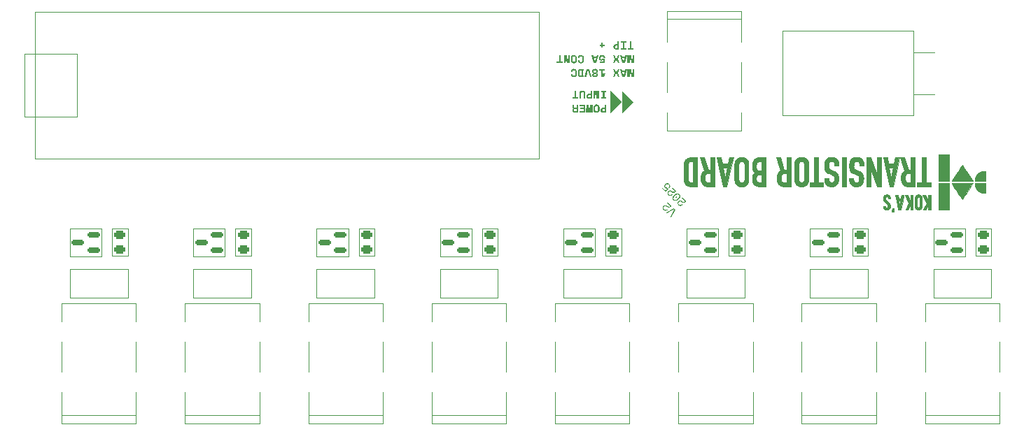
<source format=gbr>
%TF.GenerationSoftware,KiCad,Pcbnew,8.0.4*%
%TF.CreationDate,2025-03-12T23:32:50+01:00*%
%TF.ProjectId,Transistor Board V2,5472616e-7369-4737-946f-7220426f6172,rev?*%
%TF.SameCoordinates,Original*%
%TF.FileFunction,Legend,Top*%
%TF.FilePolarity,Positive*%
%FSLAX46Y46*%
G04 Gerber Fmt 4.6, Leading zero omitted, Abs format (unit mm)*
G04 Created by KiCad (PCBNEW 8.0.4) date 2025-03-12 23:32:50*
%MOMM*%
%LPD*%
G01*
G04 APERTURE LIST*
G04 Aperture macros list*
%AMRoundRect*
0 Rectangle with rounded corners*
0 $1 Rounding radius*
0 $2 $3 $4 $5 $6 $7 $8 $9 X,Y pos of 4 corners*
0 Add a 4 corners polygon primitive as box body*
4,1,4,$2,$3,$4,$5,$6,$7,$8,$9,$2,$3,0*
0 Add four circle primitives for the rounded corners*
1,1,$1+$1,$2,$3*
1,1,$1+$1,$4,$5*
1,1,$1+$1,$6,$7*
1,1,$1+$1,$8,$9*
0 Add four rect primitives between the rounded corners*
20,1,$1+$1,$2,$3,$4,$5,0*
20,1,$1+$1,$4,$5,$6,$7,0*
20,1,$1+$1,$6,$7,$8,$9,0*
20,1,$1+$1,$8,$9,$2,$3,0*%
G04 Aperture macros list end*
%ADD10C,0.200000*%
%ADD11C,0.150000*%
%ADD12C,0.100000*%
%ADD13C,3.200000*%
%ADD14R,2.000000X2.000000*%
%ADD15O,2.000000X2.000000*%
%ADD16C,5.000000*%
%ADD17C,1.600000*%
%ADD18R,2.800000X2.400000*%
%ADD19R,2.500000X1.800000*%
%ADD20R,1.600000X1.600000*%
%ADD21RoundRect,0.150000X0.587500X0.150000X-0.587500X0.150000X-0.587500X-0.150000X0.587500X-0.150000X0*%
%ADD22RoundRect,0.250000X-0.450000X0.262500X-0.450000X-0.262500X0.450000X-0.262500X0.450000X0.262500X0*%
G04 APERTURE END LIST*
D10*
G36*
X211468981Y-98014787D02*
G01*
X211142672Y-98014787D01*
X211086496Y-97265450D01*
X211086496Y-97123789D01*
X211052547Y-97123789D01*
X211052547Y-97265450D01*
X210996371Y-98014787D01*
X210670062Y-98014787D01*
X210670062Y-97030000D01*
X210838834Y-97030000D01*
X210838834Y-97673579D01*
X210821981Y-97905366D01*
X210855687Y-97905366D01*
X210928715Y-97030000D01*
X211207397Y-97030000D01*
X211283356Y-97905366D01*
X211317062Y-97905366D01*
X211300209Y-97673579D01*
X211300209Y-97030000D01*
X211468981Y-97030000D01*
X211468981Y-98014787D01*
G37*
G36*
X210045289Y-97248841D02*
G01*
X210380146Y-97248841D01*
X210428018Y-97030000D01*
X210622191Y-97030000D01*
X210387229Y-98014787D01*
X210038206Y-98014787D01*
X209895783Y-97417857D01*
X210086078Y-97417857D01*
X210200139Y-97920997D01*
X210225296Y-97920997D01*
X210340823Y-97417857D01*
X210086078Y-97417857D01*
X209895783Y-97417857D01*
X209803244Y-97030000D01*
X209997418Y-97030000D01*
X210045289Y-97248841D01*
G37*
G36*
X209538729Y-98014787D02*
G01*
X209372889Y-97608367D01*
X209338939Y-97608367D01*
X209173098Y-98014787D01*
X208971842Y-98014787D01*
X209174319Y-97534605D01*
X209174319Y-97510914D01*
X208971842Y-97030000D01*
X209173098Y-97030000D01*
X209338939Y-97439351D01*
X209372889Y-97439351D01*
X209538729Y-97030000D01*
X209739986Y-97030000D01*
X209537264Y-97510914D01*
X209537264Y-97534605D01*
X209739986Y-98014787D01*
X209538729Y-98014787D01*
G37*
G36*
X207701290Y-97199016D02*
G01*
X207701290Y-97920997D01*
X207726692Y-97920997D01*
X207819504Y-97579790D01*
X207996824Y-97579790D01*
X207996824Y-97596887D01*
X207878611Y-98014787D01*
X207515666Y-98014787D01*
X207515666Y-97199016D01*
X207270935Y-97199016D01*
X207270935Y-97030000D01*
X207979972Y-97030000D01*
X207979972Y-97199016D01*
X207701290Y-97199016D01*
G37*
G36*
X206835636Y-97016324D02*
G01*
X206887115Y-97022993D01*
X206934612Y-97034396D01*
X206981472Y-97051649D01*
X207025959Y-97075379D01*
X207047208Y-97090327D01*
X207083793Y-97124435D01*
X207114068Y-97166477D01*
X207119016Y-97175568D01*
X207137073Y-97224169D01*
X207143951Y-97274177D01*
X207144173Y-97285478D01*
X207144173Y-97293782D01*
X207140037Y-97344572D01*
X207129518Y-97383663D01*
X207107174Y-97427818D01*
X207090195Y-97450097D01*
X207053274Y-97483429D01*
X207034508Y-97495526D01*
X206988530Y-97517218D01*
X206969783Y-97523370D01*
X206969783Y-97547306D01*
X207014768Y-97569184D01*
X207026936Y-97576859D01*
X207064122Y-97608962D01*
X207074808Y-97621556D01*
X207099659Y-97664170D01*
X207107048Y-97683593D01*
X207117333Y-97732308D01*
X207119016Y-97764926D01*
X207119016Y-97773230D01*
X207113639Y-97823967D01*
X207095947Y-97872829D01*
X207090928Y-97881919D01*
X207060395Y-97923753D01*
X207021919Y-97959041D01*
X207016189Y-97963251D01*
X206973013Y-97989184D01*
X206924694Y-98008852D01*
X206909944Y-98013321D01*
X206860518Y-98024391D01*
X206809480Y-98029817D01*
X206785380Y-98030418D01*
X206733638Y-98027597D01*
X206683589Y-98019132D01*
X206661060Y-98013321D01*
X206614658Y-97996928D01*
X206569644Y-97973232D01*
X206554815Y-97963251D01*
X206517715Y-97931335D01*
X206485748Y-97890809D01*
X206480321Y-97881919D01*
X206459984Y-97834195D01*
X206452237Y-97784520D01*
X206451988Y-97773230D01*
X206451988Y-97764926D01*
X206453968Y-97741235D01*
X206637857Y-97741235D01*
X206649782Y-97791409D01*
X206680111Y-97827208D01*
X206724164Y-97851752D01*
X206773706Y-97861102D01*
X206785380Y-97861402D01*
X206836878Y-97854857D01*
X206883028Y-97833319D01*
X206891137Y-97827208D01*
X206922644Y-97788740D01*
X206933147Y-97741235D01*
X206921290Y-97690991D01*
X206891137Y-97655017D01*
X206846855Y-97630649D01*
X206797100Y-97621366D01*
X206785380Y-97621067D01*
X206734096Y-97627565D01*
X206688175Y-97648950D01*
X206680111Y-97655017D01*
X206648421Y-97693668D01*
X206637857Y-97741235D01*
X206453968Y-97741235D01*
X206456207Y-97714455D01*
X206463956Y-97683593D01*
X206484453Y-97638843D01*
X206496441Y-97621556D01*
X206530970Y-97586614D01*
X206544312Y-97576859D01*
X206588396Y-97552560D01*
X206601221Y-97547306D01*
X206601221Y-97523370D01*
X206554157Y-97505036D01*
X206536496Y-97495526D01*
X206496962Y-97466393D01*
X206481053Y-97450097D01*
X206452988Y-97409034D01*
X206441730Y-97383663D01*
X206429683Y-97336110D01*
X206428444Y-97317718D01*
X206612456Y-97317718D01*
X206622384Y-97368111D01*
X206652169Y-97409380D01*
X206657641Y-97414193D01*
X206700403Y-97438705D01*
X206750967Y-97450240D01*
X206785380Y-97452051D01*
X206837998Y-97447578D01*
X206885196Y-97432494D01*
X206913607Y-97414193D01*
X206945865Y-97374140D01*
X206958372Y-97324964D01*
X206958548Y-97317718D01*
X206948673Y-97267325D01*
X206919049Y-97226055D01*
X206913607Y-97221242D01*
X206870647Y-97196730D01*
X206819899Y-97185196D01*
X206785380Y-97183384D01*
X206732929Y-97187857D01*
X206685915Y-97202941D01*
X206657641Y-97221242D01*
X206625208Y-97261295D01*
X206612632Y-97310471D01*
X206612456Y-97317718D01*
X206428444Y-97317718D01*
X206426831Y-97293782D01*
X206426831Y-97285478D01*
X206431693Y-97234367D01*
X206446279Y-97187464D01*
X206452233Y-97174836D01*
X206480486Y-97131290D01*
X206515281Y-97096362D01*
X206523796Y-97089595D01*
X206568328Y-97061719D01*
X206616712Y-97041024D01*
X206637124Y-97034396D01*
X206684726Y-97022993D01*
X206735849Y-97016324D01*
X206785380Y-97014368D01*
X206835636Y-97016324D01*
G37*
G36*
X206325471Y-98014787D02*
G01*
X206133984Y-98014787D01*
X205941277Y-97123789D01*
X205916120Y-97123789D01*
X205723168Y-98014787D01*
X205531926Y-98014787D01*
X205754187Y-97030000D01*
X206103210Y-97030000D01*
X206325471Y-98014787D01*
G37*
G36*
X205437648Y-97201946D02*
G01*
X205344836Y-97201946D01*
X205344836Y-97845771D01*
X205437648Y-97845771D01*
X205437648Y-98014787D01*
X205080321Y-98014787D01*
X205025454Y-98012706D01*
X204975191Y-98006462D01*
X204920952Y-97993476D01*
X204873342Y-97974497D01*
X204826175Y-97944779D01*
X204808722Y-97929546D01*
X204774176Y-97887884D01*
X204748115Y-97837269D01*
X204732530Y-97786759D01*
X204723179Y-97729672D01*
X204720149Y-97677075D01*
X204720062Y-97666008D01*
X204720062Y-97394410D01*
X204905931Y-97394410D01*
X204905931Y-97670404D01*
X204909724Y-97720212D01*
X204924287Y-97769213D01*
X204944766Y-97801074D01*
X204985754Y-97830013D01*
X205035487Y-97842977D01*
X205080321Y-97845771D01*
X205159211Y-97845771D01*
X205159211Y-97201946D01*
X205080321Y-97201946D01*
X205030396Y-97205637D01*
X204981917Y-97220169D01*
X204944766Y-97248597D01*
X204919622Y-97295167D01*
X204908358Y-97348111D01*
X204905931Y-97394410D01*
X204720062Y-97394410D01*
X204720062Y-97378778D01*
X204722227Y-97325262D01*
X204728721Y-97276301D01*
X204742227Y-97223562D01*
X204761968Y-97177383D01*
X204792878Y-97131799D01*
X204808722Y-97114996D01*
X204852023Y-97081877D01*
X204896318Y-97059964D01*
X204947243Y-97044027D01*
X205004797Y-97034067D01*
X205057822Y-97030332D01*
X205080321Y-97030000D01*
X205437648Y-97030000D01*
X205437648Y-97201946D01*
G37*
G36*
X204212281Y-97183384D02*
G01*
X204163555Y-97187353D01*
X204124354Y-97199260D01*
X204082798Y-97228110D01*
X204070865Y-97242491D01*
X204049158Y-97287828D01*
X204044975Y-97305017D01*
X204038584Y-97354752D01*
X204037892Y-97378046D01*
X204037892Y-97402958D01*
X203852023Y-97402958D01*
X203852023Y-97377801D01*
X203854277Y-97325184D01*
X203861039Y-97276479D01*
X203875104Y-97223196D01*
X203895661Y-97175545D01*
X203922709Y-97133528D01*
X203944347Y-97108646D01*
X203981822Y-97076606D01*
X204025188Y-97051195D01*
X204074444Y-97032413D01*
X204129590Y-97020260D01*
X204180045Y-97015197D01*
X204212281Y-97014368D01*
X204263311Y-97016855D01*
X204320029Y-97026403D01*
X204371818Y-97043113D01*
X204418678Y-97066983D01*
X204460610Y-97098016D01*
X204479727Y-97116217D01*
X204513178Y-97157699D01*
X204539708Y-97205759D01*
X204559317Y-97260396D01*
X204570371Y-97310951D01*
X204576619Y-97366074D01*
X204578157Y-97413461D01*
X204578157Y-97631325D01*
X204576148Y-97682437D01*
X204569202Y-97735694D01*
X204557295Y-97785229D01*
X204552756Y-97799364D01*
X204532637Y-97847919D01*
X204507208Y-97890816D01*
X204479483Y-97924905D01*
X204440832Y-97959824D01*
X204396685Y-97988012D01*
X204364200Y-98003063D01*
X204315835Y-98018637D01*
X204263429Y-98027747D01*
X204212281Y-98030418D01*
X204159717Y-98027961D01*
X204111016Y-98020591D01*
X204061908Y-98006809D01*
X204057676Y-98005261D01*
X204010025Y-97983234D01*
X203968558Y-97954886D01*
X203944347Y-97932477D01*
X203913103Y-97894157D01*
X203888247Y-97850274D01*
X203875226Y-97817927D01*
X203862016Y-97769787D01*
X203854289Y-97717722D01*
X203852023Y-97666985D01*
X203852023Y-97641828D01*
X204037892Y-97641828D01*
X204037892Y-97666741D01*
X204042308Y-97716822D01*
X204046441Y-97736350D01*
X204064308Y-97782673D01*
X204074528Y-97798876D01*
X204110061Y-97833476D01*
X204128018Y-97844061D01*
X204176733Y-97858964D01*
X204212281Y-97861402D01*
X204262911Y-97855289D01*
X204292393Y-97844061D01*
X204333543Y-97814214D01*
X204348813Y-97796678D01*
X204373151Y-97753361D01*
X204381786Y-97727313D01*
X204390555Y-97679121D01*
X204392288Y-97644759D01*
X204392288Y-97400027D01*
X204389197Y-97349392D01*
X204382519Y-97313321D01*
X204364857Y-97265807D01*
X204351744Y-97244445D01*
X204316293Y-97210599D01*
X204296057Y-97199260D01*
X204247189Y-97185617D01*
X204212281Y-97183384D01*
G37*
G36*
X211468981Y-96334787D02*
G01*
X211142672Y-96334787D01*
X211086496Y-95585450D01*
X211086496Y-95443789D01*
X211052547Y-95443789D01*
X211052547Y-95585450D01*
X210996371Y-96334787D01*
X210670062Y-96334787D01*
X210670062Y-95350000D01*
X210838834Y-95350000D01*
X210838834Y-95993579D01*
X210821981Y-96225366D01*
X210855687Y-96225366D01*
X210928715Y-95350000D01*
X211207397Y-95350000D01*
X211283356Y-96225366D01*
X211317062Y-96225366D01*
X211300209Y-95993579D01*
X211300209Y-95350000D01*
X211468981Y-95350000D01*
X211468981Y-96334787D01*
G37*
G36*
X210045289Y-95568841D02*
G01*
X210380146Y-95568841D01*
X210428018Y-95350000D01*
X210622191Y-95350000D01*
X210387229Y-96334787D01*
X210038206Y-96334787D01*
X209895783Y-95737857D01*
X210086078Y-95737857D01*
X210200139Y-96240997D01*
X210225296Y-96240997D01*
X210340823Y-95737857D01*
X210086078Y-95737857D01*
X209895783Y-95737857D01*
X209803244Y-95350000D01*
X209997418Y-95350000D01*
X210045289Y-95568841D01*
G37*
G36*
X209538729Y-96334787D02*
G01*
X209372889Y-95928367D01*
X209338939Y-95928367D01*
X209173098Y-96334787D01*
X208971842Y-96334787D01*
X209174319Y-95854605D01*
X209174319Y-95830914D01*
X208971842Y-95350000D01*
X209173098Y-95350000D01*
X209338939Y-95759351D01*
X209372889Y-95759351D01*
X209538729Y-95350000D01*
X209739986Y-95350000D01*
X209537264Y-95830914D01*
X209537264Y-95854605D01*
X209739986Y-96334787D01*
X209538729Y-96334787D01*
G37*
G36*
X207979972Y-95787683D02*
G01*
X207979972Y-96334787D01*
X207321493Y-96334787D01*
X207321493Y-96165771D01*
X207794347Y-96165771D01*
X207794347Y-95897103D01*
X207768946Y-95897103D01*
X207742885Y-95940634D01*
X207705005Y-95975937D01*
X207695184Y-95982833D01*
X207649263Y-96005009D01*
X207597935Y-96016346D01*
X207549371Y-96019225D01*
X207499706Y-96015893D01*
X207450398Y-96004765D01*
X207425785Y-95995533D01*
X207380972Y-95971511D01*
X207342704Y-95940476D01*
X207332972Y-95930321D01*
X207303046Y-95890810D01*
X207279945Y-95844942D01*
X207274598Y-95830669D01*
X207261315Y-95781585D01*
X207255064Y-95732984D01*
X207254082Y-95703175D01*
X207254082Y-95694870D01*
X207256997Y-95645309D01*
X207266826Y-95593480D01*
X207278750Y-95556140D01*
X207300263Y-95509463D01*
X207328164Y-95467251D01*
X207350314Y-95441591D01*
X207388759Y-95407587D01*
X207433387Y-95379217D01*
X207466573Y-95363433D01*
X207516408Y-95346885D01*
X207566020Y-95337802D01*
X207619734Y-95334396D01*
X207625331Y-95334368D01*
X207674346Y-95336281D01*
X207724864Y-95342892D01*
X207775641Y-95355620D01*
X207784333Y-95358548D01*
X207832934Y-95379396D01*
X207875420Y-95405672D01*
X207900348Y-95426203D01*
X207934940Y-95464426D01*
X207962115Y-95508050D01*
X207972156Y-95530006D01*
X207987188Y-95576546D01*
X207995283Y-95626040D01*
X207996824Y-95660676D01*
X207996824Y-95693893D01*
X207811200Y-95693893D01*
X207811200Y-95676796D01*
X207805803Y-95628166D01*
X207787605Y-95582159D01*
X207765526Y-95552477D01*
X207725077Y-95522561D01*
X207677439Y-95507267D01*
X207630949Y-95503384D01*
X207579185Y-95508131D01*
X207530676Y-95524316D01*
X207490997Y-95551988D01*
X207459742Y-95593845D01*
X207443764Y-95641387D01*
X207439706Y-95686810D01*
X207444209Y-95738214D01*
X207461139Y-95786461D01*
X207477808Y-95809420D01*
X207518559Y-95838697D01*
X207569829Y-95850050D01*
X207577459Y-95850209D01*
X207626491Y-95841435D01*
X207643893Y-95831646D01*
X207674647Y-95792385D01*
X207676133Y-95787683D01*
X207979972Y-95787683D01*
G37*
G36*
X206618073Y-95568841D02*
G01*
X206952930Y-95568841D01*
X207000802Y-95350000D01*
X207194975Y-95350000D01*
X206960013Y-96334787D01*
X206610990Y-96334787D01*
X206468568Y-95737857D01*
X206658862Y-95737857D01*
X206772923Y-96240997D01*
X206798080Y-96240997D01*
X206913607Y-95737857D01*
X206658862Y-95737857D01*
X206468568Y-95737857D01*
X206376029Y-95350000D01*
X206570202Y-95350000D01*
X206618073Y-95568841D01*
G37*
G36*
X205069085Y-95503384D02*
G01*
X205020359Y-95507353D01*
X204981158Y-95519260D01*
X204939602Y-95548110D01*
X204927669Y-95562491D01*
X204905962Y-95607828D01*
X204901779Y-95625017D01*
X204895388Y-95674752D01*
X204894696Y-95698046D01*
X204894696Y-95722958D01*
X204708827Y-95722958D01*
X204708827Y-95697801D01*
X204711081Y-95645184D01*
X204717843Y-95596479D01*
X204731908Y-95543196D01*
X204752465Y-95495545D01*
X204779513Y-95453528D01*
X204801151Y-95428646D01*
X204838626Y-95396606D01*
X204881991Y-95371195D01*
X204931247Y-95352413D01*
X204986394Y-95340260D01*
X205036849Y-95335197D01*
X205069085Y-95334368D01*
X205120115Y-95336855D01*
X205176833Y-95346403D01*
X205228622Y-95363113D01*
X205275482Y-95386983D01*
X205317414Y-95418016D01*
X205336531Y-95436217D01*
X205369982Y-95477699D01*
X205396512Y-95525759D01*
X205416121Y-95580396D01*
X205427175Y-95630951D01*
X205433423Y-95686074D01*
X205434961Y-95733461D01*
X205434961Y-95951325D01*
X205432952Y-96002437D01*
X205426006Y-96055694D01*
X205414099Y-96105229D01*
X205409560Y-96119364D01*
X205389441Y-96167919D01*
X205364012Y-96210816D01*
X205336287Y-96244905D01*
X205297636Y-96279824D01*
X205253489Y-96308012D01*
X205221004Y-96323063D01*
X205172639Y-96338637D01*
X205120233Y-96347747D01*
X205069085Y-96350418D01*
X205016521Y-96347961D01*
X204967820Y-96340591D01*
X204918712Y-96326809D01*
X204914480Y-96325261D01*
X204866829Y-96303234D01*
X204825362Y-96274886D01*
X204801151Y-96252477D01*
X204769907Y-96214157D01*
X204745051Y-96170274D01*
X204732030Y-96137927D01*
X204718820Y-96089787D01*
X204711093Y-96037722D01*
X204708827Y-95986985D01*
X204708827Y-95961828D01*
X204894696Y-95961828D01*
X204894696Y-95986741D01*
X204899112Y-96036822D01*
X204903244Y-96056350D01*
X204921112Y-96102673D01*
X204931332Y-96118876D01*
X204966865Y-96153476D01*
X204984822Y-96164061D01*
X205033537Y-96178964D01*
X205069085Y-96181402D01*
X205119715Y-96175289D01*
X205149197Y-96164061D01*
X205190347Y-96134214D01*
X205205617Y-96116678D01*
X205229955Y-96073361D01*
X205238590Y-96047313D01*
X205247359Y-95999121D01*
X205249092Y-95964759D01*
X205249092Y-95720027D01*
X205246001Y-95669392D01*
X205239323Y-95633321D01*
X205221661Y-95585807D01*
X205208548Y-95564445D01*
X205173097Y-95530599D01*
X205152861Y-95519260D01*
X205103993Y-95505617D01*
X205069085Y-95503384D01*
G37*
G36*
X204266366Y-95336855D02*
G01*
X204323290Y-95346403D01*
X204375028Y-95363113D01*
X204421579Y-95386983D01*
X204462944Y-95418016D01*
X204481681Y-95436217D01*
X204514468Y-95477699D01*
X204540471Y-95525759D01*
X204559691Y-95580396D01*
X204570526Y-95630951D01*
X204576650Y-95686074D01*
X204578157Y-95733461D01*
X204578157Y-95951325D01*
X204575802Y-96008550D01*
X204568736Y-96061612D01*
X204556959Y-96110511D01*
X204536608Y-96163697D01*
X204509475Y-96210889D01*
X204481681Y-96245638D01*
X204442910Y-96281247D01*
X204398952Y-96309488D01*
X204349807Y-96330363D01*
X204295477Y-96343869D01*
X204246239Y-96349497D01*
X204214968Y-96350418D01*
X204163576Y-96347860D01*
X204106675Y-96338037D01*
X204054977Y-96320846D01*
X204008483Y-96296289D01*
X203967193Y-96264363D01*
X203948499Y-96245638D01*
X203915712Y-96203440D01*
X203889709Y-96155249D01*
X203870489Y-96101064D01*
X203859655Y-96051332D01*
X203853531Y-95997438D01*
X203852023Y-95951325D01*
X203852023Y-95733461D01*
X203852444Y-95722958D01*
X204037892Y-95722958D01*
X204037892Y-95961828D01*
X204040983Y-96011708D01*
X204047662Y-96048046D01*
X204064358Y-96094032D01*
X204078681Y-96117411D01*
X204113681Y-96152054D01*
X204133635Y-96164061D01*
X204181205Y-96178964D01*
X204214968Y-96181402D01*
X204264419Y-96175915D01*
X204296789Y-96164061D01*
X204337247Y-96134560D01*
X204351744Y-96117411D01*
X204375315Y-96072136D01*
X204382519Y-96048046D01*
X204390676Y-95998209D01*
X204392288Y-95961828D01*
X204392288Y-95722958D01*
X204389945Y-95673660D01*
X204383984Y-95634054D01*
X204367400Y-95585893D01*
X204354431Y-95564445D01*
X204317450Y-95529351D01*
X204299476Y-95519260D01*
X204250666Y-95505617D01*
X204214968Y-95503384D01*
X204166006Y-95507865D01*
X204130704Y-95519260D01*
X204090362Y-95547543D01*
X204075994Y-95564445D01*
X204052895Y-95609940D01*
X204046441Y-95634054D01*
X204039303Y-95684838D01*
X204037892Y-95722958D01*
X203852444Y-95722958D01*
X203854379Y-95674684D01*
X203861445Y-95620475D01*
X203873222Y-95570833D01*
X203893572Y-95517292D01*
X203920706Y-95470329D01*
X203948499Y-95436217D01*
X203987188Y-95401604D01*
X204031080Y-95374153D01*
X204080176Y-95353863D01*
X204134475Y-95340734D01*
X204183699Y-95335263D01*
X204214968Y-95334368D01*
X204266366Y-95336855D01*
G37*
G36*
X203224563Y-95443789D02*
G01*
X203199406Y-95443789D01*
X203199406Y-96334787D01*
X203013538Y-96334787D01*
X203013538Y-95350000D01*
X203376482Y-95350000D01*
X203492009Y-96240997D01*
X203517166Y-96240997D01*
X203517166Y-95350000D01*
X203703035Y-95350000D01*
X203703035Y-96334787D01*
X203340090Y-96334787D01*
X203224563Y-95443789D01*
G37*
G36*
X202856001Y-96334787D02*
G01*
X202146964Y-96334787D01*
X202146964Y-96165771D01*
X202408548Y-96165771D01*
X202408548Y-95350000D01*
X202594417Y-95350000D01*
X202594417Y-96165771D01*
X202856001Y-96165771D01*
X202856001Y-96334787D01*
G37*
G36*
X211424040Y-94654787D02*
G01*
X210715003Y-94654787D01*
X210715003Y-94485771D01*
X210976587Y-94485771D01*
X210976587Y-93670000D01*
X211162456Y-93670000D01*
X211162456Y-94485771D01*
X211424040Y-94485771D01*
X211424040Y-94654787D01*
G37*
G36*
X210541835Y-94654787D02*
G01*
X209883600Y-94654787D01*
X209883600Y-94485771D01*
X210119783Y-94485771D01*
X210119783Y-93839016D01*
X209883600Y-93839016D01*
X209883600Y-93670000D01*
X210541835Y-93670000D01*
X210541835Y-93839016D01*
X210305652Y-93839016D01*
X210305652Y-94485771D01*
X210541835Y-94485771D01*
X210541835Y-94654787D01*
G37*
G36*
X209685031Y-94654787D02*
G01*
X209299616Y-94654787D01*
X209249731Y-94651901D01*
X209200644Y-94642169D01*
X209167480Y-94630362D01*
X209121806Y-94605999D01*
X209083518Y-94575652D01*
X209073935Y-94565882D01*
X209042927Y-94526090D01*
X209019968Y-94481361D01*
X209017515Y-94475024D01*
X209003841Y-94426738D01*
X208998539Y-94377594D01*
X208998464Y-94370976D01*
X208998464Y-94341179D01*
X209184333Y-94341179D01*
X209184333Y-94358764D01*
X209193309Y-94409750D01*
X209220237Y-94450355D01*
X209262491Y-94476917D01*
X209314082Y-94485736D01*
X209317934Y-94485771D01*
X209499406Y-94485771D01*
X209499406Y-94214173D01*
X209317934Y-94214173D01*
X209268700Y-94220951D01*
X209224797Y-94245299D01*
X209220237Y-94249588D01*
X209192222Y-94293076D01*
X209184333Y-94341179D01*
X208998464Y-94341179D01*
X208998464Y-94337271D01*
X209002650Y-94286638D01*
X209015208Y-94236864D01*
X209017515Y-94230293D01*
X209039400Y-94183706D01*
X209069336Y-94141950D01*
X209073935Y-94136748D01*
X209110113Y-94103716D01*
X209153677Y-94076855D01*
X209167480Y-94070314D01*
X209216388Y-94054025D01*
X209267330Y-94046360D01*
X209299616Y-94045157D01*
X209499406Y-94045157D01*
X209499406Y-93670000D01*
X209685031Y-93670000D01*
X209685031Y-94654787D01*
G37*
G36*
X207936252Y-94248367D02*
G01*
X207722540Y-94248367D01*
X207722540Y-94467208D01*
X207562072Y-94467208D01*
X207562072Y-94248367D01*
X207348360Y-94248367D01*
X207348360Y-94079351D01*
X207562072Y-94079351D01*
X207562072Y-93873210D01*
X207722540Y-93873210D01*
X207722540Y-94079351D01*
X207936252Y-94079351D01*
X207936252Y-94248367D01*
G37*
G36*
X211458339Y-101044187D02*
G01*
X210083007Y-102413656D01*
X210083007Y-99674717D01*
X211458339Y-101044187D01*
G37*
G36*
X210036113Y-101044187D02*
G01*
X208660781Y-102413656D01*
X208660781Y-99674717D01*
X210036113Y-101044187D01*
G37*
G36*
X208148639Y-102334787D02*
G01*
X207763224Y-102334787D01*
X207713339Y-102331901D01*
X207664252Y-102322169D01*
X207631088Y-102310362D01*
X207585414Y-102285999D01*
X207547126Y-102255652D01*
X207537543Y-102245882D01*
X207506535Y-102206090D01*
X207483576Y-102161361D01*
X207481123Y-102155024D01*
X207467449Y-102106738D01*
X207462146Y-102057594D01*
X207462072Y-102050976D01*
X207462072Y-102021179D01*
X207647941Y-102021179D01*
X207647941Y-102038764D01*
X207656917Y-102089750D01*
X207683845Y-102130355D01*
X207726099Y-102156917D01*
X207777690Y-102165736D01*
X207781542Y-102165771D01*
X207963014Y-102165771D01*
X207963014Y-101894173D01*
X207781542Y-101894173D01*
X207732308Y-101900951D01*
X207688405Y-101925299D01*
X207683845Y-101929588D01*
X207655830Y-101973076D01*
X207647941Y-102021179D01*
X207462072Y-102021179D01*
X207462072Y-102017271D01*
X207466258Y-101966638D01*
X207478816Y-101916864D01*
X207481123Y-101910293D01*
X207503008Y-101863706D01*
X207532944Y-101821950D01*
X207537543Y-101816748D01*
X207573721Y-101783716D01*
X207617285Y-101756855D01*
X207631088Y-101750314D01*
X207679996Y-101734025D01*
X207730938Y-101726360D01*
X207763224Y-101725157D01*
X207963014Y-101725157D01*
X207963014Y-101350000D01*
X208148639Y-101350000D01*
X208148639Y-102334787D01*
G37*
G36*
X207013994Y-101336855D02*
G01*
X207070918Y-101346403D01*
X207122655Y-101363113D01*
X207169206Y-101386983D01*
X207210571Y-101418016D01*
X207229309Y-101436217D01*
X207262095Y-101477699D01*
X207288099Y-101525759D01*
X207307318Y-101580396D01*
X207318153Y-101630951D01*
X207324277Y-101686074D01*
X207325785Y-101733461D01*
X207325785Y-101951325D01*
X207323429Y-102008550D01*
X207316363Y-102061612D01*
X207304586Y-102110511D01*
X207284236Y-102163697D01*
X207257102Y-102210889D01*
X207229309Y-102245638D01*
X207190537Y-102281247D01*
X207146579Y-102309488D01*
X207097435Y-102330363D01*
X207043104Y-102343869D01*
X206993867Y-102349497D01*
X206962595Y-102350418D01*
X206911203Y-102347860D01*
X206854302Y-102338037D01*
X206802605Y-102320846D01*
X206756111Y-102296289D01*
X206714820Y-102264363D01*
X206696127Y-102245638D01*
X206663340Y-102203440D01*
X206637336Y-102155249D01*
X206618117Y-102101064D01*
X206607282Y-102051332D01*
X206601158Y-101997438D01*
X206599651Y-101951325D01*
X206599651Y-101733461D01*
X206600072Y-101722958D01*
X206785519Y-101722958D01*
X206785519Y-101961828D01*
X206788611Y-102011708D01*
X206795289Y-102048046D01*
X206811985Y-102094032D01*
X206826308Y-102117411D01*
X206861308Y-102152054D01*
X206881263Y-102164061D01*
X206928833Y-102178964D01*
X206962595Y-102181402D01*
X207012046Y-102175915D01*
X207044417Y-102164061D01*
X207084874Y-102134560D01*
X207099371Y-102117411D01*
X207122943Y-102072136D01*
X207130146Y-102048046D01*
X207138303Y-101998209D01*
X207139916Y-101961828D01*
X207139916Y-101722958D01*
X207137572Y-101673660D01*
X207131612Y-101634054D01*
X207115027Y-101585893D01*
X207102058Y-101564445D01*
X207065078Y-101529351D01*
X207047103Y-101519260D01*
X206998293Y-101505617D01*
X206962595Y-101503384D01*
X206913634Y-101507865D01*
X206878332Y-101519260D01*
X206837990Y-101547543D01*
X206823621Y-101564445D01*
X206800522Y-101609940D01*
X206794068Y-101634054D01*
X206786930Y-101684838D01*
X206785519Y-101722958D01*
X206600072Y-101722958D01*
X206602006Y-101674684D01*
X206609072Y-101620475D01*
X206620849Y-101570833D01*
X206641199Y-101517292D01*
X206668333Y-101470329D01*
X206696127Y-101436217D01*
X206734815Y-101401604D01*
X206778707Y-101374153D01*
X206827803Y-101353863D01*
X206882102Y-101340734D01*
X206931326Y-101335263D01*
X206962595Y-101334368D01*
X207013994Y-101336855D01*
G37*
G36*
X205720376Y-101350000D02*
G01*
X206043998Y-101350000D01*
X206088939Y-102091521D01*
X206088939Y-102225366D01*
X206122889Y-102225366D01*
X206122889Y-102091521D01*
X206167829Y-101350000D01*
X206491451Y-101350000D01*
X206525157Y-102334787D01*
X206356385Y-102334787D01*
X206333914Y-101586182D01*
X206333914Y-101459420D01*
X206299965Y-101459420D01*
X206299965Y-101586182D01*
X206255024Y-102334787D01*
X205956803Y-102334787D01*
X205911863Y-101586182D01*
X205911863Y-101459420D01*
X205877913Y-101459420D01*
X205877913Y-101586182D01*
X205855443Y-102334787D01*
X205686671Y-102334787D01*
X205720376Y-101350000D01*
G37*
G36*
X205564305Y-102334787D02*
G01*
X204942463Y-102334787D01*
X204942463Y-102165771D01*
X205378436Y-102165771D01*
X205378436Y-101928367D01*
X204959316Y-101928367D01*
X204959316Y-101759351D01*
X205378436Y-101759351D01*
X205378436Y-101519016D01*
X204925610Y-101519016D01*
X204925610Y-101350000D01*
X205564305Y-101350000D01*
X205564305Y-102334787D01*
G37*
G36*
X204244661Y-101648464D02*
G01*
X204257180Y-101696713D01*
X204262247Y-101703663D01*
X204308441Y-101724632D01*
X204320621Y-101725157D01*
X204534333Y-101725157D01*
X204534333Y-101350000D01*
X204720202Y-101350000D01*
X204720202Y-102334787D01*
X204343091Y-102334787D01*
X204293033Y-102332276D01*
X204243362Y-102323809D01*
X204209490Y-102313538D01*
X204162533Y-102291812D01*
X204120419Y-102261584D01*
X204113014Y-102254675D01*
X204080861Y-102216958D01*
X204056757Y-102173875D01*
X204054152Y-102167725D01*
X204039426Y-102119686D01*
X204033715Y-102068534D01*
X204033635Y-102061479D01*
X204033635Y-102027529D01*
X204034398Y-102021179D01*
X204219260Y-102021179D01*
X204219260Y-102038764D01*
X204228053Y-102087002D01*
X204254431Y-102128157D01*
X204297662Y-102156367D01*
X204348712Y-102165624D01*
X204357013Y-102165771D01*
X204534333Y-102165771D01*
X204534333Y-101894173D01*
X204357013Y-101894173D01*
X204307562Y-101899655D01*
X204261309Y-101921453D01*
X204254431Y-101927390D01*
X204226988Y-101970403D01*
X204219260Y-102021179D01*
X204034398Y-102021179D01*
X204039853Y-101975764D01*
X204058506Y-101926897D01*
X204066120Y-101913468D01*
X204098119Y-101874476D01*
X204137961Y-101845711D01*
X204165771Y-101832135D01*
X204165771Y-101808443D01*
X204116758Y-101793700D01*
X204087613Y-101770586D01*
X204063549Y-101726359D01*
X204058792Y-101689253D01*
X204058792Y-101350000D01*
X204244661Y-101350000D01*
X204244661Y-101648464D01*
G37*
G36*
X208148639Y-100654787D02*
G01*
X207490404Y-100654787D01*
X207490404Y-100485771D01*
X207726587Y-100485771D01*
X207726587Y-99839016D01*
X207490404Y-99839016D01*
X207490404Y-99670000D01*
X208148639Y-99670000D01*
X208148639Y-99839016D01*
X207912456Y-99839016D01*
X207912456Y-100485771D01*
X208148639Y-100485771D01*
X208148639Y-100654787D01*
G37*
G36*
X206828995Y-99763789D02*
G01*
X206803838Y-99763789D01*
X206803838Y-100654787D01*
X206617969Y-100654787D01*
X206617969Y-99670000D01*
X206980914Y-99670000D01*
X207096441Y-100560997D01*
X207121598Y-100560997D01*
X207121598Y-99670000D01*
X207307466Y-99670000D01*
X207307466Y-100654787D01*
X206944521Y-100654787D01*
X206828995Y-99763789D01*
G37*
G36*
X206435031Y-100654787D02*
G01*
X206049616Y-100654787D01*
X205999731Y-100651901D01*
X205950644Y-100642169D01*
X205917480Y-100630362D01*
X205871806Y-100605999D01*
X205833518Y-100575652D01*
X205823935Y-100565882D01*
X205792927Y-100526090D01*
X205769968Y-100481361D01*
X205767515Y-100475024D01*
X205753841Y-100426738D01*
X205748539Y-100377594D01*
X205748464Y-100370976D01*
X205748464Y-100341179D01*
X205934333Y-100341179D01*
X205934333Y-100358764D01*
X205943309Y-100409750D01*
X205970237Y-100450355D01*
X206012491Y-100476917D01*
X206064082Y-100485736D01*
X206067934Y-100485771D01*
X206249406Y-100485771D01*
X206249406Y-100214173D01*
X206067934Y-100214173D01*
X206018700Y-100220951D01*
X205974797Y-100245299D01*
X205970237Y-100249588D01*
X205942222Y-100293076D01*
X205934333Y-100341179D01*
X205748464Y-100341179D01*
X205748464Y-100337271D01*
X205752650Y-100286638D01*
X205765208Y-100236864D01*
X205767515Y-100230293D01*
X205789400Y-100183706D01*
X205819336Y-100141950D01*
X205823935Y-100136748D01*
X205860113Y-100103716D01*
X205903677Y-100076855D01*
X205917480Y-100070314D01*
X205966388Y-100054025D01*
X206017330Y-100046360D01*
X206049616Y-100045157D01*
X206249406Y-100045157D01*
X206249406Y-99670000D01*
X206435031Y-99670000D01*
X206435031Y-100654787D01*
G37*
G36*
X204894591Y-100654787D02*
G01*
X204894591Y-100013161D01*
X204896774Y-99962355D01*
X204905154Y-99906095D01*
X204919820Y-99854970D01*
X204940772Y-99808980D01*
X204968009Y-99768125D01*
X204983984Y-99749623D01*
X205027136Y-99712507D01*
X205070727Y-99687949D01*
X205120415Y-99670089D01*
X205176200Y-99658926D01*
X205227344Y-99654740D01*
X205248988Y-99654368D01*
X205301831Y-99656694D01*
X205350453Y-99663670D01*
X205403227Y-99678182D01*
X205449921Y-99699391D01*
X205490536Y-99727297D01*
X205514235Y-99749623D01*
X205544615Y-99787911D01*
X205568709Y-99831333D01*
X205586518Y-99879891D01*
X205598041Y-99933583D01*
X205602843Y-99982249D01*
X205603628Y-100013161D01*
X205603628Y-100654787D01*
X205418004Y-100654787D01*
X205418004Y-100009497D01*
X205414020Y-99958569D01*
X205400438Y-99911143D01*
X205377215Y-99872721D01*
X205336375Y-99840777D01*
X205285010Y-99825745D01*
X205248988Y-99823384D01*
X205199023Y-99828202D01*
X205151029Y-99846703D01*
X205121004Y-99872721D01*
X205096149Y-99915082D01*
X205083442Y-99963327D01*
X205080216Y-100009497D01*
X205080216Y-100654787D01*
X204894591Y-100654787D01*
G37*
G36*
X204746824Y-100654787D02*
G01*
X204037787Y-100654787D01*
X204037787Y-100485771D01*
X204299371Y-100485771D01*
X204299371Y-99670000D01*
X204485240Y-99670000D01*
X204485240Y-100485771D01*
X204746824Y-100485771D01*
X204746824Y-100654787D01*
G37*
D11*
G36*
X215968561Y-114977554D02*
G01*
X215879099Y-114888093D01*
X216360257Y-114042871D01*
X216348341Y-114030954D01*
X215503119Y-114512112D01*
X215413484Y-114422478D01*
X216306891Y-113923185D01*
X216468026Y-114084320D01*
X215968561Y-114977554D01*
G37*
G36*
X215471168Y-113234953D02*
G01*
X215544913Y-113161208D01*
X216016400Y-113632694D01*
X215896888Y-113752207D01*
X215857448Y-113786402D01*
X215813699Y-113812772D01*
X215797755Y-113819562D01*
X215748822Y-113832611D01*
X215698523Y-113835490D01*
X215691713Y-113835106D01*
X215643049Y-113827630D01*
X215592863Y-113812155D01*
X215578246Y-113806264D01*
X215533380Y-113785377D01*
X215486863Y-113760022D01*
X215454934Y-113740635D01*
X215408969Y-113713804D01*
X215360263Y-113690891D01*
X215310346Y-113674996D01*
X215270311Y-113669653D01*
X215220504Y-113674624D01*
X215172266Y-113695174D01*
X215140264Y-113720947D01*
X215134219Y-113726992D01*
X215103246Y-113765700D01*
X215090524Y-113788648D01*
X215074707Y-113836519D01*
X215071527Y-113863257D01*
X215076209Y-113913867D01*
X215086207Y-113944946D01*
X215110916Y-113989061D01*
X215143890Y-114027500D01*
X215183041Y-114060735D01*
X215229020Y-114085919D01*
X215277049Y-114098179D01*
X215310206Y-114099173D01*
X215359640Y-114090646D01*
X215407299Y-114070508D01*
X215448170Y-114042859D01*
X215477903Y-114016101D01*
X215522116Y-113971889D01*
X215605533Y-114055305D01*
X215556139Y-114104699D01*
X215518843Y-114137527D01*
X215478195Y-114164768D01*
X215449234Y-114179826D01*
X215400165Y-114198174D01*
X215349499Y-114208312D01*
X215325577Y-114210222D01*
X215272953Y-114207708D01*
X215224125Y-114196936D01*
X215195530Y-114186907D01*
X215151104Y-114165097D01*
X215108066Y-114135287D01*
X215070145Y-114101245D01*
X215035614Y-114063105D01*
X215005383Y-114020566D01*
X214983274Y-113977415D01*
X214967245Y-113930525D01*
X214958431Y-113880605D01*
X214957368Y-113854103D01*
X214962350Y-113802785D01*
X214976390Y-113754309D01*
X214982065Y-113740981D01*
X215005961Y-113697251D01*
X215035939Y-113658546D01*
X215045621Y-113648411D01*
X215063582Y-113630449D01*
X215105118Y-113595131D01*
X215149935Y-113568966D01*
X215198034Y-113551954D01*
X215249414Y-113544096D01*
X215304140Y-113546579D01*
X215354823Y-113558208D01*
X215408118Y-113578663D01*
X215455878Y-113603221D01*
X215488784Y-113623196D01*
X215531124Y-113648915D01*
X215577205Y-113673212D01*
X215625498Y-113693451D01*
X215674254Y-113706621D01*
X215684287Y-113708167D01*
X215737096Y-113706291D01*
X215786763Y-113686416D01*
X215829187Y-113652728D01*
X215859065Y-113622850D01*
X215471168Y-113234953D01*
G37*
G36*
X217264959Y-112652866D02*
G01*
X217338704Y-112579120D01*
X217810191Y-113050607D01*
X217690679Y-113170120D01*
X217651239Y-113204315D01*
X217607490Y-113230685D01*
X217591545Y-113237475D01*
X217542613Y-113250524D01*
X217492314Y-113253403D01*
X217485504Y-113253018D01*
X217436839Y-113245543D01*
X217386654Y-113230067D01*
X217372036Y-113224177D01*
X217327171Y-113203290D01*
X217280653Y-113177935D01*
X217248724Y-113158548D01*
X217202760Y-113131717D01*
X217154054Y-113108804D01*
X217104137Y-113092909D01*
X217064102Y-113087566D01*
X217014294Y-113092536D01*
X216966057Y-113113087D01*
X216934055Y-113138860D01*
X216928010Y-113144905D01*
X216897037Y-113183613D01*
X216884315Y-113206561D01*
X216868498Y-113254432D01*
X216865318Y-113281169D01*
X216870000Y-113331780D01*
X216879998Y-113362859D01*
X216904707Y-113406974D01*
X216937681Y-113445413D01*
X216976832Y-113478648D01*
X217022811Y-113503832D01*
X217070840Y-113516092D01*
X217103997Y-113517086D01*
X217153431Y-113508559D01*
X217201089Y-113488421D01*
X217241961Y-113460772D01*
X217271694Y-113434014D01*
X217315907Y-113389801D01*
X217399324Y-113473218D01*
X217349930Y-113522612D01*
X217312634Y-113555440D01*
X217271986Y-113582681D01*
X217243025Y-113597739D01*
X217193956Y-113616086D01*
X217143290Y-113626225D01*
X217119368Y-113628135D01*
X217066744Y-113625620D01*
X217017916Y-113614849D01*
X216989320Y-113604820D01*
X216944895Y-113583010D01*
X216901857Y-113553200D01*
X216863936Y-113519158D01*
X216829405Y-113481018D01*
X216799174Y-113438479D01*
X216777065Y-113395328D01*
X216761036Y-113348438D01*
X216752222Y-113298518D01*
X216751159Y-113272016D01*
X216756141Y-113220697D01*
X216770181Y-113172222D01*
X216775856Y-113158894D01*
X216799752Y-113115164D01*
X216829729Y-113076459D01*
X216839412Y-113066323D01*
X216857373Y-113048362D01*
X216898909Y-113013044D01*
X216943726Y-112986879D01*
X216991825Y-112969867D01*
X217043205Y-112962009D01*
X217097931Y-112964492D01*
X217148614Y-112976121D01*
X217201909Y-112996576D01*
X217249669Y-113021134D01*
X217282575Y-113041108D01*
X217324915Y-113066828D01*
X217370996Y-113091125D01*
X217419289Y-113111364D01*
X217468045Y-113124533D01*
X217478078Y-113126080D01*
X217530887Y-113124204D01*
X217580554Y-113104329D01*
X217622978Y-113070641D01*
X217652856Y-113040763D01*
X217264959Y-112652866D01*
G37*
G36*
X216666591Y-112484887D02*
G01*
X216682077Y-112497258D01*
X216705577Y-112541100D01*
X216707292Y-112561850D01*
X216693778Y-112609337D01*
X216679486Y-112627305D01*
X216636972Y-112652025D01*
X216614031Y-112655111D01*
X216565022Y-112642364D01*
X216549439Y-112629896D01*
X216526187Y-112586302D01*
X216524569Y-112565649D01*
X216537927Y-112518007D01*
X216552202Y-112500021D01*
X216594798Y-112475384D01*
X216617830Y-112472388D01*
X216666591Y-112484887D01*
G37*
G36*
X216779017Y-112092413D02*
G01*
X216828005Y-112102579D01*
X216875500Y-112121379D01*
X216921501Y-112148813D01*
X216966008Y-112184881D01*
X216980512Y-112198822D01*
X217013617Y-112235443D01*
X217045416Y-112280746D01*
X217068569Y-112327530D01*
X217083077Y-112375796D01*
X217088938Y-112425544D01*
X217088626Y-112450973D01*
X217081245Y-112502256D01*
X217064671Y-112553649D01*
X217038905Y-112605151D01*
X217010411Y-112648153D01*
X216975534Y-112691231D01*
X216943035Y-112725748D01*
X216788982Y-112879801D01*
X216746941Y-112918688D01*
X216704690Y-112951477D01*
X216662228Y-112978170D01*
X216610995Y-113002153D01*
X216559458Y-113017357D01*
X216516279Y-113023320D01*
X216465087Y-113022486D01*
X216415522Y-113012860D01*
X216367584Y-112994443D01*
X216321273Y-112967234D01*
X216276589Y-112931232D01*
X216262056Y-112917278D01*
X216229053Y-112880657D01*
X216197496Y-112835208D01*
X216174719Y-112788120D01*
X216160722Y-112739393D01*
X216158068Y-112713775D01*
X216273077Y-112713775D01*
X216281745Y-112757698D01*
X216302426Y-112802213D01*
X216333344Y-112841044D01*
X216335802Y-112843533D01*
X216375237Y-112875986D01*
X216419644Y-112897553D01*
X216422500Y-112898453D01*
X216471821Y-112906992D01*
X216516797Y-112904325D01*
X216565500Y-112891200D01*
X216611473Y-112869170D01*
X216614549Y-112867366D01*
X216657202Y-112838408D01*
X216696334Y-112805126D01*
X216711264Y-112790685D01*
X216853919Y-112648030D01*
X216889165Y-112609955D01*
X216922627Y-112566040D01*
X216947841Y-112522670D01*
X216966558Y-112473773D01*
X216971877Y-112449591D01*
X216973011Y-112396626D01*
X216958926Y-112346148D01*
X216933630Y-112303365D01*
X216906767Y-112272568D01*
X216865544Y-112238340D01*
X216816821Y-112214206D01*
X216765610Y-112205291D01*
X216730089Y-112207803D01*
X216681472Y-112221058D01*
X216632165Y-112245107D01*
X216588454Y-112275005D01*
X216550567Y-112307209D01*
X216531477Y-112325588D01*
X216388822Y-112468243D01*
X216355695Y-112504188D01*
X216325727Y-112543566D01*
X216312141Y-112564959D01*
X216289484Y-112610952D01*
X216275689Y-112659676D01*
X216275182Y-112662710D01*
X216273077Y-112713775D01*
X216158068Y-112713775D01*
X216155504Y-112689026D01*
X216156188Y-112663228D01*
X216164016Y-112611380D01*
X216180636Y-112559848D01*
X216206048Y-112508631D01*
X216233941Y-112466191D01*
X216267939Y-112423971D01*
X216299534Y-112390353D01*
X216453587Y-112236300D01*
X216496730Y-112196319D01*
X216539805Y-112162731D01*
X216582813Y-112135535D01*
X216634333Y-112111337D01*
X216685756Y-112096344D01*
X216728535Y-112090881D01*
X216779017Y-112092413D01*
G37*
G36*
X216053255Y-111441162D02*
G01*
X216127000Y-111367417D01*
X216598487Y-111838904D01*
X216478975Y-111958416D01*
X216439535Y-111992611D01*
X216395787Y-112018981D01*
X216379842Y-112025771D01*
X216330909Y-112038820D01*
X216280610Y-112041699D01*
X216273800Y-112041315D01*
X216225136Y-112033839D01*
X216174951Y-112018364D01*
X216160333Y-112012473D01*
X216115467Y-111991586D01*
X216068950Y-111966231D01*
X216037021Y-111946845D01*
X215991056Y-111920013D01*
X215942350Y-111897100D01*
X215892434Y-111881206D01*
X215852398Y-111875863D01*
X215802591Y-111880833D01*
X215754353Y-111901383D01*
X215722351Y-111927156D01*
X215716306Y-111933201D01*
X215685333Y-111971909D01*
X215672612Y-111994857D01*
X215656794Y-112042728D01*
X215653614Y-112069466D01*
X215658296Y-112120077D01*
X215668294Y-112151156D01*
X215693003Y-112195270D01*
X215725978Y-112233709D01*
X215765128Y-112266944D01*
X215811107Y-112292128D01*
X215859136Y-112304388D01*
X215892293Y-112305382D01*
X215941727Y-112296856D01*
X215989386Y-112276717D01*
X216030258Y-112249068D01*
X216059991Y-112222310D01*
X216104203Y-112178098D01*
X216187620Y-112261515D01*
X216138226Y-112310908D01*
X216100930Y-112343736D01*
X216060282Y-112370978D01*
X216031321Y-112386035D01*
X215982252Y-112404383D01*
X215931587Y-112414521D01*
X215907664Y-112416432D01*
X215855041Y-112413917D01*
X215806212Y-112403146D01*
X215777617Y-112393116D01*
X215733191Y-112371306D01*
X215690153Y-112341496D01*
X215652232Y-112307454D01*
X215617701Y-112269314D01*
X215587470Y-112226775D01*
X215565361Y-112183624D01*
X215549332Y-112136735D01*
X215540518Y-112086815D01*
X215539455Y-112060312D01*
X215544438Y-112008994D01*
X215558477Y-111960518D01*
X215564152Y-111947190D01*
X215588048Y-111903460D01*
X215618026Y-111864755D01*
X215627708Y-111854620D01*
X215645669Y-111836658D01*
X215687205Y-111801340D01*
X215732022Y-111775175D01*
X215780121Y-111758164D01*
X215831501Y-111750305D01*
X215886227Y-111752788D01*
X215936910Y-111764417D01*
X215990205Y-111784872D01*
X216037965Y-111809430D01*
X216070871Y-111829405D01*
X216113211Y-111855124D01*
X216159292Y-111879421D01*
X216207585Y-111899660D01*
X216256341Y-111912830D01*
X216266374Y-111914376D01*
X216319183Y-111912500D01*
X216368850Y-111892625D01*
X216411274Y-111858937D01*
X216441152Y-111829059D01*
X216053255Y-111441162D01*
G37*
G36*
X215653096Y-111556702D02*
G01*
X215288341Y-111921457D01*
X214852605Y-111485720D01*
X214926350Y-111411975D01*
X215280397Y-111766022D01*
X215527193Y-111519225D01*
X215515277Y-111507308D01*
X215465725Y-111516886D01*
X215453448Y-111517671D01*
X215402705Y-111514400D01*
X215385575Y-111510935D01*
X215337843Y-111494713D01*
X215316147Y-111483993D01*
X215275450Y-111456563D01*
X215248446Y-111432181D01*
X215215870Y-111395136D01*
X215188033Y-111352372D01*
X215176255Y-111328213D01*
X215159458Y-111278953D01*
X215151982Y-111229098D01*
X215151558Y-111214745D01*
X215155950Y-111164404D01*
X215169730Y-111114327D01*
X215175392Y-111100068D01*
X215199198Y-111055016D01*
X215228561Y-111015655D01*
X215248964Y-110993681D01*
X215266926Y-110975720D01*
X215305477Y-110941686D01*
X215347040Y-110913676D01*
X215376421Y-110898348D01*
X215422096Y-110880732D01*
X215473222Y-110869541D01*
X215501460Y-110866915D01*
X215554224Y-110869066D01*
X215603182Y-110879603D01*
X215631853Y-110889540D01*
X215676160Y-110911428D01*
X215719079Y-110941234D01*
X215756892Y-110975202D01*
X215791784Y-111013568D01*
X215822996Y-111056628D01*
X215846699Y-111100586D01*
X215864218Y-111148885D01*
X215873771Y-111196891D01*
X215875714Y-111228734D01*
X215871324Y-111279689D01*
X215858156Y-111329276D01*
X215849117Y-111351701D01*
X215825688Y-111395125D01*
X215795556Y-111436024D01*
X215771745Y-111461887D01*
X215743939Y-111489692D01*
X215660349Y-111406103D01*
X215682628Y-111383824D01*
X215715060Y-111346963D01*
X215741802Y-111304310D01*
X215758727Y-111255655D01*
X215762073Y-111211809D01*
X215754084Y-111163246D01*
X215734975Y-111116842D01*
X215704746Y-111072596D01*
X215683147Y-111048947D01*
X215644768Y-111017020D01*
X215601322Y-110994677D01*
X215598521Y-110993681D01*
X215550627Y-110982637D01*
X215508368Y-110982283D01*
X215458283Y-110992902D01*
X215420461Y-111009398D01*
X215377049Y-111037178D01*
X215342225Y-111067600D01*
X215336181Y-111073644D01*
X215304174Y-111113079D01*
X215288169Y-111142727D01*
X215272949Y-111190194D01*
X215269516Y-111219062D01*
X215274238Y-111269388D01*
X215282469Y-111295571D01*
X215307242Y-111340232D01*
X215328064Y-111364308D01*
X215368068Y-111394383D01*
X215372449Y-111396604D01*
X215418389Y-111411457D01*
X215461220Y-111411111D01*
X215495934Y-111399540D01*
X215653096Y-111556702D01*
G37*
D12*
X246311897Y-112684811D02*
X246311898Y-113661961D01*
X246311372Y-113683128D01*
X246309808Y-113704151D01*
X246307218Y-113724994D01*
X246303618Y-113745624D01*
X246299024Y-113766005D01*
X246293444Y-113786101D01*
X246286898Y-113805881D01*
X246279401Y-113825305D01*
X246270964Y-113844342D01*
X246261604Y-113862955D01*
X246251334Y-113881110D01*
X246240170Y-113898771D01*
X246228125Y-113915904D01*
X246215215Y-113932473D01*
X246201453Y-113948444D01*
X246186854Y-113963782D01*
X246171514Y-113978378D01*
X246155540Y-113992137D01*
X246138967Y-114005046D01*
X246121831Y-114017089D01*
X246104167Y-114028251D01*
X246086010Y-114038517D01*
X246067392Y-114047877D01*
X246048353Y-114056312D01*
X246028924Y-114063808D01*
X246009143Y-114070352D01*
X245989042Y-114075929D01*
X245968656Y-114080525D01*
X245948022Y-114084124D01*
X245927175Y-114086713D01*
X245906149Y-114088276D01*
X245884978Y-114088802D01*
X245884968Y-114088802D01*
X245863661Y-114088182D01*
X245842502Y-114086518D01*
X245821528Y-114083824D01*
X245800773Y-114080116D01*
X245780271Y-114075408D01*
X245760058Y-114069716D01*
X245740169Y-114063052D01*
X245720641Y-114055431D01*
X245701506Y-114046870D01*
X245682800Y-114037382D01*
X245664557Y-114026981D01*
X245646817Y-114015683D01*
X245629607Y-114003503D01*
X245612969Y-113990455D01*
X245596935Y-113976553D01*
X245581541Y-113961812D01*
X245566897Y-113946676D01*
X245553106Y-113930887D01*
X245540183Y-113914482D01*
X245528143Y-113897501D01*
X245517002Y-113879976D01*
X245506773Y-113861946D01*
X245497473Y-113843448D01*
X245489118Y-113824518D01*
X245481722Y-113805194D01*
X245475297Y-113785512D01*
X245469863Y-113765509D01*
X245465434Y-113745221D01*
X245462024Y-113724685D01*
X245459647Y-113703939D01*
X245458322Y-113683019D01*
X245458061Y-113661960D01*
X245458049Y-112688332D01*
X245736775Y-112688332D01*
X245736775Y-113665482D01*
X245736966Y-113673179D01*
X245737535Y-113680823D01*
X245738477Y-113688403D01*
X245739786Y-113695905D01*
X245741457Y-113703316D01*
X245743487Y-113710623D01*
X245745867Y-113717815D01*
X245748593Y-113724879D01*
X245751661Y-113731803D01*
X245755065Y-113738570D01*
X245758798Y-113745173D01*
X245762858Y-113751595D01*
X245767239Y-113757825D01*
X245771933Y-113763850D01*
X245776938Y-113769658D01*
X245782246Y-113775236D01*
X245787826Y-113780544D01*
X245793633Y-113785547D01*
X245799660Y-113790241D01*
X245805891Y-113794620D01*
X245812314Y-113798679D01*
X245818918Y-113802413D01*
X245825688Y-113805815D01*
X245832613Y-113808883D01*
X245839676Y-113811609D01*
X245846869Y-113813989D01*
X245854179Y-113816017D01*
X245861592Y-113817689D01*
X245869096Y-113818997D01*
X245876676Y-113819939D01*
X245884322Y-113820508D01*
X245892021Y-113820697D01*
X245899701Y-113820467D01*
X245907330Y-113819861D01*
X245914891Y-113818884D01*
X245922373Y-113817541D01*
X245929764Y-113815838D01*
X245937051Y-113813780D01*
X245944220Y-113811372D01*
X245951259Y-113808619D01*
X245958156Y-113805528D01*
X245964899Y-113802102D01*
X245971474Y-113798349D01*
X245977869Y-113794272D01*
X245984073Y-113789877D01*
X245990069Y-113785169D01*
X245995848Y-113780154D01*
X246001397Y-113774836D01*
X246006973Y-113769459D01*
X246012218Y-113763813D01*
X246017126Y-113757917D01*
X246021691Y-113751783D01*
X246025906Y-113745431D01*
X246029762Y-113738874D01*
X246033255Y-113732129D01*
X246036379Y-113725210D01*
X246039126Y-113718133D01*
X246041490Y-113710913D01*
X246043465Y-113703566D01*
X246045043Y-113696110D01*
X246046219Y-113688558D01*
X246046985Y-113680925D01*
X246047337Y-113673227D01*
X246047265Y-113665482D01*
X246047265Y-112688332D01*
X246047337Y-112680587D01*
X246046985Y-112672888D01*
X246046219Y-112665256D01*
X246045044Y-112657702D01*
X246043465Y-112650246D01*
X246041490Y-112642900D01*
X246039126Y-112635680D01*
X246036380Y-112628603D01*
X246033255Y-112621684D01*
X246029762Y-112614938D01*
X246025905Y-112608381D01*
X246021691Y-112602029D01*
X246017126Y-112595897D01*
X246012219Y-112590000D01*
X246006972Y-112584354D01*
X246001396Y-112578976D01*
X245992822Y-112571078D01*
X245983777Y-112563914D01*
X245974302Y-112557493D01*
X245964445Y-112551825D01*
X245954250Y-112546916D01*
X245943762Y-112542778D01*
X245933029Y-112539418D01*
X245922091Y-112536845D01*
X245910998Y-112535069D01*
X245899790Y-112534097D01*
X245888517Y-112533941D01*
X245877222Y-112534607D01*
X245865950Y-112536103D01*
X245854746Y-112538443D01*
X245843656Y-112541631D01*
X245832723Y-112545678D01*
X245827364Y-112548012D01*
X245822124Y-112550530D01*
X245817009Y-112553227D01*
X245812019Y-112556102D01*
X245807160Y-112559145D01*
X245802433Y-112562355D01*
X245797844Y-112565725D01*
X245793393Y-112569252D01*
X245789086Y-112572930D01*
X245784924Y-112576754D01*
X245780910Y-112580720D01*
X245777050Y-112584823D01*
X245773345Y-112589059D01*
X245769799Y-112593422D01*
X245766417Y-112597907D01*
X245763196Y-112602512D01*
X245760145Y-112607229D01*
X245757267Y-112612054D01*
X245754563Y-112616984D01*
X245752036Y-112622012D01*
X245749691Y-112627134D01*
X245747530Y-112632346D01*
X245745559Y-112637642D01*
X245743776Y-112643019D01*
X245742187Y-112648470D01*
X245740797Y-112653992D01*
X245739607Y-112659578D01*
X245738620Y-112665227D01*
X245737840Y-112670931D01*
X245737271Y-112676686D01*
X245736915Y-112682488D01*
X245736775Y-112688332D01*
X245458049Y-112688332D01*
X245458049Y-112684812D01*
X245458996Y-112656367D01*
X245461800Y-112628273D01*
X245466424Y-112600605D01*
X245472823Y-112573443D01*
X245480946Y-112546861D01*
X245490755Y-112520942D01*
X245502198Y-112495759D01*
X245515236Y-112471394D01*
X245529825Y-112447921D01*
X245545915Y-112425419D01*
X245563461Y-112403966D01*
X245582422Y-112383640D01*
X245602752Y-112364518D01*
X245624405Y-112346679D01*
X245647339Y-112330199D01*
X245671503Y-112315157D01*
X245696615Y-112301753D01*
X245722355Y-112290136D01*
X245748634Y-112280308D01*
X245775363Y-112272265D01*
X245802449Y-112266010D01*
X245829807Y-112261542D01*
X245857343Y-112258862D01*
X245884968Y-112257968D01*
X245912593Y-112258862D01*
X245940129Y-112261542D01*
X245967485Y-112266010D01*
X245994573Y-112272265D01*
X246021300Y-112280308D01*
X246047580Y-112290137D01*
X246073321Y-112301753D01*
X246098432Y-112315157D01*
X246110667Y-112322494D01*
X246122598Y-112330199D01*
X246134222Y-112338263D01*
X246145530Y-112346679D01*
X246156520Y-112355433D01*
X246167183Y-112364518D01*
X246177516Y-112373924D01*
X246187513Y-112383640D01*
X246197168Y-112393657D01*
X246206475Y-112403966D01*
X246215429Y-112414557D01*
X246224024Y-112425419D01*
X246232254Y-112436544D01*
X246240114Y-112447921D01*
X246247597Y-112459541D01*
X246254700Y-112471394D01*
X246261415Y-112483469D01*
X246267740Y-112495759D01*
X246273665Y-112508253D01*
X246279185Y-112520942D01*
X246284297Y-112533815D01*
X246288993Y-112546862D01*
X246293271Y-112560074D01*
X246297120Y-112573443D01*
X246300537Y-112586956D01*
X246303517Y-112600605D01*
X246306054Y-112614381D01*
X246308142Y-112628273D01*
X246309778Y-112642272D01*
X246310950Y-112656367D01*
X246311660Y-112670551D01*
X246311826Y-112680587D01*
X246311897Y-112684811D01*
G36*
X246311897Y-112684811D02*
G01*
X246311898Y-113661961D01*
X246311372Y-113683128D01*
X246309808Y-113704151D01*
X246307218Y-113724994D01*
X246303618Y-113745624D01*
X246299024Y-113766005D01*
X246293444Y-113786101D01*
X246286898Y-113805881D01*
X246279401Y-113825305D01*
X246270964Y-113844342D01*
X246261604Y-113862955D01*
X246251334Y-113881110D01*
X246240170Y-113898771D01*
X246228125Y-113915904D01*
X246215215Y-113932473D01*
X246201453Y-113948444D01*
X246186854Y-113963782D01*
X246171514Y-113978378D01*
X246155540Y-113992137D01*
X246138967Y-114005046D01*
X246121831Y-114017089D01*
X246104167Y-114028251D01*
X246086010Y-114038517D01*
X246067392Y-114047877D01*
X246048353Y-114056312D01*
X246028924Y-114063808D01*
X246009143Y-114070352D01*
X245989042Y-114075929D01*
X245968656Y-114080525D01*
X245948022Y-114084124D01*
X245927175Y-114086713D01*
X245906149Y-114088276D01*
X245884978Y-114088802D01*
X245884968Y-114088802D01*
X245863661Y-114088182D01*
X245842502Y-114086518D01*
X245821528Y-114083824D01*
X245800773Y-114080116D01*
X245780271Y-114075408D01*
X245760058Y-114069716D01*
X245740169Y-114063052D01*
X245720641Y-114055431D01*
X245701506Y-114046870D01*
X245682800Y-114037382D01*
X245664557Y-114026981D01*
X245646817Y-114015683D01*
X245629607Y-114003503D01*
X245612969Y-113990455D01*
X245596935Y-113976553D01*
X245581541Y-113961812D01*
X245566897Y-113946676D01*
X245553106Y-113930887D01*
X245540183Y-113914482D01*
X245528143Y-113897501D01*
X245517002Y-113879976D01*
X245506773Y-113861946D01*
X245497473Y-113843448D01*
X245489118Y-113824518D01*
X245481722Y-113805194D01*
X245475297Y-113785512D01*
X245469863Y-113765509D01*
X245465434Y-113745221D01*
X245462024Y-113724685D01*
X245459647Y-113703939D01*
X245458322Y-113683019D01*
X245458061Y-113661960D01*
X245458049Y-112688332D01*
X245736775Y-112688332D01*
X245736775Y-113665482D01*
X245736966Y-113673179D01*
X245737535Y-113680823D01*
X245738477Y-113688403D01*
X245739786Y-113695905D01*
X245741457Y-113703316D01*
X245743487Y-113710623D01*
X245745867Y-113717815D01*
X245748593Y-113724879D01*
X245751661Y-113731803D01*
X245755065Y-113738570D01*
X245758798Y-113745173D01*
X245762858Y-113751595D01*
X245767239Y-113757825D01*
X245771933Y-113763850D01*
X245776938Y-113769658D01*
X245782246Y-113775236D01*
X245787826Y-113780544D01*
X245793633Y-113785547D01*
X245799660Y-113790241D01*
X245805891Y-113794620D01*
X245812314Y-113798679D01*
X245818918Y-113802413D01*
X245825688Y-113805815D01*
X245832613Y-113808883D01*
X245839676Y-113811609D01*
X245846869Y-113813989D01*
X245854179Y-113816017D01*
X245861592Y-113817689D01*
X245869096Y-113818997D01*
X245876676Y-113819939D01*
X245884322Y-113820508D01*
X245892021Y-113820697D01*
X245899701Y-113820467D01*
X245907330Y-113819861D01*
X245914891Y-113818884D01*
X245922373Y-113817541D01*
X245929764Y-113815838D01*
X245937051Y-113813780D01*
X245944220Y-113811372D01*
X245951259Y-113808619D01*
X245958156Y-113805528D01*
X245964899Y-113802102D01*
X245971474Y-113798349D01*
X245977869Y-113794272D01*
X245984073Y-113789877D01*
X245990069Y-113785169D01*
X245995848Y-113780154D01*
X246001397Y-113774836D01*
X246006973Y-113769459D01*
X246012218Y-113763813D01*
X246017126Y-113757917D01*
X246021691Y-113751783D01*
X246025906Y-113745431D01*
X246029762Y-113738874D01*
X246033255Y-113732129D01*
X246036379Y-113725210D01*
X246039126Y-113718133D01*
X246041490Y-113710913D01*
X246043465Y-113703566D01*
X246045043Y-113696110D01*
X246046219Y-113688558D01*
X246046985Y-113680925D01*
X246047337Y-113673227D01*
X246047265Y-113665482D01*
X246047265Y-112688332D01*
X246047337Y-112680587D01*
X246046985Y-112672888D01*
X246046219Y-112665256D01*
X246045044Y-112657702D01*
X246043465Y-112650246D01*
X246041490Y-112642900D01*
X246039126Y-112635680D01*
X246036380Y-112628603D01*
X246033255Y-112621684D01*
X246029762Y-112614938D01*
X246025905Y-112608381D01*
X246021691Y-112602029D01*
X246017126Y-112595897D01*
X246012219Y-112590000D01*
X246006972Y-112584354D01*
X246001396Y-112578976D01*
X245992822Y-112571078D01*
X245983777Y-112563914D01*
X245974302Y-112557493D01*
X245964445Y-112551825D01*
X245954250Y-112546916D01*
X245943762Y-112542778D01*
X245933029Y-112539418D01*
X245922091Y-112536845D01*
X245910998Y-112535069D01*
X245899790Y-112534097D01*
X245888517Y-112533941D01*
X245877222Y-112534607D01*
X245865950Y-112536103D01*
X245854746Y-112538443D01*
X245843656Y-112541631D01*
X245832723Y-112545678D01*
X245827364Y-112548012D01*
X245822124Y-112550530D01*
X245817009Y-112553227D01*
X245812019Y-112556102D01*
X245807160Y-112559145D01*
X245802433Y-112562355D01*
X245797844Y-112565725D01*
X245793393Y-112569252D01*
X245789086Y-112572930D01*
X245784924Y-112576754D01*
X245780910Y-112580720D01*
X245777050Y-112584823D01*
X245773345Y-112589059D01*
X245769799Y-112593422D01*
X245766417Y-112597907D01*
X245763196Y-112602512D01*
X245760145Y-112607229D01*
X245757267Y-112612054D01*
X245754563Y-112616984D01*
X245752036Y-112622012D01*
X245749691Y-112627134D01*
X245747530Y-112632346D01*
X245745559Y-112637642D01*
X245743776Y-112643019D01*
X245742187Y-112648470D01*
X245740797Y-112653992D01*
X245739607Y-112659578D01*
X245738620Y-112665227D01*
X245737840Y-112670931D01*
X245737271Y-112676686D01*
X245736915Y-112682488D01*
X245736775Y-112688332D01*
X245458049Y-112688332D01*
X245458049Y-112684812D01*
X245458996Y-112656367D01*
X245461800Y-112628273D01*
X245466424Y-112600605D01*
X245472823Y-112573443D01*
X245480946Y-112546861D01*
X245490755Y-112520942D01*
X245502198Y-112495759D01*
X245515236Y-112471394D01*
X245529825Y-112447921D01*
X245545915Y-112425419D01*
X245563461Y-112403966D01*
X245582422Y-112383640D01*
X245602752Y-112364518D01*
X245624405Y-112346679D01*
X245647339Y-112330199D01*
X245671503Y-112315157D01*
X245696615Y-112301753D01*
X245722355Y-112290136D01*
X245748634Y-112280308D01*
X245775363Y-112272265D01*
X245802449Y-112266010D01*
X245829807Y-112261542D01*
X245857343Y-112258862D01*
X245884968Y-112257968D01*
X245912593Y-112258862D01*
X245940129Y-112261542D01*
X245967485Y-112266010D01*
X245994573Y-112272265D01*
X246021300Y-112280308D01*
X246047580Y-112290137D01*
X246073321Y-112301753D01*
X246098432Y-112315157D01*
X246110667Y-112322494D01*
X246122598Y-112330199D01*
X246134222Y-112338263D01*
X246145530Y-112346679D01*
X246156520Y-112355433D01*
X246167183Y-112364518D01*
X246177516Y-112373924D01*
X246187513Y-112383640D01*
X246197168Y-112393657D01*
X246206475Y-112403966D01*
X246215429Y-112414557D01*
X246224024Y-112425419D01*
X246232254Y-112436544D01*
X246240114Y-112447921D01*
X246247597Y-112459541D01*
X246254700Y-112471394D01*
X246261415Y-112483469D01*
X246267740Y-112495759D01*
X246273665Y-112508253D01*
X246279185Y-112520942D01*
X246284297Y-112533815D01*
X246288993Y-112546862D01*
X246293271Y-112560074D01*
X246297120Y-112573443D01*
X246300537Y-112586956D01*
X246303517Y-112600605D01*
X246306054Y-112614381D01*
X246308142Y-112628273D01*
X246309778Y-112642272D01*
X246310950Y-112656367D01*
X246311660Y-112670551D01*
X246311826Y-112680587D01*
X246311897Y-112684811D01*
G37*
X231782440Y-107708761D02*
X231821087Y-107711812D01*
X231859538Y-107716481D01*
X231897744Y-107722759D01*
X231935650Y-107730637D01*
X231973208Y-107740106D01*
X232010366Y-107751158D01*
X232047074Y-107763782D01*
X232065570Y-107770752D01*
X232083871Y-107778165D01*
X232101967Y-107786019D01*
X232119853Y-107794308D01*
X232137521Y-107803027D01*
X232154959Y-107812172D01*
X232172166Y-107821738D01*
X232189129Y-107831722D01*
X232205843Y-107842117D01*
X232222301Y-107852920D01*
X232238494Y-107864126D01*
X232254416Y-107875730D01*
X232270058Y-107887728D01*
X232285412Y-107900116D01*
X232300470Y-107912888D01*
X232315226Y-107926040D01*
X232330768Y-107939694D01*
X232345913Y-107953746D01*
X232360659Y-107968184D01*
X232374998Y-107983002D01*
X232388921Y-107998188D01*
X232402424Y-108013736D01*
X232415498Y-108029636D01*
X232428138Y-108045878D01*
X232440337Y-108062454D01*
X232452088Y-108079355D01*
X232463385Y-108096572D01*
X232474220Y-108114096D01*
X232484587Y-108131916D01*
X232494478Y-108150028D01*
X232503887Y-108168419D01*
X232512808Y-108187081D01*
X232522288Y-108209706D01*
X232531133Y-108232552D01*
X232539341Y-108255606D01*
X232546910Y-108278853D01*
X232553836Y-108302280D01*
X232560116Y-108325876D01*
X232565750Y-108349625D01*
X232570735Y-108373513D01*
X232575065Y-108397529D01*
X232578744Y-108421658D01*
X232581760Y-108445887D01*
X232584120Y-108470201D01*
X232585815Y-108494590D01*
X232586845Y-108519039D01*
X232587208Y-108543532D01*
X232587133Y-108549470D01*
X232586900Y-108568060D01*
X232586899Y-110430649D01*
X232587028Y-110454733D01*
X232586510Y-110478781D01*
X232585349Y-110502778D01*
X232583546Y-110526717D01*
X232581103Y-110550581D01*
X232578026Y-110574358D01*
X232574314Y-110598035D01*
X232569971Y-110621602D01*
X232565000Y-110645043D01*
X232559401Y-110668347D01*
X232553180Y-110691501D01*
X232546338Y-110714493D01*
X232538878Y-110737309D01*
X232530800Y-110759937D01*
X232522110Y-110782364D01*
X232512808Y-110804578D01*
X232504251Y-110824030D01*
X232495152Y-110843201D01*
X232485518Y-110862080D01*
X232475359Y-110880659D01*
X232464682Y-110898924D01*
X232453495Y-110916866D01*
X232441805Y-110934475D01*
X232429619Y-110951739D01*
X232416946Y-110968649D01*
X232403795Y-110985193D01*
X232390169Y-111001363D01*
X232376080Y-111017145D01*
X232361532Y-111032534D01*
X232346536Y-111047514D01*
X232331099Y-111062076D01*
X232315226Y-111076212D01*
X232300445Y-111089164D01*
X232285364Y-111101735D01*
X232269991Y-111113917D01*
X232254334Y-111125708D01*
X232238401Y-111137102D01*
X232222198Y-111148095D01*
X232205733Y-111158682D01*
X232189017Y-111168857D01*
X232172053Y-111178620D01*
X232154851Y-111187962D01*
X232137419Y-111196881D01*
X232119766Y-111205370D01*
X232101896Y-111213426D01*
X232083819Y-111221044D01*
X232065542Y-111228220D01*
X232047074Y-111234949D01*
X232028781Y-111241455D01*
X232010369Y-111247569D01*
X231991843Y-111253291D01*
X231973211Y-111258617D01*
X231954479Y-111263550D01*
X231935654Y-111268086D01*
X231916742Y-111272224D01*
X231897749Y-111275963D01*
X231878682Y-111279302D01*
X231859546Y-111282240D01*
X231840349Y-111284775D01*
X231821097Y-111286909D01*
X231801796Y-111288637D01*
X231782450Y-111289959D01*
X231763070Y-111290874D01*
X231743659Y-111291382D01*
X231704431Y-111289959D01*
X231665347Y-111286909D01*
X231626461Y-111282240D01*
X231587815Y-111275961D01*
X231549468Y-111268084D01*
X231511463Y-111258613D01*
X231473856Y-111247562D01*
X231436690Y-111234938D01*
X231418089Y-111228073D01*
X231399672Y-111220781D01*
X231381443Y-111213066D01*
X231363414Y-111204933D01*
X231345590Y-111196386D01*
X231327976Y-111187429D01*
X231310580Y-111178067D01*
X231293413Y-111168303D01*
X231276476Y-111158140D01*
X231259777Y-111147583D01*
X231243327Y-111136637D01*
X231227130Y-111125305D01*
X231211193Y-111113591D01*
X231195524Y-111101500D01*
X231180130Y-111089035D01*
X231165018Y-111076201D01*
X231149544Y-111061861D01*
X231134484Y-111047128D01*
X231119847Y-111032007D01*
X231105636Y-111016511D01*
X231091861Y-111000646D01*
X231078530Y-110984423D01*
X231065643Y-110967852D01*
X231053212Y-110950942D01*
X231041246Y-110933702D01*
X231029744Y-110916142D01*
X231018720Y-110898270D01*
X231008178Y-110880097D01*
X230998124Y-110861631D01*
X230988568Y-110842884D01*
X230979511Y-110823863D01*
X230970966Y-110804578D01*
X230961667Y-110782363D01*
X230952977Y-110759937D01*
X230944903Y-110737309D01*
X230937443Y-110714492D01*
X230930601Y-110691502D01*
X230924382Y-110668347D01*
X230918784Y-110645043D01*
X230913814Y-110621602D01*
X230909472Y-110598035D01*
X230905759Y-110574358D01*
X230902682Y-110550581D01*
X230900240Y-110526717D01*
X230898438Y-110502779D01*
X230897275Y-110478780D01*
X230896757Y-110454733D01*
X230896786Y-110449333D01*
X231400884Y-110449333D01*
X231401349Y-110467926D01*
X231402785Y-110486390D01*
X231405179Y-110504694D01*
X231408519Y-110522799D01*
X231412788Y-110540671D01*
X231417976Y-110558274D01*
X231424067Y-110575573D01*
X231431049Y-110592532D01*
X231438909Y-110609117D01*
X231447633Y-110625289D01*
X231457205Y-110641016D01*
X231467614Y-110656261D01*
X231478847Y-110670989D01*
X231490889Y-110685165D01*
X231503728Y-110698752D01*
X231516627Y-110710149D01*
X231529931Y-110720810D01*
X231543615Y-110730736D01*
X231557648Y-110739927D01*
X231572009Y-110748382D01*
X231586664Y-110756102D01*
X231601593Y-110763086D01*
X231616764Y-110769336D01*
X231632150Y-110774851D01*
X231647726Y-110779630D01*
X231663465Y-110783674D01*
X231679339Y-110786983D01*
X231695323Y-110789555D01*
X231711385Y-110791394D01*
X231727503Y-110792497D01*
X231743648Y-110792865D01*
X231759792Y-110792497D01*
X231775909Y-110791395D01*
X231791973Y-110789556D01*
X231807955Y-110786983D01*
X231823829Y-110783674D01*
X231839569Y-110779630D01*
X231855145Y-110774851D01*
X231870532Y-110769336D01*
X231885704Y-110763087D01*
X231900630Y-110756101D01*
X231915288Y-110748382D01*
X231929646Y-110739926D01*
X231943682Y-110730735D01*
X231957364Y-110720810D01*
X231970669Y-110710149D01*
X231983569Y-110698753D01*
X231996163Y-110685060D01*
X232007963Y-110670795D01*
X232018955Y-110655991D01*
X232029125Y-110640687D01*
X232038460Y-110624915D01*
X232046948Y-110608711D01*
X232054575Y-110592111D01*
X232061329Y-110575149D01*
X232067196Y-110557860D01*
X232072164Y-110540280D01*
X232076219Y-110522444D01*
X232079349Y-110504386D01*
X232081541Y-110486144D01*
X232082782Y-110467750D01*
X232083060Y-110449240D01*
X232082359Y-110430648D01*
X232082358Y-108568060D01*
X232083060Y-108549469D01*
X232082782Y-108530959D01*
X232081541Y-108512565D01*
X232079349Y-108494324D01*
X232076219Y-108476266D01*
X232072164Y-108458429D01*
X232067196Y-108440849D01*
X232061329Y-108423561D01*
X232054575Y-108406598D01*
X232046948Y-108389998D01*
X232038460Y-108373794D01*
X232029125Y-108358022D01*
X232018955Y-108342718D01*
X232007963Y-108327915D01*
X231996163Y-108313650D01*
X231983569Y-108299957D01*
X231970282Y-108289664D01*
X231956666Y-108280036D01*
X231942740Y-108271071D01*
X231928528Y-108262771D01*
X231914052Y-108255135D01*
X231899333Y-108248162D01*
X231884393Y-108241854D01*
X231869255Y-108236210D01*
X231853940Y-108231230D01*
X231838471Y-108226913D01*
X231807157Y-108220273D01*
X231775491Y-108216289D01*
X231743648Y-108214960D01*
X231711805Y-108216289D01*
X231680141Y-108220273D01*
X231648825Y-108226913D01*
X231633357Y-108231230D01*
X231618041Y-108236210D01*
X231602904Y-108241855D01*
X231587963Y-108248162D01*
X231573246Y-108255135D01*
X231558767Y-108262772D01*
X231544555Y-108271071D01*
X231530630Y-108280036D01*
X231517014Y-108289663D01*
X231503728Y-108299958D01*
X231490889Y-108313545D01*
X231478847Y-108327720D01*
X231467614Y-108342448D01*
X231457205Y-108357694D01*
X231447633Y-108373421D01*
X231438910Y-108389594D01*
X231431049Y-108406178D01*
X231424067Y-108423137D01*
X231417976Y-108440436D01*
X231412788Y-108458039D01*
X231408518Y-108475910D01*
X231405179Y-108494016D01*
X231402785Y-108512319D01*
X231401348Y-108530784D01*
X231400885Y-108549375D01*
X231401404Y-108568060D01*
X231401404Y-110430648D01*
X231400884Y-110449333D01*
X230896786Y-110449333D01*
X230896887Y-110430648D01*
X230896874Y-108568060D01*
X230896568Y-108543533D01*
X230896932Y-108519039D01*
X230897964Y-108494590D01*
X230899661Y-108470202D01*
X230902022Y-108445887D01*
X230905041Y-108421658D01*
X230908719Y-108397528D01*
X230913050Y-108373513D01*
X230918035Y-108349625D01*
X230923669Y-108325876D01*
X230929951Y-108302281D01*
X230936876Y-108278853D01*
X230944444Y-108255606D01*
X230952652Y-108232552D01*
X230961497Y-108209706D01*
X230970977Y-108187081D01*
X230979858Y-108168574D01*
X230989200Y-108150323D01*
X230998998Y-108132333D01*
X231009243Y-108114615D01*
X231019933Y-108097175D01*
X231031057Y-108080022D01*
X231042615Y-108063164D01*
X231054595Y-108046608D01*
X231066995Y-108030365D01*
X231079809Y-108014441D01*
X231093027Y-107998841D01*
X231106648Y-107983580D01*
X231120664Y-107968659D01*
X231135068Y-107954090D01*
X231149853Y-107939881D01*
X231165018Y-107926039D01*
X231180105Y-107913007D01*
X231195478Y-107900342D01*
X231211128Y-107888047D01*
X231227049Y-107876125D01*
X231243233Y-107864582D01*
X231259673Y-107853422D01*
X231276365Y-107842648D01*
X231293298Y-107832267D01*
X231310468Y-107822278D01*
X231327867Y-107812690D01*
X231345489Y-107803504D01*
X231363326Y-107794726D01*
X231381371Y-107786358D01*
X231399619Y-107778409D01*
X231418060Y-107770878D01*
X231436690Y-107763771D01*
X231455213Y-107757265D01*
X231473855Y-107751151D01*
X231492606Y-107745430D01*
X231511463Y-107740103D01*
X231530418Y-107735171D01*
X231549467Y-107730635D01*
X231568601Y-107726497D01*
X231587815Y-107722758D01*
X231607101Y-107719418D01*
X231626457Y-107716480D01*
X231645872Y-107713944D01*
X231665344Y-107711811D01*
X231684862Y-107710083D01*
X231704424Y-107708760D01*
X231724020Y-107707846D01*
X231743648Y-107707338D01*
X231782440Y-107708761D01*
G36*
X231782440Y-107708761D02*
G01*
X231821087Y-107711812D01*
X231859538Y-107716481D01*
X231897744Y-107722759D01*
X231935650Y-107730637D01*
X231973208Y-107740106D01*
X232010366Y-107751158D01*
X232047074Y-107763782D01*
X232065570Y-107770752D01*
X232083871Y-107778165D01*
X232101967Y-107786019D01*
X232119853Y-107794308D01*
X232137521Y-107803027D01*
X232154959Y-107812172D01*
X232172166Y-107821738D01*
X232189129Y-107831722D01*
X232205843Y-107842117D01*
X232222301Y-107852920D01*
X232238494Y-107864126D01*
X232254416Y-107875730D01*
X232270058Y-107887728D01*
X232285412Y-107900116D01*
X232300470Y-107912888D01*
X232315226Y-107926040D01*
X232330768Y-107939694D01*
X232345913Y-107953746D01*
X232360659Y-107968184D01*
X232374998Y-107983002D01*
X232388921Y-107998188D01*
X232402424Y-108013736D01*
X232415498Y-108029636D01*
X232428138Y-108045878D01*
X232440337Y-108062454D01*
X232452088Y-108079355D01*
X232463385Y-108096572D01*
X232474220Y-108114096D01*
X232484587Y-108131916D01*
X232494478Y-108150028D01*
X232503887Y-108168419D01*
X232512808Y-108187081D01*
X232522288Y-108209706D01*
X232531133Y-108232552D01*
X232539341Y-108255606D01*
X232546910Y-108278853D01*
X232553836Y-108302280D01*
X232560116Y-108325876D01*
X232565750Y-108349625D01*
X232570735Y-108373513D01*
X232575065Y-108397529D01*
X232578744Y-108421658D01*
X232581760Y-108445887D01*
X232584120Y-108470201D01*
X232585815Y-108494590D01*
X232586845Y-108519039D01*
X232587208Y-108543532D01*
X232587133Y-108549470D01*
X232586900Y-108568060D01*
X232586899Y-110430649D01*
X232587028Y-110454733D01*
X232586510Y-110478781D01*
X232585349Y-110502778D01*
X232583546Y-110526717D01*
X232581103Y-110550581D01*
X232578026Y-110574358D01*
X232574314Y-110598035D01*
X232569971Y-110621602D01*
X232565000Y-110645043D01*
X232559401Y-110668347D01*
X232553180Y-110691501D01*
X232546338Y-110714493D01*
X232538878Y-110737309D01*
X232530800Y-110759937D01*
X232522110Y-110782364D01*
X232512808Y-110804578D01*
X232504251Y-110824030D01*
X232495152Y-110843201D01*
X232485518Y-110862080D01*
X232475359Y-110880659D01*
X232464682Y-110898924D01*
X232453495Y-110916866D01*
X232441805Y-110934475D01*
X232429619Y-110951739D01*
X232416946Y-110968649D01*
X232403795Y-110985193D01*
X232390169Y-111001363D01*
X232376080Y-111017145D01*
X232361532Y-111032534D01*
X232346536Y-111047514D01*
X232331099Y-111062076D01*
X232315226Y-111076212D01*
X232300445Y-111089164D01*
X232285364Y-111101735D01*
X232269991Y-111113917D01*
X232254334Y-111125708D01*
X232238401Y-111137102D01*
X232222198Y-111148095D01*
X232205733Y-111158682D01*
X232189017Y-111168857D01*
X232172053Y-111178620D01*
X232154851Y-111187962D01*
X232137419Y-111196881D01*
X232119766Y-111205370D01*
X232101896Y-111213426D01*
X232083819Y-111221044D01*
X232065542Y-111228220D01*
X232047074Y-111234949D01*
X232028781Y-111241455D01*
X232010369Y-111247569D01*
X231991843Y-111253291D01*
X231973211Y-111258617D01*
X231954479Y-111263550D01*
X231935654Y-111268086D01*
X231916742Y-111272224D01*
X231897749Y-111275963D01*
X231878682Y-111279302D01*
X231859546Y-111282240D01*
X231840349Y-111284775D01*
X231821097Y-111286909D01*
X231801796Y-111288637D01*
X231782450Y-111289959D01*
X231763070Y-111290874D01*
X231743659Y-111291382D01*
X231704431Y-111289959D01*
X231665347Y-111286909D01*
X231626461Y-111282240D01*
X231587815Y-111275961D01*
X231549468Y-111268084D01*
X231511463Y-111258613D01*
X231473856Y-111247562D01*
X231436690Y-111234938D01*
X231418089Y-111228073D01*
X231399672Y-111220781D01*
X231381443Y-111213066D01*
X231363414Y-111204933D01*
X231345590Y-111196386D01*
X231327976Y-111187429D01*
X231310580Y-111178067D01*
X231293413Y-111168303D01*
X231276476Y-111158140D01*
X231259777Y-111147583D01*
X231243327Y-111136637D01*
X231227130Y-111125305D01*
X231211193Y-111113591D01*
X231195524Y-111101500D01*
X231180130Y-111089035D01*
X231165018Y-111076201D01*
X231149544Y-111061861D01*
X231134484Y-111047128D01*
X231119847Y-111032007D01*
X231105636Y-111016511D01*
X231091861Y-111000646D01*
X231078530Y-110984423D01*
X231065643Y-110967852D01*
X231053212Y-110950942D01*
X231041246Y-110933702D01*
X231029744Y-110916142D01*
X231018720Y-110898270D01*
X231008178Y-110880097D01*
X230998124Y-110861631D01*
X230988568Y-110842884D01*
X230979511Y-110823863D01*
X230970966Y-110804578D01*
X230961667Y-110782363D01*
X230952977Y-110759937D01*
X230944903Y-110737309D01*
X230937443Y-110714492D01*
X230930601Y-110691502D01*
X230924382Y-110668347D01*
X230918784Y-110645043D01*
X230913814Y-110621602D01*
X230909472Y-110598035D01*
X230905759Y-110574358D01*
X230902682Y-110550581D01*
X230900240Y-110526717D01*
X230898438Y-110502779D01*
X230897275Y-110478780D01*
X230896757Y-110454733D01*
X230896786Y-110449333D01*
X231400884Y-110449333D01*
X231401349Y-110467926D01*
X231402785Y-110486390D01*
X231405179Y-110504694D01*
X231408519Y-110522799D01*
X231412788Y-110540671D01*
X231417976Y-110558274D01*
X231424067Y-110575573D01*
X231431049Y-110592532D01*
X231438909Y-110609117D01*
X231447633Y-110625289D01*
X231457205Y-110641016D01*
X231467614Y-110656261D01*
X231478847Y-110670989D01*
X231490889Y-110685165D01*
X231503728Y-110698752D01*
X231516627Y-110710149D01*
X231529931Y-110720810D01*
X231543615Y-110730736D01*
X231557648Y-110739927D01*
X231572009Y-110748382D01*
X231586664Y-110756102D01*
X231601593Y-110763086D01*
X231616764Y-110769336D01*
X231632150Y-110774851D01*
X231647726Y-110779630D01*
X231663465Y-110783674D01*
X231679339Y-110786983D01*
X231695323Y-110789555D01*
X231711385Y-110791394D01*
X231727503Y-110792497D01*
X231743648Y-110792865D01*
X231759792Y-110792497D01*
X231775909Y-110791395D01*
X231791973Y-110789556D01*
X231807955Y-110786983D01*
X231823829Y-110783674D01*
X231839569Y-110779630D01*
X231855145Y-110774851D01*
X231870532Y-110769336D01*
X231885704Y-110763087D01*
X231900630Y-110756101D01*
X231915288Y-110748382D01*
X231929646Y-110739926D01*
X231943682Y-110730735D01*
X231957364Y-110720810D01*
X231970669Y-110710149D01*
X231983569Y-110698753D01*
X231996163Y-110685060D01*
X232007963Y-110670795D01*
X232018955Y-110655991D01*
X232029125Y-110640687D01*
X232038460Y-110624915D01*
X232046948Y-110608711D01*
X232054575Y-110592111D01*
X232061329Y-110575149D01*
X232067196Y-110557860D01*
X232072164Y-110540280D01*
X232076219Y-110522444D01*
X232079349Y-110504386D01*
X232081541Y-110486144D01*
X232082782Y-110467750D01*
X232083060Y-110449240D01*
X232082359Y-110430648D01*
X232082358Y-108568060D01*
X232083060Y-108549469D01*
X232082782Y-108530959D01*
X232081541Y-108512565D01*
X232079349Y-108494324D01*
X232076219Y-108476266D01*
X232072164Y-108458429D01*
X232067196Y-108440849D01*
X232061329Y-108423561D01*
X232054575Y-108406598D01*
X232046948Y-108389998D01*
X232038460Y-108373794D01*
X232029125Y-108358022D01*
X232018955Y-108342718D01*
X232007963Y-108327915D01*
X231996163Y-108313650D01*
X231983569Y-108299957D01*
X231970282Y-108289664D01*
X231956666Y-108280036D01*
X231942740Y-108271071D01*
X231928528Y-108262771D01*
X231914052Y-108255135D01*
X231899333Y-108248162D01*
X231884393Y-108241854D01*
X231869255Y-108236210D01*
X231853940Y-108231230D01*
X231838471Y-108226913D01*
X231807157Y-108220273D01*
X231775491Y-108216289D01*
X231743648Y-108214960D01*
X231711805Y-108216289D01*
X231680141Y-108220273D01*
X231648825Y-108226913D01*
X231633357Y-108231230D01*
X231618041Y-108236210D01*
X231602904Y-108241855D01*
X231587963Y-108248162D01*
X231573246Y-108255135D01*
X231558767Y-108262772D01*
X231544555Y-108271071D01*
X231530630Y-108280036D01*
X231517014Y-108289663D01*
X231503728Y-108299958D01*
X231490889Y-108313545D01*
X231478847Y-108327720D01*
X231467614Y-108342448D01*
X231457205Y-108357694D01*
X231447633Y-108373421D01*
X231438910Y-108389594D01*
X231431049Y-108406178D01*
X231424067Y-108423137D01*
X231417976Y-108440436D01*
X231412788Y-108458039D01*
X231408518Y-108475910D01*
X231405179Y-108494016D01*
X231402785Y-108512319D01*
X231401348Y-108530784D01*
X231400885Y-108549375D01*
X231401404Y-108568060D01*
X231401404Y-110430648D01*
X231400884Y-110449333D01*
X230896786Y-110449333D01*
X230896887Y-110430648D01*
X230896874Y-108568060D01*
X230896568Y-108543533D01*
X230896932Y-108519039D01*
X230897964Y-108494590D01*
X230899661Y-108470202D01*
X230902022Y-108445887D01*
X230905041Y-108421658D01*
X230908719Y-108397528D01*
X230913050Y-108373513D01*
X230918035Y-108349625D01*
X230923669Y-108325876D01*
X230929951Y-108302281D01*
X230936876Y-108278853D01*
X230944444Y-108255606D01*
X230952652Y-108232552D01*
X230961497Y-108209706D01*
X230970977Y-108187081D01*
X230979858Y-108168574D01*
X230989200Y-108150323D01*
X230998998Y-108132333D01*
X231009243Y-108114615D01*
X231019933Y-108097175D01*
X231031057Y-108080022D01*
X231042615Y-108063164D01*
X231054595Y-108046608D01*
X231066995Y-108030365D01*
X231079809Y-108014441D01*
X231093027Y-107998841D01*
X231106648Y-107983580D01*
X231120664Y-107968659D01*
X231135068Y-107954090D01*
X231149853Y-107939881D01*
X231165018Y-107926039D01*
X231180105Y-107913007D01*
X231195478Y-107900342D01*
X231211128Y-107888047D01*
X231227049Y-107876125D01*
X231243233Y-107864582D01*
X231259673Y-107853422D01*
X231276365Y-107842648D01*
X231293298Y-107832267D01*
X231310468Y-107822278D01*
X231327867Y-107812690D01*
X231345489Y-107803504D01*
X231363326Y-107794726D01*
X231381371Y-107786358D01*
X231399619Y-107778409D01*
X231418060Y-107770878D01*
X231436690Y-107763771D01*
X231455213Y-107757265D01*
X231473855Y-107751151D01*
X231492606Y-107745430D01*
X231511463Y-107740103D01*
X231530418Y-107735171D01*
X231549467Y-107730635D01*
X231568601Y-107726497D01*
X231587815Y-107722758D01*
X231607101Y-107719418D01*
X231626457Y-107716480D01*
X231645872Y-107713944D01*
X231665344Y-107711811D01*
X231684862Y-107710083D01*
X231704424Y-107708760D01*
X231724020Y-107707846D01*
X231743648Y-107707338D01*
X231782440Y-107708761D01*
G37*
X230452300Y-111266695D02*
X229654904Y-111266696D01*
X229600193Y-111265664D01*
X229547198Y-111262568D01*
X229495921Y-111257415D01*
X229446365Y-111250209D01*
X229398529Y-111240953D01*
X229352418Y-111229654D01*
X229308028Y-111216313D01*
X229265364Y-111200939D01*
X229224424Y-111183533D01*
X229185213Y-111164101D01*
X229147731Y-111142648D01*
X229111979Y-111119177D01*
X229077958Y-111093693D01*
X229045670Y-111066201D01*
X229015116Y-111036706D01*
X228986298Y-111005211D01*
X228959217Y-110971722D01*
X228933871Y-110936242D01*
X228910267Y-110898776D01*
X228888402Y-110859331D01*
X228868280Y-110817909D01*
X228849899Y-110774514D01*
X228833263Y-110729152D01*
X228818374Y-110681827D01*
X228805230Y-110632544D01*
X228793836Y-110581306D01*
X228784190Y-110528119D01*
X228776298Y-110472988D01*
X228770153Y-110415916D01*
X228765765Y-110356908D01*
X228763130Y-110295969D01*
X228762254Y-110233103D01*
X228761943Y-110199123D01*
X228762514Y-110165186D01*
X228763959Y-110131310D01*
X228764842Y-110118446D01*
X229262359Y-110118446D01*
X229262636Y-110148009D01*
X229263466Y-110177566D01*
X229264852Y-110207106D01*
X229266791Y-110236623D01*
X229264883Y-110266144D01*
X229263522Y-110295687D01*
X229262703Y-110325244D01*
X229262431Y-110354811D01*
X229262703Y-110384375D01*
X229263523Y-110413932D01*
X229264883Y-110443473D01*
X229266792Y-110472990D01*
X229268362Y-110484437D01*
X229270232Y-110495826D01*
X229272398Y-110507149D01*
X229274862Y-110518401D01*
X229277619Y-110529577D01*
X229280668Y-110540670D01*
X229284009Y-110551675D01*
X229287633Y-110562588D01*
X229291545Y-110573402D01*
X229295742Y-110584110D01*
X229300219Y-110594708D01*
X229304977Y-110605189D01*
X229310014Y-110615548D01*
X229315324Y-110625781D01*
X229320909Y-110635880D01*
X229326766Y-110645841D01*
X229343396Y-110664774D01*
X229361064Y-110682485D01*
X229379706Y-110698947D01*
X229399251Y-110714133D01*
X229419632Y-110728014D01*
X229440780Y-110740566D01*
X229462631Y-110751761D01*
X229485114Y-110761569D01*
X229508161Y-110769966D01*
X229531704Y-110776924D01*
X229555678Y-110782416D01*
X229580012Y-110786415D01*
X229604639Y-110788893D01*
X229629493Y-110789823D01*
X229654505Y-110789178D01*
X229679604Y-110786933D01*
X229947757Y-110786944D01*
X229947757Y-109686324D01*
X229654904Y-109686324D01*
X229641309Y-109686049D01*
X229627727Y-109686141D01*
X229614168Y-109686598D01*
X229600638Y-109687418D01*
X229587146Y-109688600D01*
X229573697Y-109690143D01*
X229560299Y-109692046D01*
X229546959Y-109694307D01*
X229533687Y-109696923D01*
X229520484Y-109699897D01*
X229507362Y-109703224D01*
X229494328Y-109706904D01*
X229481388Y-109710935D01*
X229468550Y-109715316D01*
X229455820Y-109720046D01*
X229443208Y-109725123D01*
X229433895Y-109729636D01*
X229424765Y-109734454D01*
X229415822Y-109739575D01*
X229407073Y-109744992D01*
X229398524Y-109750701D01*
X229390183Y-109756692D01*
X229382056Y-109762963D01*
X229374152Y-109769505D01*
X229366475Y-109776314D01*
X229359033Y-109783383D01*
X229351835Y-109790709D01*
X229344884Y-109798282D01*
X229338191Y-109806099D01*
X229331759Y-109814152D01*
X229325598Y-109822437D01*
X229319715Y-109830948D01*
X229314760Y-109840949D01*
X229310021Y-109851045D01*
X229305495Y-109861230D01*
X229301188Y-109871502D01*
X229297098Y-109881859D01*
X229293226Y-109892296D01*
X229289576Y-109902807D01*
X229286145Y-109913391D01*
X229282937Y-109924047D01*
X229279951Y-109934767D01*
X229277190Y-109945550D01*
X229274653Y-109956392D01*
X229272343Y-109967289D01*
X229270262Y-109978237D01*
X229268406Y-109989236D01*
X229266782Y-110000278D01*
X229264845Y-110029792D01*
X229263462Y-110059329D01*
X229262633Y-110088883D01*
X229262359Y-110118446D01*
X228764842Y-110118446D01*
X228766278Y-110097510D01*
X228769467Y-110063804D01*
X228773521Y-110030208D01*
X228778440Y-109996738D01*
X228784218Y-109963411D01*
X228790853Y-109930245D01*
X228798344Y-109897254D01*
X228806684Y-109864459D01*
X228815873Y-109831873D01*
X228825908Y-109799512D01*
X228836782Y-109767395D01*
X228848494Y-109735538D01*
X228861043Y-109703958D01*
X228875295Y-109675222D01*
X228890735Y-109647230D01*
X228907333Y-109620013D01*
X228925054Y-109593604D01*
X228943868Y-109568033D01*
X228963741Y-109543334D01*
X228984645Y-109519536D01*
X229006549Y-109496673D01*
X229029415Y-109474775D01*
X229053217Y-109453875D01*
X229077922Y-109434003D01*
X229103496Y-109415193D01*
X229129910Y-109397475D01*
X229157132Y-109380882D01*
X229185130Y-109365444D01*
X229213871Y-109351196D01*
X228670513Y-107742595D01*
X229203287Y-107742595D01*
X229654904Y-109241839D01*
X229958332Y-109241839D01*
X229958331Y-107739065D01*
X230452299Y-107739065D01*
X230452299Y-109686324D01*
X230452300Y-111266695D01*
G36*
X230452300Y-111266695D02*
G01*
X229654904Y-111266696D01*
X229600193Y-111265664D01*
X229547198Y-111262568D01*
X229495921Y-111257415D01*
X229446365Y-111250209D01*
X229398529Y-111240953D01*
X229352418Y-111229654D01*
X229308028Y-111216313D01*
X229265364Y-111200939D01*
X229224424Y-111183533D01*
X229185213Y-111164101D01*
X229147731Y-111142648D01*
X229111979Y-111119177D01*
X229077958Y-111093693D01*
X229045670Y-111066201D01*
X229015116Y-111036706D01*
X228986298Y-111005211D01*
X228959217Y-110971722D01*
X228933871Y-110936242D01*
X228910267Y-110898776D01*
X228888402Y-110859331D01*
X228868280Y-110817909D01*
X228849899Y-110774514D01*
X228833263Y-110729152D01*
X228818374Y-110681827D01*
X228805230Y-110632544D01*
X228793836Y-110581306D01*
X228784190Y-110528119D01*
X228776298Y-110472988D01*
X228770153Y-110415916D01*
X228765765Y-110356908D01*
X228763130Y-110295969D01*
X228762254Y-110233103D01*
X228761943Y-110199123D01*
X228762514Y-110165186D01*
X228763959Y-110131310D01*
X228764842Y-110118446D01*
X229262359Y-110118446D01*
X229262636Y-110148009D01*
X229263466Y-110177566D01*
X229264852Y-110207106D01*
X229266791Y-110236623D01*
X229264883Y-110266144D01*
X229263522Y-110295687D01*
X229262703Y-110325244D01*
X229262431Y-110354811D01*
X229262703Y-110384375D01*
X229263523Y-110413932D01*
X229264883Y-110443473D01*
X229266792Y-110472990D01*
X229268362Y-110484437D01*
X229270232Y-110495826D01*
X229272398Y-110507149D01*
X229274862Y-110518401D01*
X229277619Y-110529577D01*
X229280668Y-110540670D01*
X229284009Y-110551675D01*
X229287633Y-110562588D01*
X229291545Y-110573402D01*
X229295742Y-110584110D01*
X229300219Y-110594708D01*
X229304977Y-110605189D01*
X229310014Y-110615548D01*
X229315324Y-110625781D01*
X229320909Y-110635880D01*
X229326766Y-110645841D01*
X229343396Y-110664774D01*
X229361064Y-110682485D01*
X229379706Y-110698947D01*
X229399251Y-110714133D01*
X229419632Y-110728014D01*
X229440780Y-110740566D01*
X229462631Y-110751761D01*
X229485114Y-110761569D01*
X229508161Y-110769966D01*
X229531704Y-110776924D01*
X229555678Y-110782416D01*
X229580012Y-110786415D01*
X229604639Y-110788893D01*
X229629493Y-110789823D01*
X229654505Y-110789178D01*
X229679604Y-110786933D01*
X229947757Y-110786944D01*
X229947757Y-109686324D01*
X229654904Y-109686324D01*
X229641309Y-109686049D01*
X229627727Y-109686141D01*
X229614168Y-109686598D01*
X229600638Y-109687418D01*
X229587146Y-109688600D01*
X229573697Y-109690143D01*
X229560299Y-109692046D01*
X229546959Y-109694307D01*
X229533687Y-109696923D01*
X229520484Y-109699897D01*
X229507362Y-109703224D01*
X229494328Y-109706904D01*
X229481388Y-109710935D01*
X229468550Y-109715316D01*
X229455820Y-109720046D01*
X229443208Y-109725123D01*
X229433895Y-109729636D01*
X229424765Y-109734454D01*
X229415822Y-109739575D01*
X229407073Y-109744992D01*
X229398524Y-109750701D01*
X229390183Y-109756692D01*
X229382056Y-109762963D01*
X229374152Y-109769505D01*
X229366475Y-109776314D01*
X229359033Y-109783383D01*
X229351835Y-109790709D01*
X229344884Y-109798282D01*
X229338191Y-109806099D01*
X229331759Y-109814152D01*
X229325598Y-109822437D01*
X229319715Y-109830948D01*
X229314760Y-109840949D01*
X229310021Y-109851045D01*
X229305495Y-109861230D01*
X229301188Y-109871502D01*
X229297098Y-109881859D01*
X229293226Y-109892296D01*
X229289576Y-109902807D01*
X229286145Y-109913391D01*
X229282937Y-109924047D01*
X229279951Y-109934767D01*
X229277190Y-109945550D01*
X229274653Y-109956392D01*
X229272343Y-109967289D01*
X229270262Y-109978237D01*
X229268406Y-109989236D01*
X229266782Y-110000278D01*
X229264845Y-110029792D01*
X229263462Y-110059329D01*
X229262633Y-110088883D01*
X229262359Y-110118446D01*
X228764842Y-110118446D01*
X228766278Y-110097510D01*
X228769467Y-110063804D01*
X228773521Y-110030208D01*
X228778440Y-109996738D01*
X228784218Y-109963411D01*
X228790853Y-109930245D01*
X228798344Y-109897254D01*
X228806684Y-109864459D01*
X228815873Y-109831873D01*
X228825908Y-109799512D01*
X228836782Y-109767395D01*
X228848494Y-109735538D01*
X228861043Y-109703958D01*
X228875295Y-109675222D01*
X228890735Y-109647230D01*
X228907333Y-109620013D01*
X228925054Y-109593604D01*
X228943868Y-109568033D01*
X228963741Y-109543334D01*
X228984645Y-109519536D01*
X229006549Y-109496673D01*
X229029415Y-109474775D01*
X229053217Y-109453875D01*
X229077922Y-109434003D01*
X229103496Y-109415193D01*
X229129910Y-109397475D01*
X229157132Y-109380882D01*
X229185130Y-109365444D01*
X229213871Y-109351196D01*
X228670513Y-107742595D01*
X229203287Y-107742595D01*
X229654904Y-109241839D01*
X229958332Y-109241839D01*
X229958331Y-107739065D01*
X230452299Y-107739065D01*
X230452299Y-109686324D01*
X230452300Y-111266695D01*
G37*
X245482739Y-109686325D02*
X245482739Y-111266695D01*
X244674762Y-111266695D01*
X244619739Y-111265664D01*
X244566473Y-111262567D01*
X244514963Y-111257415D01*
X244465207Y-111250209D01*
X244417207Y-111240953D01*
X244370963Y-111229654D01*
X244326469Y-111216313D01*
X244283728Y-111200939D01*
X244242740Y-111183533D01*
X244203506Y-111164101D01*
X244166018Y-111142648D01*
X244130284Y-111119177D01*
X244096298Y-111093693D01*
X244064060Y-111066201D01*
X244033571Y-111036705D01*
X244004830Y-111005211D01*
X243977835Y-110971722D01*
X243952587Y-110936242D01*
X243929084Y-110898776D01*
X243907327Y-110859331D01*
X243887314Y-110817909D01*
X243869044Y-110774514D01*
X243852518Y-110729151D01*
X243837734Y-110681827D01*
X243824691Y-110632544D01*
X243813390Y-110581305D01*
X243803830Y-110528120D01*
X243796007Y-110472988D01*
X243789926Y-110415916D01*
X243785583Y-110356908D01*
X243782976Y-110295969D01*
X243782109Y-110233103D01*
X243781590Y-110199166D01*
X243781950Y-110165268D01*
X243783183Y-110131423D01*
X243783990Y-110118456D01*
X244297648Y-110118456D01*
X244297842Y-110148010D01*
X244298427Y-110177561D01*
X244299402Y-110207103D01*
X244300766Y-110236634D01*
X244299437Y-110266168D01*
X244298488Y-110295713D01*
X244297918Y-110325265D01*
X244297728Y-110354821D01*
X244297918Y-110384378D01*
X244298488Y-110413928D01*
X244299437Y-110443470D01*
X244300765Y-110473001D01*
X244302621Y-110484374D01*
X244304736Y-110495692D01*
X244307110Y-110506950D01*
X244309739Y-110518142D01*
X244312623Y-110529265D01*
X244315762Y-110540314D01*
X244319151Y-110551287D01*
X244322789Y-110562177D01*
X244326680Y-110572982D01*
X244330814Y-110583695D01*
X244335196Y-110594315D01*
X244339823Y-110604835D01*
X244344691Y-110615251D01*
X244349802Y-110625562D01*
X244355151Y-110635759D01*
X244360740Y-110645841D01*
X244377563Y-110664487D01*
X244395382Y-110681944D01*
X244414133Y-110698183D01*
X244433750Y-110713180D01*
X244454171Y-110726909D01*
X244475332Y-110739344D01*
X244497170Y-110750461D01*
X244519618Y-110760232D01*
X244542617Y-110768635D01*
X244566098Y-110775639D01*
X244589999Y-110781225D01*
X244614257Y-110785363D01*
X244638809Y-110788028D01*
X244663589Y-110789195D01*
X244688532Y-110788838D01*
X244713578Y-110786933D01*
X244978198Y-110786944D01*
X244978198Y-109686324D01*
X244692410Y-109686325D01*
X244678813Y-109686049D01*
X244665232Y-109686141D01*
X244651673Y-109686598D01*
X244638144Y-109687418D01*
X244624651Y-109688600D01*
X244611202Y-109690143D01*
X244597805Y-109692046D01*
X244584464Y-109694307D01*
X244571190Y-109696923D01*
X244557989Y-109699897D01*
X244544868Y-109703224D01*
X244531832Y-109706904D01*
X244518892Y-109710935D01*
X244506054Y-109715316D01*
X244493325Y-109720046D01*
X244480710Y-109725123D01*
X244471282Y-109729459D01*
X244462045Y-109734132D01*
X244453005Y-109739133D01*
X244444171Y-109744456D01*
X244435553Y-109750094D01*
X244427158Y-109756040D01*
X244418992Y-109762288D01*
X244411065Y-109768831D01*
X244403386Y-109775660D01*
X244395961Y-109782772D01*
X244388798Y-109790157D01*
X244381906Y-109797808D01*
X244375294Y-109805720D01*
X244368967Y-109813885D01*
X244362937Y-109822297D01*
X244357209Y-109830948D01*
X244351744Y-109840790D01*
X244346531Y-109850754D01*
X244341570Y-109860834D01*
X244336864Y-109871026D01*
X244332411Y-109881325D01*
X244328217Y-109891726D01*
X244324281Y-109902223D01*
X244320605Y-109912814D01*
X244317191Y-109923492D01*
X244314040Y-109934255D01*
X244311154Y-109945092D01*
X244308536Y-109956002D01*
X244306187Y-109966982D01*
X244304108Y-109978024D01*
X244302299Y-109989124D01*
X244300766Y-110000278D01*
X244299401Y-110029808D01*
X244298427Y-110059351D01*
X244297843Y-110088901D01*
X244297648Y-110118456D01*
X243783990Y-110118456D01*
X243785286Y-110097651D01*
X243788258Y-110063966D01*
X243792095Y-110030384D01*
X243796793Y-109996924D01*
X243802351Y-109963601D01*
X243808766Y-109930432D01*
X243816032Y-109897433D01*
X243824147Y-109864623D01*
X243833111Y-109832016D01*
X243842920Y-109799628D01*
X243853569Y-109767480D01*
X243865057Y-109735584D01*
X243877379Y-109703958D01*
X243891917Y-109675436D01*
X243907595Y-109647639D01*
X243924384Y-109620595D01*
X243942253Y-109594338D01*
X243961174Y-109568895D01*
X243981115Y-109544294D01*
X244002049Y-109520567D01*
X244023944Y-109497743D01*
X244046771Y-109475850D01*
X244070504Y-109454920D01*
X244095107Y-109434981D01*
X244120556Y-109416064D01*
X244146819Y-109398195D01*
X244173865Y-109381410D01*
X244201668Y-109365733D01*
X244230195Y-109351195D01*
X243683317Y-107742596D01*
X244219611Y-107742596D01*
X244688866Y-109245370D01*
X244988773Y-109245370D01*
X244988772Y-107742596D01*
X245482739Y-107739065D01*
X245482739Y-109686325D01*
G36*
X245482739Y-109686325D02*
G01*
X245482739Y-111266695D01*
X244674762Y-111266695D01*
X244619739Y-111265664D01*
X244566473Y-111262567D01*
X244514963Y-111257415D01*
X244465207Y-111250209D01*
X244417207Y-111240953D01*
X244370963Y-111229654D01*
X244326469Y-111216313D01*
X244283728Y-111200939D01*
X244242740Y-111183533D01*
X244203506Y-111164101D01*
X244166018Y-111142648D01*
X244130284Y-111119177D01*
X244096298Y-111093693D01*
X244064060Y-111066201D01*
X244033571Y-111036705D01*
X244004830Y-111005211D01*
X243977835Y-110971722D01*
X243952587Y-110936242D01*
X243929084Y-110898776D01*
X243907327Y-110859331D01*
X243887314Y-110817909D01*
X243869044Y-110774514D01*
X243852518Y-110729151D01*
X243837734Y-110681827D01*
X243824691Y-110632544D01*
X243813390Y-110581305D01*
X243803830Y-110528120D01*
X243796007Y-110472988D01*
X243789926Y-110415916D01*
X243785583Y-110356908D01*
X243782976Y-110295969D01*
X243782109Y-110233103D01*
X243781590Y-110199166D01*
X243781950Y-110165268D01*
X243783183Y-110131423D01*
X243783990Y-110118456D01*
X244297648Y-110118456D01*
X244297842Y-110148010D01*
X244298427Y-110177561D01*
X244299402Y-110207103D01*
X244300766Y-110236634D01*
X244299437Y-110266168D01*
X244298488Y-110295713D01*
X244297918Y-110325265D01*
X244297728Y-110354821D01*
X244297918Y-110384378D01*
X244298488Y-110413928D01*
X244299437Y-110443470D01*
X244300765Y-110473001D01*
X244302621Y-110484374D01*
X244304736Y-110495692D01*
X244307110Y-110506950D01*
X244309739Y-110518142D01*
X244312623Y-110529265D01*
X244315762Y-110540314D01*
X244319151Y-110551287D01*
X244322789Y-110562177D01*
X244326680Y-110572982D01*
X244330814Y-110583695D01*
X244335196Y-110594315D01*
X244339823Y-110604835D01*
X244344691Y-110615251D01*
X244349802Y-110625562D01*
X244355151Y-110635759D01*
X244360740Y-110645841D01*
X244377563Y-110664487D01*
X244395382Y-110681944D01*
X244414133Y-110698183D01*
X244433750Y-110713180D01*
X244454171Y-110726909D01*
X244475332Y-110739344D01*
X244497170Y-110750461D01*
X244519618Y-110760232D01*
X244542617Y-110768635D01*
X244566098Y-110775639D01*
X244589999Y-110781225D01*
X244614257Y-110785363D01*
X244638809Y-110788028D01*
X244663589Y-110789195D01*
X244688532Y-110788838D01*
X244713578Y-110786933D01*
X244978198Y-110786944D01*
X244978198Y-109686324D01*
X244692410Y-109686325D01*
X244678813Y-109686049D01*
X244665232Y-109686141D01*
X244651673Y-109686598D01*
X244638144Y-109687418D01*
X244624651Y-109688600D01*
X244611202Y-109690143D01*
X244597805Y-109692046D01*
X244584464Y-109694307D01*
X244571190Y-109696923D01*
X244557989Y-109699897D01*
X244544868Y-109703224D01*
X244531832Y-109706904D01*
X244518892Y-109710935D01*
X244506054Y-109715316D01*
X244493325Y-109720046D01*
X244480710Y-109725123D01*
X244471282Y-109729459D01*
X244462045Y-109734132D01*
X244453005Y-109739133D01*
X244444171Y-109744456D01*
X244435553Y-109750094D01*
X244427158Y-109756040D01*
X244418992Y-109762288D01*
X244411065Y-109768831D01*
X244403386Y-109775660D01*
X244395961Y-109782772D01*
X244388798Y-109790157D01*
X244381906Y-109797808D01*
X244375294Y-109805720D01*
X244368967Y-109813885D01*
X244362937Y-109822297D01*
X244357209Y-109830948D01*
X244351744Y-109840790D01*
X244346531Y-109850754D01*
X244341570Y-109860834D01*
X244336864Y-109871026D01*
X244332411Y-109881325D01*
X244328217Y-109891726D01*
X244324281Y-109902223D01*
X244320605Y-109912814D01*
X244317191Y-109923492D01*
X244314040Y-109934255D01*
X244311154Y-109945092D01*
X244308536Y-109956002D01*
X244306187Y-109966982D01*
X244304108Y-109978024D01*
X244302299Y-109989124D01*
X244300766Y-110000278D01*
X244299401Y-110029808D01*
X244298427Y-110059351D01*
X244297843Y-110088901D01*
X244297648Y-110118456D01*
X243783990Y-110118456D01*
X243785286Y-110097651D01*
X243788258Y-110063966D01*
X243792095Y-110030384D01*
X243796793Y-109996924D01*
X243802351Y-109963601D01*
X243808766Y-109930432D01*
X243816032Y-109897433D01*
X243824147Y-109864623D01*
X243833111Y-109832016D01*
X243842920Y-109799628D01*
X243853569Y-109767480D01*
X243865057Y-109735584D01*
X243877379Y-109703958D01*
X243891917Y-109675436D01*
X243907595Y-109647639D01*
X243924384Y-109620595D01*
X243942253Y-109594338D01*
X243961174Y-109568895D01*
X243981115Y-109544294D01*
X244002049Y-109520567D01*
X244023944Y-109497743D01*
X244046771Y-109475850D01*
X244070504Y-109454920D01*
X244095107Y-109434981D01*
X244120556Y-109416064D01*
X244146819Y-109398195D01*
X244173865Y-109381410D01*
X244201668Y-109365733D01*
X244230195Y-109351195D01*
X243683317Y-107742596D01*
X244219611Y-107742596D01*
X244688866Y-109245370D01*
X244988773Y-109245370D01*
X244988772Y-107742596D01*
X245482739Y-107739065D01*
X245482739Y-109686325D01*
G37*
X242081016Y-112258382D02*
X242098310Y-112259625D01*
X242115510Y-112261547D01*
X242132593Y-112264145D01*
X242149540Y-112267410D01*
X242166333Y-112271338D01*
X242182952Y-112275924D01*
X242199378Y-112281160D01*
X242215591Y-112287041D01*
X242231571Y-112293562D01*
X242247298Y-112300717D01*
X242262755Y-112308500D01*
X242277922Y-112316905D01*
X242292777Y-112325926D01*
X242307304Y-112335558D01*
X242318222Y-112344311D01*
X242328857Y-112353371D01*
X242339206Y-112362731D01*
X242349262Y-112372383D01*
X242359015Y-112382323D01*
X242368467Y-112392537D01*
X242377604Y-112403026D01*
X242386428Y-112413778D01*
X242394927Y-112424785D01*
X242403099Y-112436041D01*
X242410937Y-112447542D01*
X242418434Y-112459276D01*
X242425586Y-112471238D01*
X242432387Y-112483420D01*
X242438830Y-112495817D01*
X242444911Y-112508419D01*
X242451487Y-112523733D01*
X242457691Y-112539182D01*
X242463525Y-112554761D01*
X242468987Y-112570461D01*
X242474075Y-112586277D01*
X242478787Y-112602202D01*
X242483121Y-112618229D01*
X242487077Y-112634350D01*
X242490652Y-112650561D01*
X242493845Y-112666854D01*
X242496655Y-112683221D01*
X242499080Y-112699657D01*
X242501118Y-112716155D01*
X242502767Y-112732707D01*
X242504027Y-112749308D01*
X242504896Y-112765951D01*
X242247327Y-112765940D01*
X242246424Y-112750843D01*
X242244940Y-112735833D01*
X242242875Y-112720926D01*
X242240242Y-112706136D01*
X242237042Y-112691482D01*
X242233281Y-112676978D01*
X242228967Y-112662640D01*
X242224106Y-112648484D01*
X242218701Y-112634526D01*
X242212760Y-112620782D01*
X242206289Y-112607268D01*
X242199293Y-112593999D01*
X242191777Y-112580992D01*
X242183749Y-112568262D01*
X242175212Y-112555825D01*
X242166175Y-112543696D01*
X242160935Y-112537377D01*
X242155365Y-112531417D01*
X242149483Y-112525826D01*
X242143308Y-112520613D01*
X242136859Y-112515788D01*
X242130157Y-112511358D01*
X242123216Y-112507333D01*
X242116060Y-112503721D01*
X242108706Y-112500532D01*
X242101170Y-112497773D01*
X242093477Y-112495457D01*
X242085642Y-112493589D01*
X242077683Y-112492179D01*
X242069623Y-112491235D01*
X242061477Y-112490768D01*
X242053266Y-112490785D01*
X242042270Y-112491759D01*
X242031435Y-112493418D01*
X242020793Y-112495743D01*
X242010366Y-112498718D01*
X242000185Y-112502328D01*
X241990276Y-112506553D01*
X241980666Y-112511379D01*
X241971382Y-112516786D01*
X241962455Y-112522759D01*
X241953903Y-112529281D01*
X241945762Y-112536333D01*
X241938056Y-112543902D01*
X241930813Y-112551965D01*
X241924058Y-112560512D01*
X241917822Y-112569521D01*
X241912127Y-112578975D01*
X241908779Y-112585754D01*
X241905664Y-112592629D01*
X241902784Y-112599592D01*
X241900143Y-112606637D01*
X241897742Y-112613758D01*
X241895579Y-112620950D01*
X241893656Y-112628206D01*
X241891978Y-112635521D01*
X241890542Y-112642886D01*
X241889353Y-112650297D01*
X241888409Y-112657748D01*
X241887715Y-112665232D01*
X241887267Y-112672745D01*
X241887072Y-112680278D01*
X241887128Y-112687826D01*
X241887437Y-112695383D01*
X241888354Y-112711092D01*
X241890023Y-112726674D01*
X241892432Y-112742103D01*
X241895572Y-112757355D01*
X241899431Y-112772407D01*
X241904000Y-112787231D01*
X241909262Y-112801806D01*
X241915213Y-112816104D01*
X241921839Y-112830103D01*
X241929130Y-112843777D01*
X241937074Y-112857102D01*
X241945661Y-112870053D01*
X241954880Y-112882606D01*
X241964721Y-112894735D01*
X241975171Y-112906416D01*
X241986217Y-112917626D01*
X242222628Y-113153982D01*
X242236346Y-113167031D01*
X242249808Y-113180329D01*
X242263011Y-113193872D01*
X242275952Y-113207653D01*
X242288626Y-113221673D01*
X242301032Y-113235923D01*
X242313167Y-113250402D01*
X242325024Y-113265105D01*
X242336606Y-113280029D01*
X242347905Y-113295168D01*
X242358920Y-113310520D01*
X242369646Y-113326081D01*
X242380082Y-113341846D01*
X242390225Y-113357811D01*
X242400069Y-113373973D01*
X242409614Y-113390327D01*
X242417248Y-113404834D01*
X242424406Y-113419551D01*
X242431088Y-113434462D01*
X242437289Y-113449557D01*
X242443005Y-113464827D01*
X242448237Y-113480256D01*
X242452978Y-113495834D01*
X242457226Y-113511549D01*
X242460979Y-113527389D01*
X242464234Y-113543344D01*
X242466987Y-113559400D01*
X242469237Y-113575546D01*
X242470979Y-113591770D01*
X242472211Y-113608062D01*
X242472930Y-113624407D01*
X242473132Y-113640796D01*
X242473652Y-113667510D01*
X242472589Y-113694039D01*
X242469972Y-113720321D01*
X242465830Y-113746294D01*
X242460192Y-113771893D01*
X242453083Y-113797061D01*
X242444533Y-113821732D01*
X242434568Y-113845846D01*
X242423219Y-113869338D01*
X242410510Y-113892148D01*
X242396471Y-113914213D01*
X242381133Y-113935472D01*
X242364515Y-113955861D01*
X242346654Y-113975319D01*
X242327573Y-113993784D01*
X242307303Y-114011193D01*
X242293321Y-114020330D01*
X242279033Y-114028890D01*
X242264455Y-114036870D01*
X242249605Y-114044262D01*
X242234502Y-114051063D01*
X242219163Y-114057267D01*
X242203608Y-114062867D01*
X242187852Y-114067859D01*
X242171916Y-114072240D01*
X242155816Y-114076000D01*
X242139572Y-114079137D01*
X242123199Y-114081644D01*
X242106718Y-114083515D01*
X242090144Y-114084748D01*
X242073499Y-114085335D01*
X242056799Y-114085270D01*
X242040574Y-114085371D01*
X242024391Y-114084913D01*
X242008261Y-114083899D01*
X241992198Y-114082333D01*
X241976219Y-114080219D01*
X241960334Y-114077559D01*
X241944560Y-114074358D01*
X241928910Y-114070620D01*
X241913397Y-114066348D01*
X241898034Y-114061544D01*
X241882838Y-114056213D01*
X241867819Y-114050359D01*
X241852994Y-114043984D01*
X241838375Y-114037092D01*
X241823979Y-114029688D01*
X241809815Y-114021777D01*
X241799850Y-114014995D01*
X241790128Y-114007910D01*
X241780654Y-114000529D01*
X241771432Y-113992857D01*
X241762470Y-113984902D01*
X241753774Y-113976672D01*
X241745349Y-113968170D01*
X241737203Y-113959406D01*
X241729342Y-113950387D01*
X241721772Y-113941118D01*
X241714500Y-113931608D01*
X241707528Y-113921862D01*
X241700868Y-113911886D01*
X241694522Y-113901692D01*
X241688499Y-113891281D01*
X241682802Y-113880662D01*
X241676354Y-113868816D01*
X241670254Y-113856809D01*
X241664507Y-113844647D01*
X241659113Y-113832339D01*
X241654074Y-113819893D01*
X241649396Y-113807315D01*
X241645076Y-113794615D01*
X241641121Y-113781800D01*
X241637530Y-113768878D01*
X241634307Y-113755856D01*
X241631453Y-113742742D01*
X241628971Y-113729545D01*
X241626865Y-113716272D01*
X241625136Y-113702931D01*
X241623785Y-113689529D01*
X241622817Y-113676075D01*
X241880384Y-113626683D01*
X241881044Y-113638245D01*
X241882168Y-113649738D01*
X241883752Y-113661148D01*
X241885790Y-113672463D01*
X241888276Y-113683669D01*
X241891207Y-113694753D01*
X241894580Y-113705702D01*
X241898385Y-113716503D01*
X241902620Y-113727144D01*
X241907282Y-113737609D01*
X241912361Y-113747888D01*
X241917857Y-113757966D01*
X241923762Y-113767831D01*
X241930074Y-113777468D01*
X241936784Y-113786868D01*
X241943890Y-113796013D01*
X241948839Y-113801809D01*
X241954099Y-113807252D01*
X241959651Y-113812336D01*
X241965478Y-113817051D01*
X241971557Y-113821389D01*
X241977871Y-113825342D01*
X241984400Y-113828902D01*
X241991127Y-113832060D01*
X241998032Y-113834808D01*
X242005096Y-113837138D01*
X242012297Y-113839042D01*
X242019620Y-113840510D01*
X242027045Y-113841537D01*
X242034551Y-113842112D01*
X242042121Y-113842227D01*
X242049735Y-113841874D01*
X242058619Y-113841932D01*
X242067397Y-113841342D01*
X242076038Y-113840122D01*
X242084514Y-113838289D01*
X242092795Y-113835861D01*
X242100853Y-113832855D01*
X242108657Y-113829289D01*
X242116180Y-113825179D01*
X242123389Y-113820544D01*
X242130254Y-113815401D01*
X242136751Y-113809767D01*
X242142847Y-113803660D01*
X242148516Y-113797097D01*
X242153721Y-113790096D01*
X242158442Y-113782673D01*
X242162642Y-113774848D01*
X242166496Y-113767490D01*
X242170105Y-113760028D01*
X242173472Y-113752465D01*
X242176596Y-113744810D01*
X242179470Y-113737066D01*
X242182098Y-113729243D01*
X242184476Y-113721344D01*
X242186602Y-113713375D01*
X242188475Y-113705343D01*
X242190095Y-113697256D01*
X242191457Y-113689116D01*
X242192563Y-113680931D01*
X242193412Y-113672705D01*
X242193999Y-113664449D01*
X242194323Y-113656164D01*
X242194385Y-113647858D01*
X242193315Y-113630367D01*
X242191457Y-113613006D01*
X242188823Y-113595800D01*
X242185422Y-113578773D01*
X242181264Y-113561951D01*
X242176360Y-113545358D01*
X242170720Y-113529018D01*
X242164355Y-113512954D01*
X242157274Y-113497195D01*
X242149488Y-113481760D01*
X242141007Y-113466678D01*
X242131844Y-113451971D01*
X242122006Y-113437664D01*
X242111504Y-113423782D01*
X242100349Y-113410349D01*
X242088551Y-113397389D01*
X242075000Y-113381814D01*
X242061019Y-113366639D01*
X242046615Y-113351877D01*
X242031797Y-113337532D01*
X242016578Y-113323614D01*
X242000965Y-113310133D01*
X241984966Y-113297096D01*
X241968591Y-113284512D01*
X241845099Y-113171626D01*
X241833904Y-113160934D01*
X241822926Y-113150035D01*
X241812167Y-113138932D01*
X241801627Y-113127630D01*
X241791313Y-113116130D01*
X241781223Y-113104437D01*
X241771364Y-113092553D01*
X241761737Y-113080484D01*
X241752344Y-113068231D01*
X241743189Y-113055798D01*
X241734273Y-113043188D01*
X241725600Y-113030404D01*
X241717172Y-113017452D01*
X241708993Y-113004333D01*
X241701062Y-112991052D01*
X241693387Y-112977610D01*
X241686930Y-112967029D01*
X241680764Y-112956447D01*
X241674844Y-112945864D01*
X241669132Y-112935281D01*
X241658159Y-112914115D01*
X241647517Y-112892951D01*
X241640641Y-112872361D01*
X241634461Y-112851570D01*
X241628983Y-112830596D01*
X241624210Y-112809459D01*
X241620145Y-112788174D01*
X241616790Y-112766759D01*
X241614151Y-112745232D01*
X241612232Y-112723610D01*
X241612190Y-112702103D01*
X241613013Y-112680673D01*
X241614691Y-112659347D01*
X241617219Y-112638145D01*
X241620588Y-112617096D01*
X241624792Y-112596222D01*
X241629821Y-112575551D01*
X241635671Y-112555103D01*
X241642330Y-112534906D01*
X241649794Y-112514983D01*
X241658055Y-112495359D01*
X241667103Y-112476058D01*
X241676933Y-112457105D01*
X241687536Y-112438526D01*
X241698906Y-112420344D01*
X241711034Y-112402583D01*
X241720106Y-112391463D01*
X241729596Y-112380751D01*
X241739486Y-112370458D01*
X241749763Y-112360594D01*
X241760416Y-112351167D01*
X241771424Y-112342186D01*
X241782776Y-112333664D01*
X241794458Y-112325608D01*
X241806456Y-112318029D01*
X241818752Y-112310936D01*
X241831335Y-112304338D01*
X241844187Y-112298244D01*
X241857298Y-112292666D01*
X241870650Y-112287612D01*
X241884229Y-112283091D01*
X241898021Y-112279113D01*
X241916144Y-112274131D01*
X241934418Y-112269811D01*
X241952825Y-112266155D01*
X241971347Y-112263168D01*
X241989964Y-112260852D01*
X242008660Y-112259210D01*
X242027416Y-112258245D01*
X242046215Y-112257959D01*
X242063643Y-112257824D01*
X242081016Y-112258382D01*
G36*
X242081016Y-112258382D02*
G01*
X242098310Y-112259625D01*
X242115510Y-112261547D01*
X242132593Y-112264145D01*
X242149540Y-112267410D01*
X242166333Y-112271338D01*
X242182952Y-112275924D01*
X242199378Y-112281160D01*
X242215591Y-112287041D01*
X242231571Y-112293562D01*
X242247298Y-112300717D01*
X242262755Y-112308500D01*
X242277922Y-112316905D01*
X242292777Y-112325926D01*
X242307304Y-112335558D01*
X242318222Y-112344311D01*
X242328857Y-112353371D01*
X242339206Y-112362731D01*
X242349262Y-112372383D01*
X242359015Y-112382323D01*
X242368467Y-112392537D01*
X242377604Y-112403026D01*
X242386428Y-112413778D01*
X242394927Y-112424785D01*
X242403099Y-112436041D01*
X242410937Y-112447542D01*
X242418434Y-112459276D01*
X242425586Y-112471238D01*
X242432387Y-112483420D01*
X242438830Y-112495817D01*
X242444911Y-112508419D01*
X242451487Y-112523733D01*
X242457691Y-112539182D01*
X242463525Y-112554761D01*
X242468987Y-112570461D01*
X242474075Y-112586277D01*
X242478787Y-112602202D01*
X242483121Y-112618229D01*
X242487077Y-112634350D01*
X242490652Y-112650561D01*
X242493845Y-112666854D01*
X242496655Y-112683221D01*
X242499080Y-112699657D01*
X242501118Y-112716155D01*
X242502767Y-112732707D01*
X242504027Y-112749308D01*
X242504896Y-112765951D01*
X242247327Y-112765940D01*
X242246424Y-112750843D01*
X242244940Y-112735833D01*
X242242875Y-112720926D01*
X242240242Y-112706136D01*
X242237042Y-112691482D01*
X242233281Y-112676978D01*
X242228967Y-112662640D01*
X242224106Y-112648484D01*
X242218701Y-112634526D01*
X242212760Y-112620782D01*
X242206289Y-112607268D01*
X242199293Y-112593999D01*
X242191777Y-112580992D01*
X242183749Y-112568262D01*
X242175212Y-112555825D01*
X242166175Y-112543696D01*
X242160935Y-112537377D01*
X242155365Y-112531417D01*
X242149483Y-112525826D01*
X242143308Y-112520613D01*
X242136859Y-112515788D01*
X242130157Y-112511358D01*
X242123216Y-112507333D01*
X242116060Y-112503721D01*
X242108706Y-112500532D01*
X242101170Y-112497773D01*
X242093477Y-112495457D01*
X242085642Y-112493589D01*
X242077683Y-112492179D01*
X242069623Y-112491235D01*
X242061477Y-112490768D01*
X242053266Y-112490785D01*
X242042270Y-112491759D01*
X242031435Y-112493418D01*
X242020793Y-112495743D01*
X242010366Y-112498718D01*
X242000185Y-112502328D01*
X241990276Y-112506553D01*
X241980666Y-112511379D01*
X241971382Y-112516786D01*
X241962455Y-112522759D01*
X241953903Y-112529281D01*
X241945762Y-112536333D01*
X241938056Y-112543902D01*
X241930813Y-112551965D01*
X241924058Y-112560512D01*
X241917822Y-112569521D01*
X241912127Y-112578975D01*
X241908779Y-112585754D01*
X241905664Y-112592629D01*
X241902784Y-112599592D01*
X241900143Y-112606637D01*
X241897742Y-112613758D01*
X241895579Y-112620950D01*
X241893656Y-112628206D01*
X241891978Y-112635521D01*
X241890542Y-112642886D01*
X241889353Y-112650297D01*
X241888409Y-112657748D01*
X241887715Y-112665232D01*
X241887267Y-112672745D01*
X241887072Y-112680278D01*
X241887128Y-112687826D01*
X241887437Y-112695383D01*
X241888354Y-112711092D01*
X241890023Y-112726674D01*
X241892432Y-112742103D01*
X241895572Y-112757355D01*
X241899431Y-112772407D01*
X241904000Y-112787231D01*
X241909262Y-112801806D01*
X241915213Y-112816104D01*
X241921839Y-112830103D01*
X241929130Y-112843777D01*
X241937074Y-112857102D01*
X241945661Y-112870053D01*
X241954880Y-112882606D01*
X241964721Y-112894735D01*
X241975171Y-112906416D01*
X241986217Y-112917626D01*
X242222628Y-113153982D01*
X242236346Y-113167031D01*
X242249808Y-113180329D01*
X242263011Y-113193872D01*
X242275952Y-113207653D01*
X242288626Y-113221673D01*
X242301032Y-113235923D01*
X242313167Y-113250402D01*
X242325024Y-113265105D01*
X242336606Y-113280029D01*
X242347905Y-113295168D01*
X242358920Y-113310520D01*
X242369646Y-113326081D01*
X242380082Y-113341846D01*
X242390225Y-113357811D01*
X242400069Y-113373973D01*
X242409614Y-113390327D01*
X242417248Y-113404834D01*
X242424406Y-113419551D01*
X242431088Y-113434462D01*
X242437289Y-113449557D01*
X242443005Y-113464827D01*
X242448237Y-113480256D01*
X242452978Y-113495834D01*
X242457226Y-113511549D01*
X242460979Y-113527389D01*
X242464234Y-113543344D01*
X242466987Y-113559400D01*
X242469237Y-113575546D01*
X242470979Y-113591770D01*
X242472211Y-113608062D01*
X242472930Y-113624407D01*
X242473132Y-113640796D01*
X242473652Y-113667510D01*
X242472589Y-113694039D01*
X242469972Y-113720321D01*
X242465830Y-113746294D01*
X242460192Y-113771893D01*
X242453083Y-113797061D01*
X242444533Y-113821732D01*
X242434568Y-113845846D01*
X242423219Y-113869338D01*
X242410510Y-113892148D01*
X242396471Y-113914213D01*
X242381133Y-113935472D01*
X242364515Y-113955861D01*
X242346654Y-113975319D01*
X242327573Y-113993784D01*
X242307303Y-114011193D01*
X242293321Y-114020330D01*
X242279033Y-114028890D01*
X242264455Y-114036870D01*
X242249605Y-114044262D01*
X242234502Y-114051063D01*
X242219163Y-114057267D01*
X242203608Y-114062867D01*
X242187852Y-114067859D01*
X242171916Y-114072240D01*
X242155816Y-114076000D01*
X242139572Y-114079137D01*
X242123199Y-114081644D01*
X242106718Y-114083515D01*
X242090144Y-114084748D01*
X242073499Y-114085335D01*
X242056799Y-114085270D01*
X242040574Y-114085371D01*
X242024391Y-114084913D01*
X242008261Y-114083899D01*
X241992198Y-114082333D01*
X241976219Y-114080219D01*
X241960334Y-114077559D01*
X241944560Y-114074358D01*
X241928910Y-114070620D01*
X241913397Y-114066348D01*
X241898034Y-114061544D01*
X241882838Y-114056213D01*
X241867819Y-114050359D01*
X241852994Y-114043984D01*
X241838375Y-114037092D01*
X241823979Y-114029688D01*
X241809815Y-114021777D01*
X241799850Y-114014995D01*
X241790128Y-114007910D01*
X241780654Y-114000529D01*
X241771432Y-113992857D01*
X241762470Y-113984902D01*
X241753774Y-113976672D01*
X241745349Y-113968170D01*
X241737203Y-113959406D01*
X241729342Y-113950387D01*
X241721772Y-113941118D01*
X241714500Y-113931608D01*
X241707528Y-113921862D01*
X241700868Y-113911886D01*
X241694522Y-113901692D01*
X241688499Y-113891281D01*
X241682802Y-113880662D01*
X241676354Y-113868816D01*
X241670254Y-113856809D01*
X241664507Y-113844647D01*
X241659113Y-113832339D01*
X241654074Y-113819893D01*
X241649396Y-113807315D01*
X241645076Y-113794615D01*
X241641121Y-113781800D01*
X241637530Y-113768878D01*
X241634307Y-113755856D01*
X241631453Y-113742742D01*
X241628971Y-113729545D01*
X241626865Y-113716272D01*
X241625136Y-113702931D01*
X241623785Y-113689529D01*
X241622817Y-113676075D01*
X241880384Y-113626683D01*
X241881044Y-113638245D01*
X241882168Y-113649738D01*
X241883752Y-113661148D01*
X241885790Y-113672463D01*
X241888276Y-113683669D01*
X241891207Y-113694753D01*
X241894580Y-113705702D01*
X241898385Y-113716503D01*
X241902620Y-113727144D01*
X241907282Y-113737609D01*
X241912361Y-113747888D01*
X241917857Y-113757966D01*
X241923762Y-113767831D01*
X241930074Y-113777468D01*
X241936784Y-113786868D01*
X241943890Y-113796013D01*
X241948839Y-113801809D01*
X241954099Y-113807252D01*
X241959651Y-113812336D01*
X241965478Y-113817051D01*
X241971557Y-113821389D01*
X241977871Y-113825342D01*
X241984400Y-113828902D01*
X241991127Y-113832060D01*
X241998032Y-113834808D01*
X242005096Y-113837138D01*
X242012297Y-113839042D01*
X242019620Y-113840510D01*
X242027045Y-113841537D01*
X242034551Y-113842112D01*
X242042121Y-113842227D01*
X242049735Y-113841874D01*
X242058619Y-113841932D01*
X242067397Y-113841342D01*
X242076038Y-113840122D01*
X242084514Y-113838289D01*
X242092795Y-113835861D01*
X242100853Y-113832855D01*
X242108657Y-113829289D01*
X242116180Y-113825179D01*
X242123389Y-113820544D01*
X242130254Y-113815401D01*
X242136751Y-113809767D01*
X242142847Y-113803660D01*
X242148516Y-113797097D01*
X242153721Y-113790096D01*
X242158442Y-113782673D01*
X242162642Y-113774848D01*
X242166496Y-113767490D01*
X242170105Y-113760028D01*
X242173472Y-113752465D01*
X242176596Y-113744810D01*
X242179470Y-113737066D01*
X242182098Y-113729243D01*
X242184476Y-113721344D01*
X242186602Y-113713375D01*
X242188475Y-113705343D01*
X242190095Y-113697256D01*
X242191457Y-113689116D01*
X242192563Y-113680931D01*
X242193412Y-113672705D01*
X242193999Y-113664449D01*
X242194323Y-113656164D01*
X242194385Y-113647858D01*
X242193315Y-113630367D01*
X242191457Y-113613006D01*
X242188823Y-113595800D01*
X242185422Y-113578773D01*
X242181264Y-113561951D01*
X242176360Y-113545358D01*
X242170720Y-113529018D01*
X242164355Y-113512954D01*
X242157274Y-113497195D01*
X242149488Y-113481760D01*
X242141007Y-113466678D01*
X242131844Y-113451971D01*
X242122006Y-113437664D01*
X242111504Y-113423782D01*
X242100349Y-113410349D01*
X242088551Y-113397389D01*
X242075000Y-113381814D01*
X242061019Y-113366639D01*
X242046615Y-113351877D01*
X242031797Y-113337532D01*
X242016578Y-113323614D01*
X242000965Y-113310133D01*
X241984966Y-113297096D01*
X241968591Y-113284512D01*
X241845099Y-113171626D01*
X241833904Y-113160934D01*
X241822926Y-113150035D01*
X241812167Y-113138932D01*
X241801627Y-113127630D01*
X241791313Y-113116130D01*
X241781223Y-113104437D01*
X241771364Y-113092553D01*
X241761737Y-113080484D01*
X241752344Y-113068231D01*
X241743189Y-113055798D01*
X241734273Y-113043188D01*
X241725600Y-113030404D01*
X241717172Y-113017452D01*
X241708993Y-113004333D01*
X241701062Y-112991052D01*
X241693387Y-112977610D01*
X241686930Y-112967029D01*
X241680764Y-112956447D01*
X241674844Y-112945864D01*
X241669132Y-112935281D01*
X241658159Y-112914115D01*
X241647517Y-112892951D01*
X241640641Y-112872361D01*
X241634461Y-112851570D01*
X241628983Y-112830596D01*
X241624210Y-112809459D01*
X241620145Y-112788174D01*
X241616790Y-112766759D01*
X241614151Y-112745232D01*
X241612232Y-112723610D01*
X241612190Y-112702103D01*
X241613013Y-112680673D01*
X241614691Y-112659347D01*
X241617219Y-112638145D01*
X241620588Y-112617096D01*
X241624792Y-112596222D01*
X241629821Y-112575551D01*
X241635671Y-112555103D01*
X241642330Y-112534906D01*
X241649794Y-112514983D01*
X241658055Y-112495359D01*
X241667103Y-112476058D01*
X241676933Y-112457105D01*
X241687536Y-112438526D01*
X241698906Y-112420344D01*
X241711034Y-112402583D01*
X241720106Y-112391463D01*
X241729596Y-112380751D01*
X241739486Y-112370458D01*
X241749763Y-112360594D01*
X241760416Y-112351167D01*
X241771424Y-112342186D01*
X241782776Y-112333664D01*
X241794458Y-112325608D01*
X241806456Y-112318029D01*
X241818752Y-112310936D01*
X241831335Y-112304338D01*
X241844187Y-112298244D01*
X241857298Y-112292666D01*
X241870650Y-112287612D01*
X241884229Y-112283091D01*
X241898021Y-112279113D01*
X241916144Y-112274131D01*
X241934418Y-112269811D01*
X241952825Y-112266155D01*
X241971347Y-112263168D01*
X241989964Y-112260852D01*
X242008660Y-112259210D01*
X242027416Y-112258245D01*
X242046215Y-112257959D01*
X242063643Y-112257824D01*
X242081016Y-112258382D01*
G37*
X221254083Y-111266695D02*
X220446107Y-111266696D01*
X220391084Y-111265664D01*
X220337818Y-111262568D01*
X220286308Y-111257415D01*
X220236553Y-111250209D01*
X220188553Y-111240953D01*
X220142307Y-111229654D01*
X220097814Y-111216314D01*
X220055074Y-111200939D01*
X220014088Y-111183533D01*
X219974850Y-111164101D01*
X219937364Y-111142648D01*
X219901629Y-111119177D01*
X219867642Y-111093693D01*
X219835405Y-111066201D01*
X219804916Y-111036706D01*
X219776176Y-111005211D01*
X219749181Y-110971722D01*
X219723933Y-110936243D01*
X219700429Y-110898777D01*
X219678672Y-110859331D01*
X219658658Y-110817909D01*
X219640389Y-110774514D01*
X219623862Y-110729152D01*
X219609078Y-110681827D01*
X219596035Y-110632544D01*
X219584734Y-110581305D01*
X219575175Y-110528119D01*
X219567352Y-110472988D01*
X219561270Y-110415916D01*
X219556927Y-110356909D01*
X219554321Y-110295969D01*
X219553453Y-110233103D01*
X219552845Y-110199094D01*
X219553159Y-110165126D01*
X219554391Y-110131215D01*
X219555198Y-110118456D01*
X220068991Y-110118456D01*
X220069186Y-110148010D01*
X220069771Y-110177562D01*
X220070746Y-110207103D01*
X220072110Y-110236634D01*
X220070781Y-110266168D01*
X220069832Y-110295713D01*
X220069261Y-110325265D01*
X220069071Y-110354820D01*
X220069262Y-110384378D01*
X220069832Y-110413928D01*
X220070781Y-110443470D01*
X220072111Y-110473001D01*
X220073966Y-110484375D01*
X220076082Y-110495692D01*
X220078455Y-110506950D01*
X220081083Y-110518142D01*
X220083967Y-110529265D01*
X220087105Y-110540314D01*
X220090495Y-110551287D01*
X220094134Y-110562178D01*
X220098024Y-110572982D01*
X220102158Y-110583695D01*
X220106540Y-110594315D01*
X220111167Y-110604835D01*
X220116035Y-110615251D01*
X220121146Y-110625562D01*
X220126496Y-110635759D01*
X220132085Y-110645841D01*
X220148908Y-110664488D01*
X220166726Y-110681944D01*
X220185477Y-110698182D01*
X220205094Y-110713180D01*
X220225515Y-110726909D01*
X220246678Y-110739344D01*
X220268514Y-110750462D01*
X220290962Y-110760232D01*
X220313959Y-110768635D01*
X220337440Y-110775640D01*
X220361342Y-110781225D01*
X220385600Y-110785363D01*
X220410151Y-110788028D01*
X220434931Y-110789195D01*
X220459877Y-110788838D01*
X220484922Y-110786933D01*
X220749544Y-110786943D01*
X220749544Y-109686325D01*
X220463754Y-109686325D01*
X220450157Y-109686049D01*
X220436576Y-109686141D01*
X220423017Y-109686598D01*
X220409487Y-109687418D01*
X220395994Y-109688599D01*
X220382546Y-109690143D01*
X220369147Y-109692046D01*
X220355807Y-109694306D01*
X220342534Y-109696923D01*
X220329332Y-109699897D01*
X220316210Y-109703224D01*
X220303175Y-109706903D01*
X220290235Y-109710935D01*
X220277398Y-109715316D01*
X220264668Y-109720046D01*
X220252053Y-109725123D01*
X220242627Y-109729459D01*
X220233387Y-109734132D01*
X220224349Y-109739133D01*
X220215515Y-109744456D01*
X220206896Y-109750094D01*
X220198502Y-109756040D01*
X220190335Y-109762288D01*
X220182409Y-109768831D01*
X220174729Y-109775661D01*
X220167305Y-109782772D01*
X220160142Y-109790157D01*
X220153250Y-109797808D01*
X220146638Y-109805720D01*
X220140311Y-109813885D01*
X220134281Y-109822297D01*
X220128553Y-109830948D01*
X220123089Y-109840790D01*
X220117875Y-109850754D01*
X220112914Y-109860834D01*
X220108208Y-109871026D01*
X220103755Y-109881325D01*
X220099560Y-109891726D01*
X220095625Y-109902223D01*
X220091948Y-109912814D01*
X220088535Y-109923492D01*
X220085384Y-109934255D01*
X220082499Y-109945092D01*
X220079881Y-109956003D01*
X220077531Y-109966982D01*
X220075452Y-109978024D01*
X220073644Y-109989124D01*
X220072110Y-110000278D01*
X220070748Y-110029808D01*
X220069771Y-110059351D01*
X220069187Y-110088900D01*
X220068991Y-110118456D01*
X219555198Y-110118456D01*
X219556532Y-110097381D01*
X219559585Y-110063642D01*
X219563545Y-110030014D01*
X219568407Y-109996520D01*
X219574170Y-109963172D01*
X219580828Y-109929994D01*
X219588380Y-109897001D01*
X219596821Y-109864211D01*
X219606148Y-109831643D01*
X219616359Y-109799316D01*
X219627449Y-109767247D01*
X219639414Y-109735455D01*
X219652253Y-109703958D01*
X219666504Y-109675222D01*
X219681942Y-109647229D01*
X219698538Y-109620013D01*
X219716257Y-109593604D01*
X219735070Y-109568033D01*
X219754943Y-109543333D01*
X219775848Y-109519536D01*
X219797749Y-109496673D01*
X219820617Y-109474774D01*
X219844417Y-109453875D01*
X219869122Y-109434003D01*
X219894697Y-109415193D01*
X219921111Y-109397475D01*
X219948332Y-109380882D01*
X219976329Y-109365444D01*
X220005070Y-109351195D01*
X219458193Y-107742595D01*
X219994489Y-107742595D01*
X220463743Y-109245370D01*
X220763650Y-109245370D01*
X220763650Y-107742596D01*
X221254083Y-107739066D01*
X221254083Y-109686325D01*
X221254083Y-111266695D01*
G36*
X221254083Y-111266695D02*
G01*
X220446107Y-111266696D01*
X220391084Y-111265664D01*
X220337818Y-111262568D01*
X220286308Y-111257415D01*
X220236553Y-111250209D01*
X220188553Y-111240953D01*
X220142307Y-111229654D01*
X220097814Y-111216314D01*
X220055074Y-111200939D01*
X220014088Y-111183533D01*
X219974850Y-111164101D01*
X219937364Y-111142648D01*
X219901629Y-111119177D01*
X219867642Y-111093693D01*
X219835405Y-111066201D01*
X219804916Y-111036706D01*
X219776176Y-111005211D01*
X219749181Y-110971722D01*
X219723933Y-110936243D01*
X219700429Y-110898777D01*
X219678672Y-110859331D01*
X219658658Y-110817909D01*
X219640389Y-110774514D01*
X219623862Y-110729152D01*
X219609078Y-110681827D01*
X219596035Y-110632544D01*
X219584734Y-110581305D01*
X219575175Y-110528119D01*
X219567352Y-110472988D01*
X219561270Y-110415916D01*
X219556927Y-110356909D01*
X219554321Y-110295969D01*
X219553453Y-110233103D01*
X219552845Y-110199094D01*
X219553159Y-110165126D01*
X219554391Y-110131215D01*
X219555198Y-110118456D01*
X220068991Y-110118456D01*
X220069186Y-110148010D01*
X220069771Y-110177562D01*
X220070746Y-110207103D01*
X220072110Y-110236634D01*
X220070781Y-110266168D01*
X220069832Y-110295713D01*
X220069261Y-110325265D01*
X220069071Y-110354820D01*
X220069262Y-110384378D01*
X220069832Y-110413928D01*
X220070781Y-110443470D01*
X220072111Y-110473001D01*
X220073966Y-110484375D01*
X220076082Y-110495692D01*
X220078455Y-110506950D01*
X220081083Y-110518142D01*
X220083967Y-110529265D01*
X220087105Y-110540314D01*
X220090495Y-110551287D01*
X220094134Y-110562178D01*
X220098024Y-110572982D01*
X220102158Y-110583695D01*
X220106540Y-110594315D01*
X220111167Y-110604835D01*
X220116035Y-110615251D01*
X220121146Y-110625562D01*
X220126496Y-110635759D01*
X220132085Y-110645841D01*
X220148908Y-110664488D01*
X220166726Y-110681944D01*
X220185477Y-110698182D01*
X220205094Y-110713180D01*
X220225515Y-110726909D01*
X220246678Y-110739344D01*
X220268514Y-110750462D01*
X220290962Y-110760232D01*
X220313959Y-110768635D01*
X220337440Y-110775640D01*
X220361342Y-110781225D01*
X220385600Y-110785363D01*
X220410151Y-110788028D01*
X220434931Y-110789195D01*
X220459877Y-110788838D01*
X220484922Y-110786933D01*
X220749544Y-110786943D01*
X220749544Y-109686325D01*
X220463754Y-109686325D01*
X220450157Y-109686049D01*
X220436576Y-109686141D01*
X220423017Y-109686598D01*
X220409487Y-109687418D01*
X220395994Y-109688599D01*
X220382546Y-109690143D01*
X220369147Y-109692046D01*
X220355807Y-109694306D01*
X220342534Y-109696923D01*
X220329332Y-109699897D01*
X220316210Y-109703224D01*
X220303175Y-109706903D01*
X220290235Y-109710935D01*
X220277398Y-109715316D01*
X220264668Y-109720046D01*
X220252053Y-109725123D01*
X220242627Y-109729459D01*
X220233387Y-109734132D01*
X220224349Y-109739133D01*
X220215515Y-109744456D01*
X220206896Y-109750094D01*
X220198502Y-109756040D01*
X220190335Y-109762288D01*
X220182409Y-109768831D01*
X220174729Y-109775661D01*
X220167305Y-109782772D01*
X220160142Y-109790157D01*
X220153250Y-109797808D01*
X220146638Y-109805720D01*
X220140311Y-109813885D01*
X220134281Y-109822297D01*
X220128553Y-109830948D01*
X220123089Y-109840790D01*
X220117875Y-109850754D01*
X220112914Y-109860834D01*
X220108208Y-109871026D01*
X220103755Y-109881325D01*
X220099560Y-109891726D01*
X220095625Y-109902223D01*
X220091948Y-109912814D01*
X220088535Y-109923492D01*
X220085384Y-109934255D01*
X220082499Y-109945092D01*
X220079881Y-109956003D01*
X220077531Y-109966982D01*
X220075452Y-109978024D01*
X220073644Y-109989124D01*
X220072110Y-110000278D01*
X220070748Y-110029808D01*
X220069771Y-110059351D01*
X220069187Y-110088900D01*
X220068991Y-110118456D01*
X219555198Y-110118456D01*
X219556532Y-110097381D01*
X219559585Y-110063642D01*
X219563545Y-110030014D01*
X219568407Y-109996520D01*
X219574170Y-109963172D01*
X219580828Y-109929994D01*
X219588380Y-109897001D01*
X219596821Y-109864211D01*
X219606148Y-109831643D01*
X219616359Y-109799316D01*
X219627449Y-109767247D01*
X219639414Y-109735455D01*
X219652253Y-109703958D01*
X219666504Y-109675222D01*
X219681942Y-109647229D01*
X219698538Y-109620013D01*
X219716257Y-109593604D01*
X219735070Y-109568033D01*
X219754943Y-109543333D01*
X219775848Y-109519536D01*
X219797749Y-109496673D01*
X219820617Y-109474774D01*
X219844417Y-109453875D01*
X219869122Y-109434003D01*
X219894697Y-109415193D01*
X219921111Y-109397475D01*
X219948332Y-109380882D01*
X219976329Y-109365444D01*
X220005070Y-109351195D01*
X219458193Y-107742595D01*
X219994489Y-107742595D01*
X220463743Y-109245370D01*
X220763650Y-109245370D01*
X220763650Y-107742596D01*
X221254083Y-107739066D01*
X221254083Y-109686325D01*
X221254083Y-111266695D01*
G37*
X222711252Y-111266695D02*
X222291386Y-111266695D01*
X221779173Y-108970205D01*
X222249049Y-108970205D01*
X222496033Y-110247206D01*
X222743017Y-108970205D01*
X222249049Y-108970205D01*
X221779173Y-108970205D01*
X221504578Y-107739065D01*
X222009120Y-107739065D01*
X222157309Y-108493983D01*
X222841796Y-108493983D01*
X222993510Y-107739065D01*
X223498062Y-107739065D01*
X223223465Y-108970205D01*
X222711252Y-111266695D01*
G36*
X222711252Y-111266695D02*
G01*
X222291386Y-111266695D01*
X221779173Y-108970205D01*
X222249049Y-108970205D01*
X222496033Y-110247206D01*
X222743017Y-108970205D01*
X222249049Y-108970205D01*
X221779173Y-108970205D01*
X221504578Y-107739065D01*
X222009120Y-107739065D01*
X222157309Y-108493983D01*
X222841796Y-108493983D01*
X222993510Y-107739065D01*
X223498062Y-107739065D01*
X223223465Y-108970205D01*
X222711252Y-111266695D01*
G37*
X249646104Y-107425098D02*
X249646104Y-110607022D01*
X248375926Y-110607021D01*
X248375926Y-107425097D01*
X249646104Y-107425098D01*
G36*
X249646104Y-107425098D02*
G01*
X249646104Y-110607022D01*
X248375926Y-110607021D01*
X248375926Y-107425097D01*
X249646104Y-107425098D01*
G37*
X237145436Y-111266696D02*
X236640895Y-111266695D01*
X236640896Y-107739065D01*
X237145436Y-107739065D01*
X237145436Y-111266696D01*
G36*
X237145436Y-111266696D02*
G01*
X236640895Y-111266695D01*
X236640896Y-107739065D01*
X237145436Y-107739065D01*
X237145436Y-111266696D01*
G37*
X243792715Y-114064105D02*
X243415175Y-114064105D01*
X243227882Y-112949373D01*
X243510445Y-112949373D01*
X243609236Y-113654899D01*
X243711561Y-112949373D01*
X243510445Y-112949373D01*
X243227882Y-112949373D01*
X243115270Y-112279125D01*
X243415175Y-112279125D01*
X243478681Y-112688332D01*
X243750366Y-112688332D01*
X243817403Y-112279125D01*
X244096141Y-112279125D01*
X243982207Y-112949373D01*
X243792715Y-114064105D01*
G36*
X243792715Y-114064105D02*
G01*
X243415175Y-114064105D01*
X243227882Y-112949373D01*
X243510445Y-112949373D01*
X243609236Y-113654899D01*
X243711561Y-112949373D01*
X243510445Y-112949373D01*
X243227882Y-112949373D01*
X243115270Y-112279125D01*
X243415175Y-112279125D01*
X243478681Y-112688332D01*
X243750366Y-112688332D01*
X243817403Y-112279125D01*
X244096141Y-112279125D01*
X243982207Y-112949373D01*
X243792715Y-114064105D01*
G37*
X247035178Y-113005815D02*
X247102226Y-112843548D01*
X247102226Y-112279125D01*
X247370379Y-112279125D01*
X247370379Y-114067637D01*
X247102226Y-114067637D01*
X247102227Y-113429135D01*
X246774100Y-114067637D01*
X246484780Y-114067637D01*
X246865829Y-113337414D01*
X246431846Y-112279125D01*
X246752920Y-112279125D01*
X247035178Y-113005815D01*
G36*
X247035178Y-113005815D02*
G01*
X247102226Y-112843548D01*
X247102226Y-112279125D01*
X247370379Y-112279125D01*
X247370379Y-114067637D01*
X247102226Y-114067637D01*
X247102227Y-113429135D01*
X246774100Y-114067637D01*
X246484780Y-114067637D01*
X246865829Y-113337414D01*
X246431846Y-112279125D01*
X246752920Y-112279125D01*
X247035178Y-113005815D01*
G37*
X242264955Y-108493983D02*
X242952972Y-108493983D01*
X243101165Y-107739065D01*
X243605705Y-107739065D01*
X243331110Y-108970204D01*
X242818896Y-111266696D01*
X242399031Y-111266695D01*
X241886817Y-108970205D01*
X242356694Y-108970205D01*
X242603676Y-110247206D01*
X242850660Y-108970205D01*
X242356694Y-108970205D01*
X241886817Y-108970205D01*
X241612221Y-107739065D01*
X242116762Y-107739065D01*
X242264955Y-108493983D01*
G36*
X242264955Y-108493983D02*
G01*
X242952972Y-108493983D01*
X243101165Y-107739065D01*
X243605705Y-107739065D01*
X243331110Y-108970204D01*
X242818896Y-111266696D01*
X242399031Y-111266695D01*
X241886817Y-108970205D01*
X242356694Y-108970205D01*
X242603676Y-110247206D01*
X242850660Y-108970205D01*
X242356694Y-108970205D01*
X241886817Y-108970205D01*
X241612221Y-107739065D01*
X242116762Y-107739065D01*
X242264955Y-108493983D01*
G37*
X225347011Y-110454733D02*
X225346491Y-110478780D01*
X225345329Y-110502779D01*
X225343524Y-110526717D01*
X225341081Y-110550582D01*
X225338002Y-110574358D01*
X225334290Y-110598035D01*
X225329946Y-110621602D01*
X225324974Y-110645043D01*
X225319375Y-110668347D01*
X225313155Y-110691501D01*
X225306312Y-110714492D01*
X225298852Y-110737309D01*
X225290774Y-110759937D01*
X225282083Y-110782364D01*
X225272783Y-110804579D01*
X225264008Y-110823901D01*
X225254725Y-110842955D01*
X225244942Y-110861730D01*
X225234663Y-110880218D01*
X225223895Y-110898409D01*
X225212647Y-110916293D01*
X225200924Y-110933860D01*
X225188734Y-110951104D01*
X225176084Y-110968011D01*
X225162980Y-110984575D01*
X225149429Y-111000784D01*
X225135438Y-111016632D01*
X225121014Y-111032106D01*
X225106164Y-111047199D01*
X225090894Y-111061900D01*
X225075211Y-111076202D01*
X225060187Y-111089159D01*
X225044864Y-111101735D01*
X225029254Y-111113919D01*
X225013365Y-111125712D01*
X224997199Y-111137108D01*
X224980769Y-111148101D01*
X224964082Y-111158688D01*
X224947143Y-111168865D01*
X224929962Y-111178625D01*
X224912546Y-111187967D01*
X224894903Y-111196884D01*
X224877039Y-111205373D01*
X224858963Y-111213428D01*
X224840683Y-111221045D01*
X224822206Y-111228220D01*
X224803539Y-111234948D01*
X224785255Y-111241503D01*
X224766850Y-111247659D01*
X224748331Y-111253415D01*
X224729703Y-111258772D01*
X224710974Y-111263728D01*
X224692150Y-111268281D01*
X224673240Y-111272429D01*
X224654243Y-111276174D01*
X224635173Y-111279512D01*
X224616033Y-111282442D01*
X224596832Y-111284964D01*
X224577574Y-111287074D01*
X224558266Y-111288774D01*
X224538915Y-111290061D01*
X224519528Y-111290934D01*
X224500111Y-111291392D01*
X224461320Y-111289966D01*
X224422673Y-111286912D01*
X224384220Y-111282242D01*
X224346015Y-111275963D01*
X224308109Y-111268084D01*
X224270550Y-111258613D01*
X224233392Y-111247562D01*
X224196687Y-111234938D01*
X224177946Y-111227939D01*
X224159383Y-111220534D01*
X224141002Y-111212725D01*
X224122809Y-111204517D01*
X224104810Y-111195914D01*
X224087013Y-111186918D01*
X224069421Y-111177534D01*
X224052044Y-111167766D01*
X224034887Y-111157616D01*
X224017957Y-111147088D01*
X224001259Y-111136187D01*
X223984800Y-111124916D01*
X223968585Y-111113278D01*
X223952623Y-111101276D01*
X223936919Y-111088917D01*
X223921480Y-111076202D01*
X223906391Y-111061535D01*
X223891672Y-111046526D01*
X223877327Y-111031183D01*
X223863365Y-111015511D01*
X223849789Y-110999521D01*
X223836605Y-110983217D01*
X223823817Y-110966608D01*
X223811428Y-110949699D01*
X223799449Y-110932502D01*
X223787882Y-110915019D01*
X223776732Y-110897263D01*
X223766005Y-110879236D01*
X223755706Y-110860948D01*
X223745840Y-110842406D01*
X223736414Y-110823617D01*
X223727429Y-110804588D01*
X223718131Y-110782373D01*
X223709442Y-110759945D01*
X223701365Y-110737314D01*
X223693907Y-110714497D01*
X223687064Y-110691505D01*
X223680844Y-110668350D01*
X223675247Y-110645045D01*
X223670276Y-110621603D01*
X223665934Y-110598037D01*
X223662223Y-110574359D01*
X223659145Y-110550581D01*
X223656704Y-110526717D01*
X223654901Y-110502779D01*
X223653739Y-110478781D01*
X223653222Y-110454733D01*
X223653350Y-110430649D01*
X223653338Y-108568060D01*
X223653107Y-108549469D01*
X224160678Y-108549469D01*
X224161378Y-108568061D01*
X224161390Y-110430648D01*
X224160688Y-110449240D01*
X224160963Y-110467750D01*
X224162201Y-110486144D01*
X224164393Y-110504387D01*
X224167521Y-110522444D01*
X224171576Y-110540280D01*
X224176544Y-110557861D01*
X224182411Y-110575149D01*
X224189163Y-110592111D01*
X224196790Y-110608711D01*
X224205278Y-110624915D01*
X224214612Y-110640687D01*
X224224781Y-110655992D01*
X224235775Y-110670795D01*
X224247574Y-110685060D01*
X224260170Y-110698752D01*
X224273069Y-110710149D01*
X224286374Y-110720810D01*
X224300058Y-110730736D01*
X224314093Y-110739927D01*
X224328455Y-110748382D01*
X224343112Y-110756101D01*
X224358039Y-110763087D01*
X224373210Y-110769337D01*
X224388598Y-110774851D01*
X224404176Y-110779630D01*
X224419914Y-110783674D01*
X224435791Y-110786983D01*
X224451772Y-110789556D01*
X224467836Y-110791395D01*
X224483953Y-110792497D01*
X224500098Y-110792865D01*
X224516243Y-110792497D01*
X224532362Y-110791394D01*
X224548425Y-110789556D01*
X224564408Y-110786983D01*
X224580281Y-110783674D01*
X224596021Y-110779630D01*
X224611598Y-110774850D01*
X224626985Y-110769337D01*
X224642156Y-110763087D01*
X224657084Y-110756101D01*
X224671740Y-110748382D01*
X224686099Y-110739927D01*
X224700134Y-110730735D01*
X224713818Y-110720810D01*
X224727123Y-110710149D01*
X224740021Y-110698753D01*
X224752860Y-110685165D01*
X224764904Y-110670989D01*
X224776138Y-110656261D01*
X224786549Y-110641016D01*
X224796123Y-110625290D01*
X224804847Y-110609116D01*
X224812708Y-110592532D01*
X224819690Y-110575573D01*
X224825782Y-110558274D01*
X224830970Y-110540671D01*
X224835241Y-110522799D01*
X224838579Y-110504694D01*
X224840974Y-110486390D01*
X224842411Y-110467926D01*
X224842876Y-110449333D01*
X224842355Y-110430648D01*
X224842343Y-108568060D01*
X224842865Y-108549376D01*
X224842404Y-108530783D01*
X224840968Y-108512319D01*
X224838575Y-108494016D01*
X224835238Y-108475910D01*
X224830969Y-108458039D01*
X224825782Y-108440436D01*
X224819690Y-108423137D01*
X224812709Y-108406178D01*
X224804850Y-108389594D01*
X224796127Y-108373421D01*
X224786554Y-108357694D01*
X224776145Y-108342449D01*
X224764912Y-108327719D01*
X224752870Y-108313545D01*
X224740031Y-108299958D01*
X224726746Y-108289663D01*
X224713127Y-108280036D01*
X224699202Y-108271072D01*
X224684989Y-108262771D01*
X224670512Y-108255135D01*
X224655791Y-108248162D01*
X224640852Y-108241854D01*
X224625713Y-108236210D01*
X224610398Y-108231230D01*
X224594927Y-108226913D01*
X224563612Y-108220273D01*
X224531945Y-108216288D01*
X224500102Y-108214961D01*
X224468260Y-108216288D01*
X224436593Y-108220273D01*
X224405278Y-108226913D01*
X224389809Y-108231230D01*
X224374495Y-108236210D01*
X224359357Y-108241854D01*
X224344415Y-108248162D01*
X224329697Y-108255135D01*
X224315219Y-108262772D01*
X224301007Y-108271071D01*
X224287082Y-108280036D01*
X224273466Y-108289664D01*
X224260181Y-108299957D01*
X224247582Y-108313650D01*
X224235782Y-108327914D01*
X224224788Y-108342718D01*
X224214617Y-108358022D01*
X224205281Y-108373794D01*
X224196792Y-108389998D01*
X224189164Y-108406598D01*
X224182411Y-108423561D01*
X224176542Y-108440849D01*
X224171574Y-108458429D01*
X224167518Y-108476266D01*
X224164387Y-108494323D01*
X224162195Y-108512566D01*
X224160954Y-108530960D01*
X224160678Y-108549469D01*
X223653107Y-108549469D01*
X223653033Y-108543532D01*
X223653396Y-108519039D01*
X223654429Y-108494589D01*
X223656126Y-108470202D01*
X223658485Y-108445887D01*
X223661506Y-108421658D01*
X223665182Y-108397528D01*
X223669515Y-108373513D01*
X223674498Y-108349625D01*
X223680132Y-108325876D01*
X223686413Y-108302280D01*
X223693339Y-108278853D01*
X223700908Y-108255606D01*
X223709115Y-108232552D01*
X223717960Y-108209706D01*
X223727439Y-108187081D01*
X223741665Y-108159996D01*
X223756755Y-108133552D01*
X223772684Y-108107763D01*
X223789436Y-108082642D01*
X223806984Y-108058205D01*
X223825307Y-108034463D01*
X223844384Y-108011432D01*
X223864188Y-107989125D01*
X223884701Y-107967558D01*
X223905899Y-107946741D01*
X223927759Y-107926693D01*
X223950260Y-107907423D01*
X223973377Y-107888948D01*
X223997090Y-107871281D01*
X224021376Y-107854435D01*
X224046213Y-107838425D01*
X224071577Y-107823266D01*
X224097446Y-107808970D01*
X224123799Y-107795551D01*
X224150613Y-107783026D01*
X224177863Y-107771405D01*
X224205531Y-107760704D01*
X224233590Y-107750936D01*
X224262022Y-107742115D01*
X224290800Y-107734256D01*
X224319905Y-107727372D01*
X224349313Y-107721477D01*
X224379003Y-107716585D01*
X224408951Y-107712710D01*
X224439135Y-107709867D01*
X224469532Y-107708068D01*
X224500121Y-107707329D01*
X224519538Y-107707786D01*
X224538925Y-107708659D01*
X224558276Y-107709947D01*
X224577584Y-107711645D01*
X224596842Y-107713758D01*
X224616043Y-107716279D01*
X224635184Y-107719209D01*
X224654253Y-107722546D01*
X224673249Y-107726290D01*
X224692161Y-107730439D01*
X224710985Y-107734992D01*
X224729714Y-107739948D01*
X224748341Y-107745304D01*
X224766860Y-107751062D01*
X224785264Y-107757218D01*
X224803548Y-107763771D01*
X224841612Y-107778717D01*
X224878755Y-107795416D01*
X224914924Y-107813822D01*
X224950066Y-107833888D01*
X224984130Y-107855566D01*
X225017063Y-107878812D01*
X225048815Y-107903576D01*
X225079332Y-107929813D01*
X225108563Y-107957475D01*
X225136455Y-107986515D01*
X225162958Y-108016889D01*
X225188018Y-108048546D01*
X225211583Y-108081442D01*
X225233602Y-108115530D01*
X225254023Y-108150762D01*
X225272793Y-108187091D01*
X225282276Y-108209719D01*
X225291121Y-108232567D01*
X225299330Y-108255622D01*
X225306899Y-108278870D01*
X225313827Y-108302299D01*
X225320110Y-108325895D01*
X225325743Y-108349644D01*
X225330727Y-108373533D01*
X225335060Y-108397550D01*
X225338736Y-108421679D01*
X225341756Y-108445908D01*
X225344113Y-108470222D01*
X225345809Y-108494612D01*
X225346839Y-108519060D01*
X225347202Y-108543555D01*
X225346894Y-108568082D01*
X225346885Y-110430648D01*
X225346982Y-110449333D01*
X225347011Y-110454733D01*
G36*
X225347011Y-110454733D02*
G01*
X225346491Y-110478780D01*
X225345329Y-110502779D01*
X225343524Y-110526717D01*
X225341081Y-110550582D01*
X225338002Y-110574358D01*
X225334290Y-110598035D01*
X225329946Y-110621602D01*
X225324974Y-110645043D01*
X225319375Y-110668347D01*
X225313155Y-110691501D01*
X225306312Y-110714492D01*
X225298852Y-110737309D01*
X225290774Y-110759937D01*
X225282083Y-110782364D01*
X225272783Y-110804579D01*
X225264008Y-110823901D01*
X225254725Y-110842955D01*
X225244942Y-110861730D01*
X225234663Y-110880218D01*
X225223895Y-110898409D01*
X225212647Y-110916293D01*
X225200924Y-110933860D01*
X225188734Y-110951104D01*
X225176084Y-110968011D01*
X225162980Y-110984575D01*
X225149429Y-111000784D01*
X225135438Y-111016632D01*
X225121014Y-111032106D01*
X225106164Y-111047199D01*
X225090894Y-111061900D01*
X225075211Y-111076202D01*
X225060187Y-111089159D01*
X225044864Y-111101735D01*
X225029254Y-111113919D01*
X225013365Y-111125712D01*
X224997199Y-111137108D01*
X224980769Y-111148101D01*
X224964082Y-111158688D01*
X224947143Y-111168865D01*
X224929962Y-111178625D01*
X224912546Y-111187967D01*
X224894903Y-111196884D01*
X224877039Y-111205373D01*
X224858963Y-111213428D01*
X224840683Y-111221045D01*
X224822206Y-111228220D01*
X224803539Y-111234948D01*
X224785255Y-111241503D01*
X224766850Y-111247659D01*
X224748331Y-111253415D01*
X224729703Y-111258772D01*
X224710974Y-111263728D01*
X224692150Y-111268281D01*
X224673240Y-111272429D01*
X224654243Y-111276174D01*
X224635173Y-111279512D01*
X224616033Y-111282442D01*
X224596832Y-111284964D01*
X224577574Y-111287074D01*
X224558266Y-111288774D01*
X224538915Y-111290061D01*
X224519528Y-111290934D01*
X224500111Y-111291392D01*
X224461320Y-111289966D01*
X224422673Y-111286912D01*
X224384220Y-111282242D01*
X224346015Y-111275963D01*
X224308109Y-111268084D01*
X224270550Y-111258613D01*
X224233392Y-111247562D01*
X224196687Y-111234938D01*
X224177946Y-111227939D01*
X224159383Y-111220534D01*
X224141002Y-111212725D01*
X224122809Y-111204517D01*
X224104810Y-111195914D01*
X224087013Y-111186918D01*
X224069421Y-111177534D01*
X224052044Y-111167766D01*
X224034887Y-111157616D01*
X224017957Y-111147088D01*
X224001259Y-111136187D01*
X223984800Y-111124916D01*
X223968585Y-111113278D01*
X223952623Y-111101276D01*
X223936919Y-111088917D01*
X223921480Y-111076202D01*
X223906391Y-111061535D01*
X223891672Y-111046526D01*
X223877327Y-111031183D01*
X223863365Y-111015511D01*
X223849789Y-110999521D01*
X223836605Y-110983217D01*
X223823817Y-110966608D01*
X223811428Y-110949699D01*
X223799449Y-110932502D01*
X223787882Y-110915019D01*
X223776732Y-110897263D01*
X223766005Y-110879236D01*
X223755706Y-110860948D01*
X223745840Y-110842406D01*
X223736414Y-110823617D01*
X223727429Y-110804588D01*
X223718131Y-110782373D01*
X223709442Y-110759945D01*
X223701365Y-110737314D01*
X223693907Y-110714497D01*
X223687064Y-110691505D01*
X223680844Y-110668350D01*
X223675247Y-110645045D01*
X223670276Y-110621603D01*
X223665934Y-110598037D01*
X223662223Y-110574359D01*
X223659145Y-110550581D01*
X223656704Y-110526717D01*
X223654901Y-110502779D01*
X223653739Y-110478781D01*
X223653222Y-110454733D01*
X223653350Y-110430649D01*
X223653338Y-108568060D01*
X223653107Y-108549469D01*
X224160678Y-108549469D01*
X224161378Y-108568061D01*
X224161390Y-110430648D01*
X224160688Y-110449240D01*
X224160963Y-110467750D01*
X224162201Y-110486144D01*
X224164393Y-110504387D01*
X224167521Y-110522444D01*
X224171576Y-110540280D01*
X224176544Y-110557861D01*
X224182411Y-110575149D01*
X224189163Y-110592111D01*
X224196790Y-110608711D01*
X224205278Y-110624915D01*
X224214612Y-110640687D01*
X224224781Y-110655992D01*
X224235775Y-110670795D01*
X224247574Y-110685060D01*
X224260170Y-110698752D01*
X224273069Y-110710149D01*
X224286374Y-110720810D01*
X224300058Y-110730736D01*
X224314093Y-110739927D01*
X224328455Y-110748382D01*
X224343112Y-110756101D01*
X224358039Y-110763087D01*
X224373210Y-110769337D01*
X224388598Y-110774851D01*
X224404176Y-110779630D01*
X224419914Y-110783674D01*
X224435791Y-110786983D01*
X224451772Y-110789556D01*
X224467836Y-110791395D01*
X224483953Y-110792497D01*
X224500098Y-110792865D01*
X224516243Y-110792497D01*
X224532362Y-110791394D01*
X224548425Y-110789556D01*
X224564408Y-110786983D01*
X224580281Y-110783674D01*
X224596021Y-110779630D01*
X224611598Y-110774850D01*
X224626985Y-110769337D01*
X224642156Y-110763087D01*
X224657084Y-110756101D01*
X224671740Y-110748382D01*
X224686099Y-110739927D01*
X224700134Y-110730735D01*
X224713818Y-110720810D01*
X224727123Y-110710149D01*
X224740021Y-110698753D01*
X224752860Y-110685165D01*
X224764904Y-110670989D01*
X224776138Y-110656261D01*
X224786549Y-110641016D01*
X224796123Y-110625290D01*
X224804847Y-110609116D01*
X224812708Y-110592532D01*
X224819690Y-110575573D01*
X224825782Y-110558274D01*
X224830970Y-110540671D01*
X224835241Y-110522799D01*
X224838579Y-110504694D01*
X224840974Y-110486390D01*
X224842411Y-110467926D01*
X224842876Y-110449333D01*
X224842355Y-110430648D01*
X224842343Y-108568060D01*
X224842865Y-108549376D01*
X224842404Y-108530783D01*
X224840968Y-108512319D01*
X224838575Y-108494016D01*
X224835238Y-108475910D01*
X224830969Y-108458039D01*
X224825782Y-108440436D01*
X224819690Y-108423137D01*
X224812709Y-108406178D01*
X224804850Y-108389594D01*
X224796127Y-108373421D01*
X224786554Y-108357694D01*
X224776145Y-108342449D01*
X224764912Y-108327719D01*
X224752870Y-108313545D01*
X224740031Y-108299958D01*
X224726746Y-108289663D01*
X224713127Y-108280036D01*
X224699202Y-108271072D01*
X224684989Y-108262771D01*
X224670512Y-108255135D01*
X224655791Y-108248162D01*
X224640852Y-108241854D01*
X224625713Y-108236210D01*
X224610398Y-108231230D01*
X224594927Y-108226913D01*
X224563612Y-108220273D01*
X224531945Y-108216288D01*
X224500102Y-108214961D01*
X224468260Y-108216288D01*
X224436593Y-108220273D01*
X224405278Y-108226913D01*
X224389809Y-108231230D01*
X224374495Y-108236210D01*
X224359357Y-108241854D01*
X224344415Y-108248162D01*
X224329697Y-108255135D01*
X224315219Y-108262772D01*
X224301007Y-108271071D01*
X224287082Y-108280036D01*
X224273466Y-108289664D01*
X224260181Y-108299957D01*
X224247582Y-108313650D01*
X224235782Y-108327914D01*
X224224788Y-108342718D01*
X224214617Y-108358022D01*
X224205281Y-108373794D01*
X224196792Y-108389998D01*
X224189164Y-108406598D01*
X224182411Y-108423561D01*
X224176542Y-108440849D01*
X224171574Y-108458429D01*
X224167518Y-108476266D01*
X224164387Y-108494323D01*
X224162195Y-108512566D01*
X224160954Y-108530960D01*
X224160678Y-108549469D01*
X223653107Y-108549469D01*
X223653033Y-108543532D01*
X223653396Y-108519039D01*
X223654429Y-108494589D01*
X223656126Y-108470202D01*
X223658485Y-108445887D01*
X223661506Y-108421658D01*
X223665182Y-108397528D01*
X223669515Y-108373513D01*
X223674498Y-108349625D01*
X223680132Y-108325876D01*
X223686413Y-108302280D01*
X223693339Y-108278853D01*
X223700908Y-108255606D01*
X223709115Y-108232552D01*
X223717960Y-108209706D01*
X223727439Y-108187081D01*
X223741665Y-108159996D01*
X223756755Y-108133552D01*
X223772684Y-108107763D01*
X223789436Y-108082642D01*
X223806984Y-108058205D01*
X223825307Y-108034463D01*
X223844384Y-108011432D01*
X223864188Y-107989125D01*
X223884701Y-107967558D01*
X223905899Y-107946741D01*
X223927759Y-107926693D01*
X223950260Y-107907423D01*
X223973377Y-107888948D01*
X223997090Y-107871281D01*
X224021376Y-107854435D01*
X224046213Y-107838425D01*
X224071577Y-107823266D01*
X224097446Y-107808970D01*
X224123799Y-107795551D01*
X224150613Y-107783026D01*
X224177863Y-107771405D01*
X224205531Y-107760704D01*
X224233590Y-107750936D01*
X224262022Y-107742115D01*
X224290800Y-107734256D01*
X224319905Y-107727372D01*
X224349313Y-107721477D01*
X224379003Y-107716585D01*
X224408951Y-107712710D01*
X224439135Y-107709867D01*
X224469532Y-107708068D01*
X224500121Y-107707329D01*
X224519538Y-107707786D01*
X224538925Y-107708659D01*
X224558276Y-107709947D01*
X224577584Y-107711645D01*
X224596842Y-107713758D01*
X224616043Y-107716279D01*
X224635184Y-107719209D01*
X224654253Y-107722546D01*
X224673249Y-107726290D01*
X224692161Y-107730439D01*
X224710985Y-107734992D01*
X224729714Y-107739948D01*
X224748341Y-107745304D01*
X224766860Y-107751062D01*
X224785264Y-107757218D01*
X224803548Y-107763771D01*
X224841612Y-107778717D01*
X224878755Y-107795416D01*
X224914924Y-107813822D01*
X224950066Y-107833888D01*
X224984130Y-107855566D01*
X225017063Y-107878812D01*
X225048815Y-107903576D01*
X225079332Y-107929813D01*
X225108563Y-107957475D01*
X225136455Y-107986515D01*
X225162958Y-108016889D01*
X225188018Y-108048546D01*
X225211583Y-108081442D01*
X225233602Y-108115530D01*
X225254023Y-108150762D01*
X225272793Y-108187091D01*
X225282276Y-108209719D01*
X225291121Y-108232567D01*
X225299330Y-108255622D01*
X225306899Y-108278870D01*
X225313827Y-108302299D01*
X225320110Y-108325895D01*
X225325743Y-108349644D01*
X225330727Y-108373533D01*
X225335060Y-108397550D01*
X225338736Y-108421679D01*
X225341756Y-108445908D01*
X225344113Y-108470222D01*
X225345809Y-108494612D01*
X225346839Y-108519060D01*
X225347202Y-108543555D01*
X225346894Y-108568082D01*
X225346885Y-110430648D01*
X225346982Y-110449333D01*
X225347011Y-110454733D01*
G37*
X242938856Y-114346312D02*
X242688352Y-114346312D01*
X242730690Y-113940637D01*
X242896518Y-113940637D01*
X242938856Y-114346312D01*
G36*
X242938856Y-114346312D02*
G01*
X242688352Y-114346312D01*
X242730690Y-113940637D01*
X242896518Y-113940637D01*
X242938856Y-114346312D01*
G37*
X240867760Y-109855644D02*
X240867760Y-107739066D01*
X241382887Y-107739065D01*
X241382886Y-111266695D01*
X240899514Y-111266696D01*
X240137405Y-109150117D01*
X240137405Y-111266695D01*
X239632866Y-111266695D01*
X239632867Y-107739065D01*
X240098600Y-107739065D01*
X240867760Y-109855644D01*
G36*
X240867760Y-109855644D02*
G01*
X240867760Y-107739066D01*
X241382887Y-107739065D01*
X241382886Y-111266695D01*
X240899514Y-111266696D01*
X240137405Y-109150117D01*
X240137405Y-111266695D01*
X239632866Y-111266695D01*
X239632867Y-107739065D01*
X240098600Y-107739065D01*
X240867760Y-109855644D01*
G37*
X227425032Y-110786944D02*
X227425033Y-111266695D01*
X226687626Y-111266695D01*
X226661156Y-111267099D01*
X226634714Y-111266821D01*
X226608316Y-111265862D01*
X226581972Y-111264226D01*
X226555696Y-111261916D01*
X226529501Y-111258932D01*
X226503399Y-111255279D01*
X226477403Y-111250957D01*
X226451528Y-111245969D01*
X226425785Y-111240320D01*
X226400185Y-111234008D01*
X226374744Y-111227038D01*
X226349476Y-111219412D01*
X226324389Y-111211132D01*
X226299500Y-111202200D01*
X226274823Y-111192619D01*
X226255006Y-111184018D01*
X226235462Y-111174884D01*
X226216202Y-111165225D01*
X226197233Y-111155047D01*
X226178566Y-111144359D01*
X226160212Y-111133165D01*
X226142180Y-111121476D01*
X226124480Y-111109296D01*
X226107126Y-111096633D01*
X226090120Y-111083495D01*
X226073479Y-111069887D01*
X226057210Y-111055819D01*
X226041324Y-111041296D01*
X226025831Y-111026326D01*
X226010742Y-111010916D01*
X225996065Y-110995072D01*
X225982323Y-110979599D01*
X225969062Y-110963755D01*
X225956283Y-110947552D01*
X225943999Y-110930998D01*
X225932212Y-110914107D01*
X225920930Y-110896891D01*
X225910160Y-110879359D01*
X225899909Y-110861525D01*
X225890180Y-110843399D01*
X225880981Y-110824995D01*
X225872322Y-110806322D01*
X225864205Y-110787392D01*
X225856636Y-110768217D01*
X225849626Y-110748808D01*
X225843177Y-110729177D01*
X225837300Y-110709335D01*
X225826885Y-110668650D01*
X225817799Y-110627681D01*
X225810047Y-110586462D01*
X225803631Y-110545022D01*
X225798556Y-110503397D01*
X225794828Y-110461620D01*
X225792452Y-110419722D01*
X225791429Y-110377736D01*
X225791429Y-110255306D01*
X226252370Y-110255306D01*
X226252575Y-110279461D01*
X226253654Y-110303649D01*
X226252594Y-110327052D01*
X226252505Y-110350407D01*
X226253379Y-110373687D01*
X226255209Y-110396861D01*
X226257986Y-110419905D01*
X226261704Y-110442785D01*
X226266355Y-110465476D01*
X226271932Y-110487947D01*
X226278424Y-110510171D01*
X226285826Y-110532120D01*
X226294132Y-110553763D01*
X226303327Y-110575074D01*
X226313411Y-110596022D01*
X226324373Y-110616581D01*
X226336207Y-110636720D01*
X226348902Y-110656411D01*
X226366865Y-110672923D01*
X226385617Y-110688315D01*
X226405106Y-110702573D01*
X226425283Y-110715675D01*
X226446093Y-110727605D01*
X226467483Y-110738345D01*
X226489401Y-110747878D01*
X226511796Y-110756183D01*
X226534611Y-110763247D01*
X226557797Y-110769048D01*
X226581301Y-110773571D01*
X226605071Y-110776793D01*
X226629051Y-110778703D01*
X226653192Y-110779280D01*
X226677440Y-110778505D01*
X226701742Y-110776361D01*
X226920491Y-110786944D01*
X226920491Y-109809783D01*
X226691155Y-109809783D01*
X226666622Y-109806817D01*
X226642121Y-109805379D01*
X226617717Y-109805449D01*
X226593472Y-109807002D01*
X226569451Y-109810018D01*
X226545718Y-109814472D01*
X226522340Y-109820344D01*
X226499375Y-109827609D01*
X226476891Y-109836249D01*
X226454950Y-109846237D01*
X226433619Y-109857552D01*
X226412961Y-109870172D01*
X226393037Y-109884074D01*
X226373916Y-109899237D01*
X226355657Y-109915637D01*
X226338328Y-109933252D01*
X226326847Y-109954569D01*
X226316165Y-109976236D01*
X226306291Y-109998231D01*
X226297228Y-110020531D01*
X226288980Y-110043113D01*
X226281555Y-110065955D01*
X226274958Y-110089034D01*
X226269192Y-110112326D01*
X226264264Y-110135810D01*
X226260179Y-110159463D01*
X226256942Y-110183261D01*
X226254557Y-110207184D01*
X226253031Y-110231205D01*
X226252370Y-110255306D01*
X225791429Y-110255306D01*
X225791429Y-110247216D01*
X225791288Y-110217038D01*
X225791946Y-110186883D01*
X225793403Y-110156768D01*
X225795655Y-110126708D01*
X225798701Y-110096718D01*
X225802541Y-110066815D01*
X225807174Y-110037013D01*
X225812598Y-110007329D01*
X225820933Y-109973935D01*
X225831095Y-109941258D01*
X225843033Y-109909362D01*
X225856699Y-109878308D01*
X225872043Y-109848165D01*
X225889011Y-109818990D01*
X225907557Y-109790850D01*
X225927630Y-109763809D01*
X225949182Y-109737928D01*
X225972158Y-109713272D01*
X225996514Y-109689904D01*
X226022196Y-109667887D01*
X226049158Y-109647284D01*
X226077345Y-109628161D01*
X226106710Y-109610579D01*
X226137204Y-109594603D01*
X226116434Y-109584620D01*
X226096158Y-109573815D01*
X226076397Y-109562212D01*
X226057173Y-109549828D01*
X226038509Y-109536682D01*
X226020423Y-109522799D01*
X226002937Y-109508194D01*
X225986075Y-109492888D01*
X225969854Y-109476904D01*
X225954299Y-109460260D01*
X225939431Y-109442974D01*
X225925267Y-109425072D01*
X225911834Y-109406569D01*
X225899149Y-109387486D01*
X225887238Y-109367845D01*
X225876115Y-109347664D01*
X225864768Y-109321361D01*
X225854211Y-109294778D01*
X225844452Y-109267932D01*
X225835488Y-109240841D01*
X225827328Y-109213523D01*
X225819972Y-109185996D01*
X225813424Y-109158278D01*
X225807689Y-109130387D01*
X225802769Y-109102341D01*
X225798667Y-109074157D01*
X225795388Y-109045853D01*
X225792935Y-109017450D01*
X225791309Y-108988962D01*
X225790516Y-108960409D01*
X225790522Y-108956107D01*
X226273912Y-108956107D01*
X226274189Y-108985231D01*
X226275022Y-109014347D01*
X226276410Y-109043446D01*
X226278354Y-109072520D01*
X226279818Y-109083785D01*
X226281598Y-109094990D01*
X226283692Y-109106124D01*
X226286094Y-109117186D01*
X226288806Y-109128168D01*
X226291824Y-109139063D01*
X226295147Y-109149865D01*
X226298769Y-109160566D01*
X226302692Y-109171163D01*
X226306911Y-109181647D01*
X226311426Y-109192012D01*
X226316233Y-109202253D01*
X226321332Y-109212361D01*
X226326715Y-109222334D01*
X226332385Y-109232162D01*
X226338340Y-109241839D01*
X226344760Y-109250327D01*
X226351486Y-109258538D01*
X226358508Y-109266466D01*
X226365815Y-109274104D01*
X226373400Y-109281446D01*
X226381252Y-109288483D01*
X226389364Y-109295210D01*
X226397722Y-109301619D01*
X226406322Y-109307703D01*
X226415148Y-109313456D01*
X226424197Y-109318870D01*
X226433456Y-109323939D01*
X226442919Y-109328656D01*
X226452571Y-109333014D01*
X226462406Y-109337005D01*
X226472415Y-109340623D01*
X226485747Y-109345554D01*
X226499187Y-109350126D01*
X226512726Y-109354338D01*
X226526363Y-109358191D01*
X226540084Y-109361682D01*
X226553887Y-109364809D01*
X226567760Y-109367574D01*
X226581700Y-109369973D01*
X226595697Y-109372008D01*
X226609746Y-109373674D01*
X226623837Y-109374972D01*
X226637968Y-109375900D01*
X226652123Y-109376460D01*
X226666303Y-109376646D01*
X226680498Y-109376460D01*
X226694699Y-109375903D01*
X226920491Y-109375891D01*
X226920491Y-108247045D01*
X226701742Y-108247045D01*
X226686269Y-108246396D01*
X226670812Y-108246226D01*
X226655377Y-108246531D01*
X226639977Y-108247311D01*
X226624623Y-108248563D01*
X226609325Y-108250285D01*
X226594095Y-108252475D01*
X226578943Y-108255131D01*
X226563878Y-108258250D01*
X226548915Y-108261832D01*
X226534061Y-108265873D01*
X226519327Y-108270372D01*
X226504726Y-108275327D01*
X226490266Y-108280736D01*
X226475962Y-108286595D01*
X226461819Y-108292905D01*
X226451575Y-108298095D01*
X226441567Y-108303661D01*
X226431801Y-108309598D01*
X226422289Y-108315894D01*
X226413040Y-108322543D01*
X226404064Y-108329532D01*
X226395367Y-108336857D01*
X226386962Y-108344507D01*
X226378856Y-108352473D01*
X226371059Y-108360748D01*
X226363580Y-108369322D01*
X226356427Y-108378185D01*
X226349613Y-108387332D01*
X226343143Y-108396752D01*
X226337026Y-108406435D01*
X226331277Y-108416375D01*
X226325495Y-108427224D01*
X226320035Y-108438219D01*
X226314897Y-108449351D01*
X226310085Y-108460613D01*
X226305598Y-108471999D01*
X226301438Y-108483500D01*
X226297609Y-108495111D01*
X226294114Y-108506822D01*
X226290951Y-108518630D01*
X226288125Y-108530525D01*
X226285637Y-108542500D01*
X226283491Y-108554549D01*
X226281685Y-108566662D01*
X226280225Y-108578833D01*
X226279109Y-108591059D01*
X226278342Y-108603328D01*
X226278355Y-108839695D01*
X226276410Y-108868768D01*
X226275022Y-108897868D01*
X226274189Y-108926982D01*
X226273912Y-108956107D01*
X225790522Y-108956107D01*
X225790558Y-108931809D01*
X225791440Y-108903179D01*
X225791440Y-108705632D01*
X225789530Y-108657832D01*
X225789867Y-108610181D01*
X225792427Y-108562754D01*
X225797186Y-108515624D01*
X225804121Y-108468867D01*
X225813208Y-108422554D01*
X225824423Y-108376760D01*
X225837743Y-108331557D01*
X225853147Y-108287021D01*
X225870605Y-108243224D01*
X225890099Y-108200242D01*
X225911603Y-108158147D01*
X225935095Y-108117010D01*
X225960549Y-108076908D01*
X225987943Y-108037916D01*
X226017257Y-108000105D01*
X226053591Y-107967705D01*
X226091397Y-107937415D01*
X226130581Y-107909267D01*
X226171047Y-107883296D01*
X226212704Y-107859532D01*
X226255458Y-107838008D01*
X226299217Y-107818758D01*
X226343888Y-107801814D01*
X226389379Y-107787208D01*
X226435593Y-107774972D01*
X226482440Y-107765140D01*
X226529827Y-107757743D01*
X226577661Y-107752815D01*
X226625848Y-107750388D01*
X226674294Y-107750495D01*
X226722909Y-107753168D01*
X227425032Y-107739065D01*
X227425032Y-108247045D01*
X227425032Y-110786944D01*
G36*
X227425032Y-110786944D02*
G01*
X227425033Y-111266695D01*
X226687626Y-111266695D01*
X226661156Y-111267099D01*
X226634714Y-111266821D01*
X226608316Y-111265862D01*
X226581972Y-111264226D01*
X226555696Y-111261916D01*
X226529501Y-111258932D01*
X226503399Y-111255279D01*
X226477403Y-111250957D01*
X226451528Y-111245969D01*
X226425785Y-111240320D01*
X226400185Y-111234008D01*
X226374744Y-111227038D01*
X226349476Y-111219412D01*
X226324389Y-111211132D01*
X226299500Y-111202200D01*
X226274823Y-111192619D01*
X226255006Y-111184018D01*
X226235462Y-111174884D01*
X226216202Y-111165225D01*
X226197233Y-111155047D01*
X226178566Y-111144359D01*
X226160212Y-111133165D01*
X226142180Y-111121476D01*
X226124480Y-111109296D01*
X226107126Y-111096633D01*
X226090120Y-111083495D01*
X226073479Y-111069887D01*
X226057210Y-111055819D01*
X226041324Y-111041296D01*
X226025831Y-111026326D01*
X226010742Y-111010916D01*
X225996065Y-110995072D01*
X225982323Y-110979599D01*
X225969062Y-110963755D01*
X225956283Y-110947552D01*
X225943999Y-110930998D01*
X225932212Y-110914107D01*
X225920930Y-110896891D01*
X225910160Y-110879359D01*
X225899909Y-110861525D01*
X225890180Y-110843399D01*
X225880981Y-110824995D01*
X225872322Y-110806322D01*
X225864205Y-110787392D01*
X225856636Y-110768217D01*
X225849626Y-110748808D01*
X225843177Y-110729177D01*
X225837300Y-110709335D01*
X225826885Y-110668650D01*
X225817799Y-110627681D01*
X225810047Y-110586462D01*
X225803631Y-110545022D01*
X225798556Y-110503397D01*
X225794828Y-110461620D01*
X225792452Y-110419722D01*
X225791429Y-110377736D01*
X225791429Y-110255306D01*
X226252370Y-110255306D01*
X226252575Y-110279461D01*
X226253654Y-110303649D01*
X226252594Y-110327052D01*
X226252505Y-110350407D01*
X226253379Y-110373687D01*
X226255209Y-110396861D01*
X226257986Y-110419905D01*
X226261704Y-110442785D01*
X226266355Y-110465476D01*
X226271932Y-110487947D01*
X226278424Y-110510171D01*
X226285826Y-110532120D01*
X226294132Y-110553763D01*
X226303327Y-110575074D01*
X226313411Y-110596022D01*
X226324373Y-110616581D01*
X226336207Y-110636720D01*
X226348902Y-110656411D01*
X226366865Y-110672923D01*
X226385617Y-110688315D01*
X226405106Y-110702573D01*
X226425283Y-110715675D01*
X226446093Y-110727605D01*
X226467483Y-110738345D01*
X226489401Y-110747878D01*
X226511796Y-110756183D01*
X226534611Y-110763247D01*
X226557797Y-110769048D01*
X226581301Y-110773571D01*
X226605071Y-110776793D01*
X226629051Y-110778703D01*
X226653192Y-110779280D01*
X226677440Y-110778505D01*
X226701742Y-110776361D01*
X226920491Y-110786944D01*
X226920491Y-109809783D01*
X226691155Y-109809783D01*
X226666622Y-109806817D01*
X226642121Y-109805379D01*
X226617717Y-109805449D01*
X226593472Y-109807002D01*
X226569451Y-109810018D01*
X226545718Y-109814472D01*
X226522340Y-109820344D01*
X226499375Y-109827609D01*
X226476891Y-109836249D01*
X226454950Y-109846237D01*
X226433619Y-109857552D01*
X226412961Y-109870172D01*
X226393037Y-109884074D01*
X226373916Y-109899237D01*
X226355657Y-109915637D01*
X226338328Y-109933252D01*
X226326847Y-109954569D01*
X226316165Y-109976236D01*
X226306291Y-109998231D01*
X226297228Y-110020531D01*
X226288980Y-110043113D01*
X226281555Y-110065955D01*
X226274958Y-110089034D01*
X226269192Y-110112326D01*
X226264264Y-110135810D01*
X226260179Y-110159463D01*
X226256942Y-110183261D01*
X226254557Y-110207184D01*
X226253031Y-110231205D01*
X226252370Y-110255306D01*
X225791429Y-110255306D01*
X225791429Y-110247216D01*
X225791288Y-110217038D01*
X225791946Y-110186883D01*
X225793403Y-110156768D01*
X225795655Y-110126708D01*
X225798701Y-110096718D01*
X225802541Y-110066815D01*
X225807174Y-110037013D01*
X225812598Y-110007329D01*
X225820933Y-109973935D01*
X225831095Y-109941258D01*
X225843033Y-109909362D01*
X225856699Y-109878308D01*
X225872043Y-109848165D01*
X225889011Y-109818990D01*
X225907557Y-109790850D01*
X225927630Y-109763809D01*
X225949182Y-109737928D01*
X225972158Y-109713272D01*
X225996514Y-109689904D01*
X226022196Y-109667887D01*
X226049158Y-109647284D01*
X226077345Y-109628161D01*
X226106710Y-109610579D01*
X226137204Y-109594603D01*
X226116434Y-109584620D01*
X226096158Y-109573815D01*
X226076397Y-109562212D01*
X226057173Y-109549828D01*
X226038509Y-109536682D01*
X226020423Y-109522799D01*
X226002937Y-109508194D01*
X225986075Y-109492888D01*
X225969854Y-109476904D01*
X225954299Y-109460260D01*
X225939431Y-109442974D01*
X225925267Y-109425072D01*
X225911834Y-109406569D01*
X225899149Y-109387486D01*
X225887238Y-109367845D01*
X225876115Y-109347664D01*
X225864768Y-109321361D01*
X225854211Y-109294778D01*
X225844452Y-109267932D01*
X225835488Y-109240841D01*
X225827328Y-109213523D01*
X225819972Y-109185996D01*
X225813424Y-109158278D01*
X225807689Y-109130387D01*
X225802769Y-109102341D01*
X225798667Y-109074157D01*
X225795388Y-109045853D01*
X225792935Y-109017450D01*
X225791309Y-108988962D01*
X225790516Y-108960409D01*
X225790522Y-108956107D01*
X226273912Y-108956107D01*
X226274189Y-108985231D01*
X226275022Y-109014347D01*
X226276410Y-109043446D01*
X226278354Y-109072520D01*
X226279818Y-109083785D01*
X226281598Y-109094990D01*
X226283692Y-109106124D01*
X226286094Y-109117186D01*
X226288806Y-109128168D01*
X226291824Y-109139063D01*
X226295147Y-109149865D01*
X226298769Y-109160566D01*
X226302692Y-109171163D01*
X226306911Y-109181647D01*
X226311426Y-109192012D01*
X226316233Y-109202253D01*
X226321332Y-109212361D01*
X226326715Y-109222334D01*
X226332385Y-109232162D01*
X226338340Y-109241839D01*
X226344760Y-109250327D01*
X226351486Y-109258538D01*
X226358508Y-109266466D01*
X226365815Y-109274104D01*
X226373400Y-109281446D01*
X226381252Y-109288483D01*
X226389364Y-109295210D01*
X226397722Y-109301619D01*
X226406322Y-109307703D01*
X226415148Y-109313456D01*
X226424197Y-109318870D01*
X226433456Y-109323939D01*
X226442919Y-109328656D01*
X226452571Y-109333014D01*
X226462406Y-109337005D01*
X226472415Y-109340623D01*
X226485747Y-109345554D01*
X226499187Y-109350126D01*
X226512726Y-109354338D01*
X226526363Y-109358191D01*
X226540084Y-109361682D01*
X226553887Y-109364809D01*
X226567760Y-109367574D01*
X226581700Y-109369973D01*
X226595697Y-109372008D01*
X226609746Y-109373674D01*
X226623837Y-109374972D01*
X226637968Y-109375900D01*
X226652123Y-109376460D01*
X226666303Y-109376646D01*
X226680498Y-109376460D01*
X226694699Y-109375903D01*
X226920491Y-109375891D01*
X226920491Y-108247045D01*
X226701742Y-108247045D01*
X226686269Y-108246396D01*
X226670812Y-108246226D01*
X226655377Y-108246531D01*
X226639977Y-108247311D01*
X226624623Y-108248563D01*
X226609325Y-108250285D01*
X226594095Y-108252475D01*
X226578943Y-108255131D01*
X226563878Y-108258250D01*
X226548915Y-108261832D01*
X226534061Y-108265873D01*
X226519327Y-108270372D01*
X226504726Y-108275327D01*
X226490266Y-108280736D01*
X226475962Y-108286595D01*
X226461819Y-108292905D01*
X226451575Y-108298095D01*
X226441567Y-108303661D01*
X226431801Y-108309598D01*
X226422289Y-108315894D01*
X226413040Y-108322543D01*
X226404064Y-108329532D01*
X226395367Y-108336857D01*
X226386962Y-108344507D01*
X226378856Y-108352473D01*
X226371059Y-108360748D01*
X226363580Y-108369322D01*
X226356427Y-108378185D01*
X226349613Y-108387332D01*
X226343143Y-108396752D01*
X226337026Y-108406435D01*
X226331277Y-108416375D01*
X226325495Y-108427224D01*
X226320035Y-108438219D01*
X226314897Y-108449351D01*
X226310085Y-108460613D01*
X226305598Y-108471999D01*
X226301438Y-108483500D01*
X226297609Y-108495111D01*
X226294114Y-108506822D01*
X226290951Y-108518630D01*
X226288125Y-108530525D01*
X226285637Y-108542500D01*
X226283491Y-108554549D01*
X226281685Y-108566662D01*
X226280225Y-108578833D01*
X226279109Y-108591059D01*
X226278342Y-108603328D01*
X226278355Y-108839695D01*
X226276410Y-108868768D01*
X226275022Y-108897868D01*
X226274189Y-108926982D01*
X226273912Y-108956107D01*
X225790522Y-108956107D01*
X225790558Y-108931809D01*
X225791440Y-108903179D01*
X225791440Y-108705632D01*
X225789530Y-108657832D01*
X225789867Y-108610181D01*
X225792427Y-108562754D01*
X225797186Y-108515624D01*
X225804121Y-108468867D01*
X225813208Y-108422554D01*
X225824423Y-108376760D01*
X225837743Y-108331557D01*
X225853147Y-108287021D01*
X225870605Y-108243224D01*
X225890099Y-108200242D01*
X225911603Y-108158147D01*
X225935095Y-108117010D01*
X225960549Y-108076908D01*
X225987943Y-108037916D01*
X226017257Y-108000105D01*
X226053591Y-107967705D01*
X226091397Y-107937415D01*
X226130581Y-107909267D01*
X226171047Y-107883296D01*
X226212704Y-107859532D01*
X226255458Y-107838008D01*
X226299217Y-107818758D01*
X226343888Y-107801814D01*
X226389379Y-107787208D01*
X226435593Y-107774972D01*
X226482440Y-107765140D01*
X226529827Y-107757743D01*
X226577661Y-107752815D01*
X226625848Y-107750388D01*
X226674294Y-107750495D01*
X226722909Y-107753168D01*
X227425032Y-107739065D01*
X227425032Y-108247045D01*
X227425032Y-110786944D01*
G37*
X251422154Y-108993576D02*
X251641182Y-109308032D01*
X251883034Y-109665150D01*
X251977527Y-109809652D01*
X252069373Y-109952709D01*
X252238509Y-110222079D01*
X252377217Y-110448453D01*
X252472262Y-110607031D01*
X249928378Y-110607031D01*
X250023968Y-110448452D01*
X250163886Y-110222075D01*
X250334236Y-109952706D01*
X250521125Y-109665149D01*
X250765954Y-109308032D01*
X250984650Y-108993576D01*
X251202080Y-108684467D01*
X251422154Y-108993576D01*
G36*
X251422154Y-108993576D02*
G01*
X251641182Y-109308032D01*
X251883034Y-109665150D01*
X251977527Y-109809652D01*
X252069373Y-109952709D01*
X252238509Y-110222079D01*
X252377217Y-110448453D01*
X252472262Y-110607031D01*
X249928378Y-110607031D01*
X250023968Y-110448452D01*
X250163886Y-110222075D01*
X250334236Y-109952706D01*
X250521125Y-109665149D01*
X250765954Y-109308032D01*
X250984650Y-108993576D01*
X251202080Y-108684467D01*
X251422154Y-108993576D01*
G37*
X244879408Y-113005815D02*
X244964094Y-112843549D01*
X244964094Y-112279125D01*
X245232245Y-112279125D01*
X245232245Y-114067637D01*
X244964094Y-114067637D01*
X244964094Y-113429135D01*
X244632436Y-114067637D01*
X244346645Y-114067637D01*
X244717110Y-113337415D01*
X244283127Y-112279125D01*
X244600671Y-112279125D01*
X244879408Y-113005815D01*
G36*
X244879408Y-113005815D02*
G01*
X244964094Y-112843549D01*
X244964094Y-112279125D01*
X245232245Y-112279125D01*
X245232245Y-114067637D01*
X244964094Y-114067637D01*
X244964094Y-113429135D01*
X244632436Y-114067637D01*
X244346645Y-114067637D01*
X244717110Y-113337415D01*
X244283127Y-112279125D01*
X244600671Y-112279125D01*
X244879408Y-113005815D01*
G37*
X252352020Y-111044286D02*
X252212485Y-111270662D01*
X252043181Y-111540030D01*
X251858336Y-111827589D01*
X251734867Y-112009496D01*
X251613507Y-112186194D01*
X251394810Y-112500484D01*
X251177379Y-112808270D01*
X250961273Y-112500484D01*
X250745718Y-112186194D01*
X250507010Y-111827590D01*
X250496426Y-111827590D01*
X250315494Y-111540027D01*
X250144484Y-111270657D01*
X250001259Y-111044284D01*
X249903677Y-110885706D01*
X252447560Y-110885706D01*
X252352020Y-111044286D01*
G36*
X252352020Y-111044286D02*
G01*
X252212485Y-111270662D01*
X252043181Y-111540030D01*
X251858336Y-111827589D01*
X251734867Y-112009496D01*
X251613507Y-112186194D01*
X251394810Y-112500484D01*
X251177379Y-112808270D01*
X250961273Y-112500484D01*
X250745718Y-112186194D01*
X250507010Y-111827590D01*
X250496426Y-111827590D01*
X250315494Y-111540027D01*
X250144484Y-111270657D01*
X250001259Y-111044284D01*
X249903677Y-110885706D01*
X252447560Y-110885706D01*
X252352020Y-111044286D01*
G37*
X246795258Y-110786943D02*
X247377421Y-110786944D01*
X247377421Y-111259645D01*
X245708543Y-111259645D01*
X245708543Y-110786944D01*
X246290706Y-110786944D01*
X246290706Y-107739065D01*
X246795259Y-107739065D01*
X246795258Y-110786943D01*
G36*
X246795258Y-110786943D02*
G01*
X247377421Y-110786944D01*
X247377421Y-111259645D01*
X245708543Y-111259645D01*
X245708543Y-110786944D01*
X246290706Y-110786944D01*
X246290706Y-107739065D01*
X246795259Y-107739065D01*
X246795258Y-110786943D01*
G37*
X219147702Y-108215297D02*
X219147702Y-111266696D01*
X218403242Y-111266695D01*
X218357452Y-111268860D01*
X218311838Y-111268622D01*
X218266482Y-111266012D01*
X218221474Y-111261062D01*
X218176900Y-111253803D01*
X218132845Y-111244265D01*
X218089398Y-111232478D01*
X218046641Y-111218475D01*
X218004665Y-111202284D01*
X217963555Y-111183940D01*
X217923399Y-111163470D01*
X217884280Y-111140908D01*
X217846287Y-111116280D01*
X217809507Y-111089620D01*
X217774023Y-111060960D01*
X217739926Y-111030329D01*
X217711203Y-110994541D01*
X217684343Y-110957565D01*
X217659372Y-110919476D01*
X217636313Y-110880348D01*
X217615191Y-110840254D01*
X217596032Y-110799267D01*
X217578856Y-110757463D01*
X217563692Y-110714915D01*
X217550561Y-110671696D01*
X217539488Y-110627878D01*
X217530499Y-110583536D01*
X217523616Y-110538747D01*
X217518865Y-110493580D01*
X217516270Y-110448110D01*
X217515855Y-110402414D01*
X217517644Y-110356561D01*
X217517644Y-108709153D01*
X217514540Y-108659520D01*
X217513986Y-108610026D01*
X217514038Y-108608725D01*
X218020272Y-108608725D01*
X218020746Y-108630705D01*
X218022183Y-108652720D01*
X218022183Y-110349509D01*
X218021405Y-110370643D01*
X218021433Y-110391736D01*
X218022262Y-110412768D01*
X218023885Y-110433714D01*
X218026297Y-110454556D01*
X218029493Y-110475268D01*
X218033468Y-110495832D01*
X218038215Y-110516223D01*
X218043730Y-110536420D01*
X218050007Y-110556400D01*
X218057039Y-110576146D01*
X218064822Y-110595628D01*
X218073351Y-110614830D01*
X218082619Y-110633729D01*
X218092621Y-110652301D01*
X218103348Y-110670526D01*
X218118207Y-110686313D01*
X218133896Y-110701063D01*
X218150365Y-110714753D01*
X218167555Y-110727364D01*
X218185416Y-110738875D01*
X218203886Y-110749264D01*
X218222917Y-110758512D01*
X218242452Y-110766597D01*
X218262436Y-110773498D01*
X218282814Y-110779196D01*
X218303531Y-110783669D01*
X218324535Y-110786896D01*
X218345766Y-110788857D01*
X218367173Y-110789530D01*
X218388701Y-110788896D01*
X218410294Y-110786933D01*
X218643162Y-110786943D01*
X218643162Y-108215296D01*
X218410294Y-108215297D01*
X218389551Y-108213797D01*
X218368869Y-108213453D01*
X218348293Y-108214246D01*
X218327868Y-108216163D01*
X218307637Y-108219185D01*
X218287642Y-108223302D01*
X218267928Y-108228493D01*
X218248542Y-108234745D01*
X218229522Y-108242045D01*
X218210916Y-108250375D01*
X218192766Y-108259719D01*
X218175117Y-108270062D01*
X218158012Y-108281390D01*
X218141496Y-108293686D01*
X218125611Y-108306935D01*
X218110404Y-108321122D01*
X218098214Y-108339513D01*
X218086878Y-108358356D01*
X218076404Y-108377618D01*
X218066799Y-108397271D01*
X218058070Y-108417285D01*
X218050227Y-108437630D01*
X218043275Y-108458276D01*
X218037224Y-108479194D01*
X218032083Y-108500352D01*
X218027856Y-108521722D01*
X218024555Y-108543276D01*
X218022185Y-108564980D01*
X218020754Y-108586806D01*
X218020272Y-108608725D01*
X217514038Y-108608725D01*
X217515958Y-108560762D01*
X217520420Y-108511818D01*
X217527347Y-108463284D01*
X217536707Y-108415252D01*
X217548471Y-108367813D01*
X217562608Y-108321055D01*
X217579090Y-108275072D01*
X217597883Y-108229953D01*
X217618961Y-108185789D01*
X217642293Y-108142670D01*
X217667849Y-108100686D01*
X217695600Y-108059932D01*
X217725514Y-108020492D01*
X217757561Y-107982461D01*
X217794321Y-107950985D01*
X217832477Y-107921598D01*
X217871943Y-107894326D01*
X217912628Y-107869202D01*
X217954440Y-107846254D01*
X217997292Y-107825514D01*
X218041096Y-107807009D01*
X218085755Y-107790774D01*
X218131186Y-107776835D01*
X218177297Y-107765224D01*
X218223998Y-107755970D01*
X218271201Y-107749103D01*
X218318812Y-107744655D01*
X218366747Y-107742653D01*
X218414910Y-107743131D01*
X218463216Y-107746115D01*
X219147702Y-107739065D01*
X219147702Y-108215297D01*
G36*
X219147702Y-108215297D02*
G01*
X219147702Y-111266696D01*
X218403242Y-111266695D01*
X218357452Y-111268860D01*
X218311838Y-111268622D01*
X218266482Y-111266012D01*
X218221474Y-111261062D01*
X218176900Y-111253803D01*
X218132845Y-111244265D01*
X218089398Y-111232478D01*
X218046641Y-111218475D01*
X218004665Y-111202284D01*
X217963555Y-111183940D01*
X217923399Y-111163470D01*
X217884280Y-111140908D01*
X217846287Y-111116280D01*
X217809507Y-111089620D01*
X217774023Y-111060960D01*
X217739926Y-111030329D01*
X217711203Y-110994541D01*
X217684343Y-110957565D01*
X217659372Y-110919476D01*
X217636313Y-110880348D01*
X217615191Y-110840254D01*
X217596032Y-110799267D01*
X217578856Y-110757463D01*
X217563692Y-110714915D01*
X217550561Y-110671696D01*
X217539488Y-110627878D01*
X217530499Y-110583536D01*
X217523616Y-110538747D01*
X217518865Y-110493580D01*
X217516270Y-110448110D01*
X217515855Y-110402414D01*
X217517644Y-110356561D01*
X217517644Y-108709153D01*
X217514540Y-108659520D01*
X217513986Y-108610026D01*
X217514038Y-108608725D01*
X218020272Y-108608725D01*
X218020746Y-108630705D01*
X218022183Y-108652720D01*
X218022183Y-110349509D01*
X218021405Y-110370643D01*
X218021433Y-110391736D01*
X218022262Y-110412768D01*
X218023885Y-110433714D01*
X218026297Y-110454556D01*
X218029493Y-110475268D01*
X218033468Y-110495832D01*
X218038215Y-110516223D01*
X218043730Y-110536420D01*
X218050007Y-110556400D01*
X218057039Y-110576146D01*
X218064822Y-110595628D01*
X218073351Y-110614830D01*
X218082619Y-110633729D01*
X218092621Y-110652301D01*
X218103348Y-110670526D01*
X218118207Y-110686313D01*
X218133896Y-110701063D01*
X218150365Y-110714753D01*
X218167555Y-110727364D01*
X218185416Y-110738875D01*
X218203886Y-110749264D01*
X218222917Y-110758512D01*
X218242452Y-110766597D01*
X218262436Y-110773498D01*
X218282814Y-110779196D01*
X218303531Y-110783669D01*
X218324535Y-110786896D01*
X218345766Y-110788857D01*
X218367173Y-110789530D01*
X218388701Y-110788896D01*
X218410294Y-110786933D01*
X218643162Y-110786943D01*
X218643162Y-108215296D01*
X218410294Y-108215297D01*
X218389551Y-108213797D01*
X218368869Y-108213453D01*
X218348293Y-108214246D01*
X218327868Y-108216163D01*
X218307637Y-108219185D01*
X218287642Y-108223302D01*
X218267928Y-108228493D01*
X218248542Y-108234745D01*
X218229522Y-108242045D01*
X218210916Y-108250375D01*
X218192766Y-108259719D01*
X218175117Y-108270062D01*
X218158012Y-108281390D01*
X218141496Y-108293686D01*
X218125611Y-108306935D01*
X218110404Y-108321122D01*
X218098214Y-108339513D01*
X218086878Y-108358356D01*
X218076404Y-108377618D01*
X218066799Y-108397271D01*
X218058070Y-108417285D01*
X218050227Y-108437630D01*
X218043275Y-108458276D01*
X218037224Y-108479194D01*
X218032083Y-108500352D01*
X218027856Y-108521722D01*
X218024555Y-108543276D01*
X218022185Y-108564980D01*
X218020754Y-108586806D01*
X218020272Y-108608725D01*
X217514038Y-108608725D01*
X217515958Y-108560762D01*
X217520420Y-108511818D01*
X217527347Y-108463284D01*
X217536707Y-108415252D01*
X217548471Y-108367813D01*
X217562608Y-108321055D01*
X217579090Y-108275072D01*
X217597883Y-108229953D01*
X217618961Y-108185789D01*
X217642293Y-108142670D01*
X217667849Y-108100686D01*
X217695600Y-108059932D01*
X217725514Y-108020492D01*
X217757561Y-107982461D01*
X217794321Y-107950985D01*
X217832477Y-107921598D01*
X217871943Y-107894326D01*
X217912628Y-107869202D01*
X217954440Y-107846254D01*
X217997292Y-107825514D01*
X218041096Y-107807009D01*
X218085755Y-107790774D01*
X218131186Y-107776835D01*
X218177297Y-107765224D01*
X218223998Y-107755970D01*
X218271201Y-107749103D01*
X218318812Y-107744655D01*
X218366747Y-107742653D01*
X218414910Y-107743131D01*
X218463216Y-107746115D01*
X219147702Y-107739065D01*
X219147702Y-108215297D01*
G37*
X238397979Y-107696735D02*
X238420635Y-107696771D01*
X238443257Y-107697369D01*
X238465837Y-107698528D01*
X238488364Y-107700245D01*
X238510826Y-107702522D01*
X238533216Y-107705351D01*
X238555521Y-107708735D01*
X238577732Y-107712669D01*
X238599839Y-107717152D01*
X238621832Y-107722183D01*
X238643699Y-107727759D01*
X238665432Y-107733878D01*
X238687019Y-107740539D01*
X238708451Y-107747739D01*
X238729718Y-107755478D01*
X238750808Y-107763750D01*
X238769746Y-107771443D01*
X238788463Y-107779604D01*
X238806949Y-107788230D01*
X238825196Y-107797314D01*
X238843196Y-107806850D01*
X238860938Y-107816835D01*
X238878417Y-107827262D01*
X238895624Y-107838126D01*
X238912551Y-107849422D01*
X238929190Y-107861143D01*
X238945530Y-107873287D01*
X238961565Y-107885846D01*
X238977288Y-107898814D01*
X238992689Y-107912189D01*
X239007758Y-107925962D01*
X239022490Y-107940131D01*
X239036632Y-107954515D01*
X239050411Y-107969218D01*
X239063821Y-107984234D01*
X239076858Y-107999557D01*
X239089518Y-108015179D01*
X239101794Y-108031091D01*
X239113682Y-108047291D01*
X239125178Y-108063765D01*
X239136275Y-108080512D01*
X239146971Y-108097521D01*
X239157261Y-108114787D01*
X239167137Y-108132300D01*
X239176596Y-108150057D01*
X239185635Y-108168047D01*
X239194247Y-108186265D01*
X239202426Y-108204704D01*
X239210696Y-108224174D01*
X239218432Y-108243832D01*
X239225635Y-108263671D01*
X239232295Y-108283676D01*
X239238419Y-108303837D01*
X239243997Y-108324144D01*
X239249033Y-108344585D01*
X239253522Y-108365148D01*
X239257460Y-108385824D01*
X239260847Y-108406602D01*
X239263682Y-108427469D01*
X239265958Y-108448415D01*
X239267679Y-108469430D01*
X239268836Y-108490501D01*
X239269432Y-108511619D01*
X239269464Y-108532770D01*
X239269464Y-108723266D01*
X238764923Y-108723266D01*
X238764924Y-108564518D01*
X238764634Y-108547675D01*
X238763680Y-108530903D01*
X238762065Y-108514222D01*
X238759796Y-108497650D01*
X238756880Y-108481205D01*
X238753321Y-108464906D01*
X238749127Y-108448772D01*
X238744303Y-108432822D01*
X238738855Y-108417073D01*
X238732789Y-108401546D01*
X238726114Y-108386256D01*
X238718828Y-108371227D01*
X238710945Y-108356474D01*
X238702469Y-108342016D01*
X238693404Y-108327871D01*
X238683757Y-108314060D01*
X238670657Y-108299497D01*
X238656773Y-108285871D01*
X238642157Y-108273201D01*
X238626860Y-108261510D01*
X238610932Y-108250814D01*
X238594424Y-108241135D01*
X238577387Y-108232494D01*
X238559870Y-108224909D01*
X238541925Y-108218402D01*
X238523602Y-108212992D01*
X238504950Y-108208700D01*
X238486025Y-108205545D01*
X238466872Y-108203548D01*
X238447544Y-108202729D01*
X238428091Y-108203107D01*
X238408563Y-108204704D01*
X238395659Y-108204210D01*
X238382759Y-108204084D01*
X238369880Y-108204321D01*
X238357024Y-108204922D01*
X238344201Y-108205885D01*
X238331417Y-108207208D01*
X238318681Y-108208891D01*
X238305999Y-108210931D01*
X238293381Y-108213329D01*
X238280835Y-108216082D01*
X238268363Y-108219189D01*
X238255979Y-108222650D01*
X238243688Y-108226461D01*
X238231497Y-108230623D01*
X238219416Y-108235134D01*
X238207451Y-108239993D01*
X238198912Y-108244605D01*
X238190569Y-108249515D01*
X238182427Y-108254717D01*
X238174495Y-108260203D01*
X238166777Y-108265968D01*
X238159282Y-108272003D01*
X238152015Y-108278304D01*
X238144984Y-108284862D01*
X238138197Y-108291670D01*
X238131660Y-108298725D01*
X238125380Y-108306017D01*
X238119364Y-108313540D01*
X238113618Y-108321287D01*
X238108150Y-108329251D01*
X238102967Y-108337426D01*
X238098074Y-108345807D01*
X238092839Y-108355371D01*
X238087909Y-108365076D01*
X238083286Y-108374915D01*
X238078976Y-108384880D01*
X238074976Y-108394964D01*
X238071292Y-108405159D01*
X238067924Y-108415458D01*
X238064875Y-108425854D01*
X238062147Y-108436339D01*
X238059741Y-108446906D01*
X238057661Y-108457545D01*
X238055907Y-108468252D01*
X238054482Y-108479017D01*
X238053389Y-108489835D01*
X238052629Y-108500697D01*
X238052205Y-108511595D01*
X238050937Y-108538484D01*
X238050030Y-108565382D01*
X238049487Y-108592288D01*
X238049306Y-108619194D01*
X238049488Y-108646102D01*
X238050030Y-108673005D01*
X238050936Y-108699901D01*
X238052205Y-108726786D01*
X238050794Y-108755433D01*
X238049788Y-108784091D01*
X238049185Y-108812758D01*
X238048982Y-108841428D01*
X238049184Y-108870098D01*
X238049789Y-108898765D01*
X238050795Y-108927423D01*
X238052205Y-108956068D01*
X238054518Y-108974330D01*
X238057566Y-108992457D01*
X238061347Y-109010428D01*
X238065853Y-109028222D01*
X238071079Y-109045818D01*
X238077017Y-109063193D01*
X238083664Y-109080325D01*
X238091011Y-109097194D01*
X238095611Y-109103961D01*
X238100376Y-109110602D01*
X238105303Y-109117117D01*
X238110387Y-109123501D01*
X238115627Y-109129749D01*
X238121019Y-109135864D01*
X238126563Y-109141840D01*
X238132253Y-109147673D01*
X238138088Y-109153360D01*
X238144063Y-109158902D01*
X238150179Y-109164294D01*
X238156432Y-109169533D01*
X238162817Y-109174616D01*
X238169336Y-109179540D01*
X238175978Y-109184305D01*
X238182749Y-109188905D01*
X238334463Y-109262983D01*
X238687289Y-109411148D01*
X238721693Y-109423082D01*
X238755388Y-109436528D01*
X238788334Y-109451450D01*
X238820480Y-109467814D01*
X238851790Y-109485585D01*
X238882217Y-109504727D01*
X238911716Y-109525207D01*
X238940247Y-109546988D01*
X238967762Y-109570037D01*
X238994221Y-109594318D01*
X239019579Y-109619795D01*
X239043793Y-109646435D01*
X239066817Y-109674200D01*
X239088609Y-109703059D01*
X239109126Y-109732974D01*
X239128323Y-109763911D01*
X239142642Y-109796417D01*
X239155983Y-109829277D01*
X239168342Y-109862470D01*
X239179714Y-109895975D01*
X239190097Y-109929769D01*
X239199487Y-109963828D01*
X239207875Y-109998133D01*
X239215261Y-110032659D01*
X239221640Y-110067386D01*
X239227006Y-110102291D01*
X239231355Y-110137352D01*
X239234684Y-110172546D01*
X239236988Y-110207853D01*
X239238260Y-110243250D01*
X239238499Y-110278712D01*
X239237700Y-110314221D01*
X239237103Y-110362077D01*
X239234772Y-110409835D01*
X239230717Y-110457445D01*
X239224943Y-110504863D01*
X239217455Y-110552040D01*
X239208261Y-110598932D01*
X239197366Y-110645489D01*
X239184777Y-110691669D01*
X239177930Y-110712565D01*
X239170592Y-110733272D01*
X239162768Y-110753779D01*
X239154465Y-110774080D01*
X239145685Y-110794167D01*
X239136433Y-110814030D01*
X239126715Y-110833662D01*
X239116533Y-110853054D01*
X239105892Y-110872199D01*
X239094797Y-110891088D01*
X239083254Y-110909712D01*
X239071267Y-110928063D01*
X239058835Y-110946135D01*
X239045970Y-110963917D01*
X239032674Y-110981402D01*
X239018948Y-110998582D01*
X239005331Y-111014778D01*
X238991273Y-111030556D01*
X238976791Y-111045908D01*
X238961893Y-111060826D01*
X238946589Y-111075304D01*
X238930889Y-111089332D01*
X238914801Y-111102902D01*
X238898339Y-111116008D01*
X238881512Y-111128641D01*
X238864328Y-111140793D01*
X238846800Y-111152457D01*
X238828935Y-111163625D01*
X238810745Y-111174290D01*
X238792241Y-111184442D01*
X238773432Y-111194075D01*
X238754327Y-111203180D01*
X238731751Y-111212902D01*
X238708946Y-111221989D01*
X238685925Y-111230436D01*
X238662703Y-111238240D01*
X238639294Y-111245400D01*
X238615711Y-111251912D01*
X238591965Y-111257773D01*
X238568074Y-111262981D01*
X238544049Y-111267533D01*
X238519903Y-111271426D01*
X238495651Y-111274657D01*
X238471306Y-111277223D01*
X238446883Y-111279121D01*
X238422392Y-111280352D01*
X238397849Y-111280908D01*
X238373269Y-111280787D01*
X238350544Y-111280826D01*
X238327852Y-111280257D01*
X238305210Y-111279088D01*
X238282624Y-111277320D01*
X238260110Y-111274954D01*
X238237676Y-111271995D01*
X238215337Y-111268444D01*
X238193104Y-111264302D01*
X238170989Y-111259573D01*
X238149002Y-111254261D01*
X238127155Y-111248365D01*
X238105462Y-111241889D01*
X238083933Y-111234835D01*
X238062582Y-111227206D01*
X238041416Y-111219004D01*
X238020451Y-111210231D01*
X238001732Y-111201912D01*
X237983239Y-111193149D01*
X237964980Y-111183949D01*
X237946962Y-111174316D01*
X237929194Y-111164255D01*
X237911682Y-111153771D01*
X237894433Y-111142870D01*
X237877457Y-111131555D01*
X237860758Y-111119834D01*
X237844345Y-111107712D01*
X237828228Y-111095191D01*
X237812409Y-111082278D01*
X237796900Y-111068979D01*
X237781707Y-111055297D01*
X237766838Y-111041239D01*
X237752301Y-111026809D01*
X237725682Y-110999351D01*
X237700577Y-110970729D01*
X237677010Y-110941006D01*
X237655009Y-110910249D01*
X237634602Y-110878516D01*
X237615814Y-110845876D01*
X237598671Y-110812391D01*
X237583204Y-110778124D01*
X237569437Y-110743140D01*
X237557398Y-110707503D01*
X237547113Y-110671276D01*
X237538609Y-110634523D01*
X237531917Y-110597308D01*
X237527056Y-110559695D01*
X237524060Y-110521746D01*
X237522952Y-110483529D01*
X237533538Y-110247206D01*
X238038077Y-110247206D01*
X238038077Y-110360092D01*
X238037942Y-110379984D01*
X238038556Y-110399817D01*
X238039917Y-110419570D01*
X238042014Y-110439223D01*
X238044845Y-110458757D01*
X238048405Y-110478151D01*
X238052687Y-110497384D01*
X238057683Y-110516437D01*
X238063390Y-110535289D01*
X238069802Y-110553921D01*
X238076913Y-110572311D01*
X238084717Y-110590440D01*
X238093209Y-110608289D01*
X238102383Y-110625835D01*
X238112233Y-110643060D01*
X238122753Y-110659943D01*
X238128584Y-110668113D01*
X238134660Y-110676046D01*
X238140975Y-110683739D01*
X238147518Y-110691188D01*
X238161267Y-110705342D01*
X238175849Y-110718481D01*
X238191206Y-110730576D01*
X238207277Y-110741601D01*
X238224004Y-110751527D01*
X238241330Y-110760329D01*
X238259195Y-110767977D01*
X238277541Y-110774445D01*
X238296308Y-110779706D01*
X238315438Y-110783731D01*
X238334873Y-110786494D01*
X238354553Y-110787967D01*
X238364467Y-110788210D01*
X238374421Y-110788121D01*
X238384405Y-110787698D01*
X238394415Y-110786933D01*
X238405548Y-110787287D01*
X238416660Y-110787228D01*
X238427739Y-110786759D01*
X238438773Y-110785882D01*
X238449753Y-110784602D01*
X238460668Y-110782918D01*
X238471504Y-110780837D01*
X238482254Y-110778358D01*
X238492907Y-110775487D01*
X238503448Y-110772226D01*
X238513870Y-110768576D01*
X238524160Y-110764541D01*
X238534308Y-110760123D01*
X238544302Y-110755326D01*
X238554132Y-110750151D01*
X238563787Y-110744603D01*
X238571612Y-110740092D01*
X238579270Y-110735337D01*
X238586757Y-110730341D01*
X238594066Y-110725110D01*
X238601193Y-110719649D01*
X238608133Y-110713965D01*
X238614881Y-110708058D01*
X238621432Y-110701938D01*
X238627780Y-110695606D01*
X238633920Y-110689071D01*
X238639847Y-110682335D01*
X238645554Y-110675404D01*
X238651038Y-110668283D01*
X238656295Y-110660976D01*
X238661316Y-110653490D01*
X238666099Y-110645830D01*
X238671268Y-110637510D01*
X238676225Y-110629077D01*
X238680970Y-110620531D01*
X238685499Y-110611879D01*
X238689815Y-110603124D01*
X238693911Y-110594270D01*
X238697789Y-110585321D01*
X238701446Y-110576281D01*
X238704880Y-110567154D01*
X238708092Y-110557945D01*
X238711078Y-110548658D01*
X238713835Y-110539295D01*
X238716365Y-110529863D01*
X238718663Y-110520364D01*
X238720730Y-110510803D01*
X238722563Y-110501185D01*
X238724284Y-110480048D01*
X238725514Y-110458887D01*
X238726250Y-110437710D01*
X238726496Y-110416525D01*
X238726250Y-110395340D01*
X238725513Y-110374163D01*
X238724284Y-110353002D01*
X238722564Y-110331865D01*
X238722563Y-110159015D01*
X238721853Y-110150645D01*
X238720906Y-110142312D01*
X238719724Y-110134019D01*
X238718311Y-110125770D01*
X238716667Y-110117571D01*
X238714795Y-110109427D01*
X238712693Y-110101340D01*
X238710364Y-110093320D01*
X238707813Y-110085367D01*
X238705035Y-110077488D01*
X238702035Y-110069687D01*
X238698816Y-110061969D01*
X238695376Y-110054340D01*
X238691719Y-110046803D01*
X238687846Y-110039363D01*
X238683758Y-110032025D01*
X238680014Y-110025024D01*
X238676043Y-110018170D01*
X238671847Y-110011468D01*
X238667434Y-110004919D01*
X238662805Y-109998532D01*
X238657968Y-109992309D01*
X238652926Y-109986259D01*
X238647682Y-109980383D01*
X238642244Y-109974688D01*
X238636614Y-109969179D01*
X238630798Y-109963860D01*
X238624800Y-109958738D01*
X238618626Y-109953815D01*
X238612277Y-109949099D01*
X238605763Y-109944592D01*
X238599083Y-109940303D01*
X238580585Y-109928504D01*
X238561810Y-109917169D01*
X238542766Y-109906303D01*
X238523463Y-109895912D01*
X238503909Y-109885999D01*
X238484114Y-109876568D01*
X238464089Y-109867625D01*
X238443839Y-109859175D01*
X238055725Y-109707478D01*
X238019378Y-109693085D01*
X237983642Y-109677346D01*
X237948549Y-109660282D01*
X237914140Y-109641914D01*
X237880446Y-109622259D01*
X237847507Y-109601342D01*
X237815361Y-109579179D01*
X237784042Y-109555793D01*
X237771577Y-109545277D01*
X237759398Y-109534458D01*
X237747512Y-109523344D01*
X237735922Y-109511939D01*
X237724634Y-109500251D01*
X237713649Y-109488286D01*
X237702977Y-109476049D01*
X237692623Y-109463546D01*
X237682587Y-109450785D01*
X237672879Y-109437769D01*
X237663501Y-109424509D01*
X237654461Y-109411008D01*
X237645760Y-109397270D01*
X237637406Y-109383306D01*
X237629402Y-109369118D01*
X237621755Y-109354715D01*
X237608405Y-109322450D01*
X237596206Y-109289766D01*
X237585168Y-109256695D01*
X237575299Y-109223266D01*
X237566606Y-109189513D01*
X237559099Y-109155467D01*
X237552785Y-109121156D01*
X237547676Y-109086612D01*
X237542302Y-109042715D01*
X237537706Y-108998741D01*
X237533889Y-108954700D01*
X237530851Y-108910602D01*
X237528591Y-108866457D01*
X237527113Y-108822276D01*
X237526415Y-108778070D01*
X237526497Y-108733849D01*
X237527203Y-108681324D01*
X237529350Y-108628880D01*
X237532939Y-108576544D01*
X237537965Y-108524343D01*
X237544425Y-108472306D01*
X237552318Y-108420461D01*
X237561639Y-108368837D01*
X237572386Y-108317461D01*
X237577221Y-108295766D01*
X237582641Y-108274237D01*
X237588638Y-108252884D01*
X237595210Y-108231719D01*
X237602351Y-108210754D01*
X237610057Y-108190000D01*
X237618322Y-108169469D01*
X237627141Y-108149172D01*
X237636507Y-108129118D01*
X237646417Y-108109324D01*
X237656867Y-108089797D01*
X237667849Y-108070550D01*
X237679361Y-108051593D01*
X237691395Y-108032940D01*
X237703948Y-108014600D01*
X237717013Y-107996586D01*
X237730337Y-107978876D01*
X237744213Y-107961652D01*
X237758630Y-107944926D01*
X237773571Y-107928707D01*
X237789022Y-107913010D01*
X237804972Y-107897843D01*
X237821403Y-107883218D01*
X237838305Y-107869147D01*
X237855659Y-107855640D01*
X237873455Y-107842710D01*
X237891677Y-107830368D01*
X237910313Y-107818624D01*
X237929347Y-107807491D01*
X237948764Y-107796978D01*
X237968553Y-107787099D01*
X237988699Y-107777862D01*
X238012960Y-107767510D01*
X238037466Y-107757846D01*
X238062203Y-107748877D01*
X238087157Y-107740605D01*
X238112307Y-107733030D01*
X238137648Y-107726161D01*
X238163155Y-107719995D01*
X238188821Y-107714537D01*
X238214628Y-107709793D01*
X238240560Y-107705761D01*
X238266604Y-107702447D01*
X238292745Y-107699852D01*
X238318969Y-107697981D01*
X238345259Y-107696836D01*
X238371601Y-107696419D01*
X238397979Y-107696735D01*
G36*
X238397979Y-107696735D02*
G01*
X238420635Y-107696771D01*
X238443257Y-107697369D01*
X238465837Y-107698528D01*
X238488364Y-107700245D01*
X238510826Y-107702522D01*
X238533216Y-107705351D01*
X238555521Y-107708735D01*
X238577732Y-107712669D01*
X238599839Y-107717152D01*
X238621832Y-107722183D01*
X238643699Y-107727759D01*
X238665432Y-107733878D01*
X238687019Y-107740539D01*
X238708451Y-107747739D01*
X238729718Y-107755478D01*
X238750808Y-107763750D01*
X238769746Y-107771443D01*
X238788463Y-107779604D01*
X238806949Y-107788230D01*
X238825196Y-107797314D01*
X238843196Y-107806850D01*
X238860938Y-107816835D01*
X238878417Y-107827262D01*
X238895624Y-107838126D01*
X238912551Y-107849422D01*
X238929190Y-107861143D01*
X238945530Y-107873287D01*
X238961565Y-107885846D01*
X238977288Y-107898814D01*
X238992689Y-107912189D01*
X239007758Y-107925962D01*
X239022490Y-107940131D01*
X239036632Y-107954515D01*
X239050411Y-107969218D01*
X239063821Y-107984234D01*
X239076858Y-107999557D01*
X239089518Y-108015179D01*
X239101794Y-108031091D01*
X239113682Y-108047291D01*
X239125178Y-108063765D01*
X239136275Y-108080512D01*
X239146971Y-108097521D01*
X239157261Y-108114787D01*
X239167137Y-108132300D01*
X239176596Y-108150057D01*
X239185635Y-108168047D01*
X239194247Y-108186265D01*
X239202426Y-108204704D01*
X239210696Y-108224174D01*
X239218432Y-108243832D01*
X239225635Y-108263671D01*
X239232295Y-108283676D01*
X239238419Y-108303837D01*
X239243997Y-108324144D01*
X239249033Y-108344585D01*
X239253522Y-108365148D01*
X239257460Y-108385824D01*
X239260847Y-108406602D01*
X239263682Y-108427469D01*
X239265958Y-108448415D01*
X239267679Y-108469430D01*
X239268836Y-108490501D01*
X239269432Y-108511619D01*
X239269464Y-108532770D01*
X239269464Y-108723266D01*
X238764923Y-108723266D01*
X238764924Y-108564518D01*
X238764634Y-108547675D01*
X238763680Y-108530903D01*
X238762065Y-108514222D01*
X238759796Y-108497650D01*
X238756880Y-108481205D01*
X238753321Y-108464906D01*
X238749127Y-108448772D01*
X238744303Y-108432822D01*
X238738855Y-108417073D01*
X238732789Y-108401546D01*
X238726114Y-108386256D01*
X238718828Y-108371227D01*
X238710945Y-108356474D01*
X238702469Y-108342016D01*
X238693404Y-108327871D01*
X238683757Y-108314060D01*
X238670657Y-108299497D01*
X238656773Y-108285871D01*
X238642157Y-108273201D01*
X238626860Y-108261510D01*
X238610932Y-108250814D01*
X238594424Y-108241135D01*
X238577387Y-108232494D01*
X238559870Y-108224909D01*
X238541925Y-108218402D01*
X238523602Y-108212992D01*
X238504950Y-108208700D01*
X238486025Y-108205545D01*
X238466872Y-108203548D01*
X238447544Y-108202729D01*
X238428091Y-108203107D01*
X238408563Y-108204704D01*
X238395659Y-108204210D01*
X238382759Y-108204084D01*
X238369880Y-108204321D01*
X238357024Y-108204922D01*
X238344201Y-108205885D01*
X238331417Y-108207208D01*
X238318681Y-108208891D01*
X238305999Y-108210931D01*
X238293381Y-108213329D01*
X238280835Y-108216082D01*
X238268363Y-108219189D01*
X238255979Y-108222650D01*
X238243688Y-108226461D01*
X238231497Y-108230623D01*
X238219416Y-108235134D01*
X238207451Y-108239993D01*
X238198912Y-108244605D01*
X238190569Y-108249515D01*
X238182427Y-108254717D01*
X238174495Y-108260203D01*
X238166777Y-108265968D01*
X238159282Y-108272003D01*
X238152015Y-108278304D01*
X238144984Y-108284862D01*
X238138197Y-108291670D01*
X238131660Y-108298725D01*
X238125380Y-108306017D01*
X238119364Y-108313540D01*
X238113618Y-108321287D01*
X238108150Y-108329251D01*
X238102967Y-108337426D01*
X238098074Y-108345807D01*
X238092839Y-108355371D01*
X238087909Y-108365076D01*
X238083286Y-108374915D01*
X238078976Y-108384880D01*
X238074976Y-108394964D01*
X238071292Y-108405159D01*
X238067924Y-108415458D01*
X238064875Y-108425854D01*
X238062147Y-108436339D01*
X238059741Y-108446906D01*
X238057661Y-108457545D01*
X238055907Y-108468252D01*
X238054482Y-108479017D01*
X238053389Y-108489835D01*
X238052629Y-108500697D01*
X238052205Y-108511595D01*
X238050937Y-108538484D01*
X238050030Y-108565382D01*
X238049487Y-108592288D01*
X238049306Y-108619194D01*
X238049488Y-108646102D01*
X238050030Y-108673005D01*
X238050936Y-108699901D01*
X238052205Y-108726786D01*
X238050794Y-108755433D01*
X238049788Y-108784091D01*
X238049185Y-108812758D01*
X238048982Y-108841428D01*
X238049184Y-108870098D01*
X238049789Y-108898765D01*
X238050795Y-108927423D01*
X238052205Y-108956068D01*
X238054518Y-108974330D01*
X238057566Y-108992457D01*
X238061347Y-109010428D01*
X238065853Y-109028222D01*
X238071079Y-109045818D01*
X238077017Y-109063193D01*
X238083664Y-109080325D01*
X238091011Y-109097194D01*
X238095611Y-109103961D01*
X238100376Y-109110602D01*
X238105303Y-109117117D01*
X238110387Y-109123501D01*
X238115627Y-109129749D01*
X238121019Y-109135864D01*
X238126563Y-109141840D01*
X238132253Y-109147673D01*
X238138088Y-109153360D01*
X238144063Y-109158902D01*
X238150179Y-109164294D01*
X238156432Y-109169533D01*
X238162817Y-109174616D01*
X238169336Y-109179540D01*
X238175978Y-109184305D01*
X238182749Y-109188905D01*
X238334463Y-109262983D01*
X238687289Y-109411148D01*
X238721693Y-109423082D01*
X238755388Y-109436528D01*
X238788334Y-109451450D01*
X238820480Y-109467814D01*
X238851790Y-109485585D01*
X238882217Y-109504727D01*
X238911716Y-109525207D01*
X238940247Y-109546988D01*
X238967762Y-109570037D01*
X238994221Y-109594318D01*
X239019579Y-109619795D01*
X239043793Y-109646435D01*
X239066817Y-109674200D01*
X239088609Y-109703059D01*
X239109126Y-109732974D01*
X239128323Y-109763911D01*
X239142642Y-109796417D01*
X239155983Y-109829277D01*
X239168342Y-109862470D01*
X239179714Y-109895975D01*
X239190097Y-109929769D01*
X239199487Y-109963828D01*
X239207875Y-109998133D01*
X239215261Y-110032659D01*
X239221640Y-110067386D01*
X239227006Y-110102291D01*
X239231355Y-110137352D01*
X239234684Y-110172546D01*
X239236988Y-110207853D01*
X239238260Y-110243250D01*
X239238499Y-110278712D01*
X239237700Y-110314221D01*
X239237103Y-110362077D01*
X239234772Y-110409835D01*
X239230717Y-110457445D01*
X239224943Y-110504863D01*
X239217455Y-110552040D01*
X239208261Y-110598932D01*
X239197366Y-110645489D01*
X239184777Y-110691669D01*
X239177930Y-110712565D01*
X239170592Y-110733272D01*
X239162768Y-110753779D01*
X239154465Y-110774080D01*
X239145685Y-110794167D01*
X239136433Y-110814030D01*
X239126715Y-110833662D01*
X239116533Y-110853054D01*
X239105892Y-110872199D01*
X239094797Y-110891088D01*
X239083254Y-110909712D01*
X239071267Y-110928063D01*
X239058835Y-110946135D01*
X239045970Y-110963917D01*
X239032674Y-110981402D01*
X239018948Y-110998582D01*
X239005331Y-111014778D01*
X238991273Y-111030556D01*
X238976791Y-111045908D01*
X238961893Y-111060826D01*
X238946589Y-111075304D01*
X238930889Y-111089332D01*
X238914801Y-111102902D01*
X238898339Y-111116008D01*
X238881512Y-111128641D01*
X238864328Y-111140793D01*
X238846800Y-111152457D01*
X238828935Y-111163625D01*
X238810745Y-111174290D01*
X238792241Y-111184442D01*
X238773432Y-111194075D01*
X238754327Y-111203180D01*
X238731751Y-111212902D01*
X238708946Y-111221989D01*
X238685925Y-111230436D01*
X238662703Y-111238240D01*
X238639294Y-111245400D01*
X238615711Y-111251912D01*
X238591965Y-111257773D01*
X238568074Y-111262981D01*
X238544049Y-111267533D01*
X238519903Y-111271426D01*
X238495651Y-111274657D01*
X238471306Y-111277223D01*
X238446883Y-111279121D01*
X238422392Y-111280352D01*
X238397849Y-111280908D01*
X238373269Y-111280787D01*
X238350544Y-111280826D01*
X238327852Y-111280257D01*
X238305210Y-111279088D01*
X238282624Y-111277320D01*
X238260110Y-111274954D01*
X238237676Y-111271995D01*
X238215337Y-111268444D01*
X238193104Y-111264302D01*
X238170989Y-111259573D01*
X238149002Y-111254261D01*
X238127155Y-111248365D01*
X238105462Y-111241889D01*
X238083933Y-111234835D01*
X238062582Y-111227206D01*
X238041416Y-111219004D01*
X238020451Y-111210231D01*
X238001732Y-111201912D01*
X237983239Y-111193149D01*
X237964980Y-111183949D01*
X237946962Y-111174316D01*
X237929194Y-111164255D01*
X237911682Y-111153771D01*
X237894433Y-111142870D01*
X237877457Y-111131555D01*
X237860758Y-111119834D01*
X237844345Y-111107712D01*
X237828228Y-111095191D01*
X237812409Y-111082278D01*
X237796900Y-111068979D01*
X237781707Y-111055297D01*
X237766838Y-111041239D01*
X237752301Y-111026809D01*
X237725682Y-110999351D01*
X237700577Y-110970729D01*
X237677010Y-110941006D01*
X237655009Y-110910249D01*
X237634602Y-110878516D01*
X237615814Y-110845876D01*
X237598671Y-110812391D01*
X237583204Y-110778124D01*
X237569437Y-110743140D01*
X237557398Y-110707503D01*
X237547113Y-110671276D01*
X237538609Y-110634523D01*
X237531917Y-110597308D01*
X237527056Y-110559695D01*
X237524060Y-110521746D01*
X237522952Y-110483529D01*
X237533538Y-110247206D01*
X238038077Y-110247206D01*
X238038077Y-110360092D01*
X238037942Y-110379984D01*
X238038556Y-110399817D01*
X238039917Y-110419570D01*
X238042014Y-110439223D01*
X238044845Y-110458757D01*
X238048405Y-110478151D01*
X238052687Y-110497384D01*
X238057683Y-110516437D01*
X238063390Y-110535289D01*
X238069802Y-110553921D01*
X238076913Y-110572311D01*
X238084717Y-110590440D01*
X238093209Y-110608289D01*
X238102383Y-110625835D01*
X238112233Y-110643060D01*
X238122753Y-110659943D01*
X238128584Y-110668113D01*
X238134660Y-110676046D01*
X238140975Y-110683739D01*
X238147518Y-110691188D01*
X238161267Y-110705342D01*
X238175849Y-110718481D01*
X238191206Y-110730576D01*
X238207277Y-110741601D01*
X238224004Y-110751527D01*
X238241330Y-110760329D01*
X238259195Y-110767977D01*
X238277541Y-110774445D01*
X238296308Y-110779706D01*
X238315438Y-110783731D01*
X238334873Y-110786494D01*
X238354553Y-110787967D01*
X238364467Y-110788210D01*
X238374421Y-110788121D01*
X238384405Y-110787698D01*
X238394415Y-110786933D01*
X238405548Y-110787287D01*
X238416660Y-110787228D01*
X238427739Y-110786759D01*
X238438773Y-110785882D01*
X238449753Y-110784602D01*
X238460668Y-110782918D01*
X238471504Y-110780837D01*
X238482254Y-110778358D01*
X238492907Y-110775487D01*
X238503448Y-110772226D01*
X238513870Y-110768576D01*
X238524160Y-110764541D01*
X238534308Y-110760123D01*
X238544302Y-110755326D01*
X238554132Y-110750151D01*
X238563787Y-110744603D01*
X238571612Y-110740092D01*
X238579270Y-110735337D01*
X238586757Y-110730341D01*
X238594066Y-110725110D01*
X238601193Y-110719649D01*
X238608133Y-110713965D01*
X238614881Y-110708058D01*
X23
... [50836 chars truncated]
</source>
